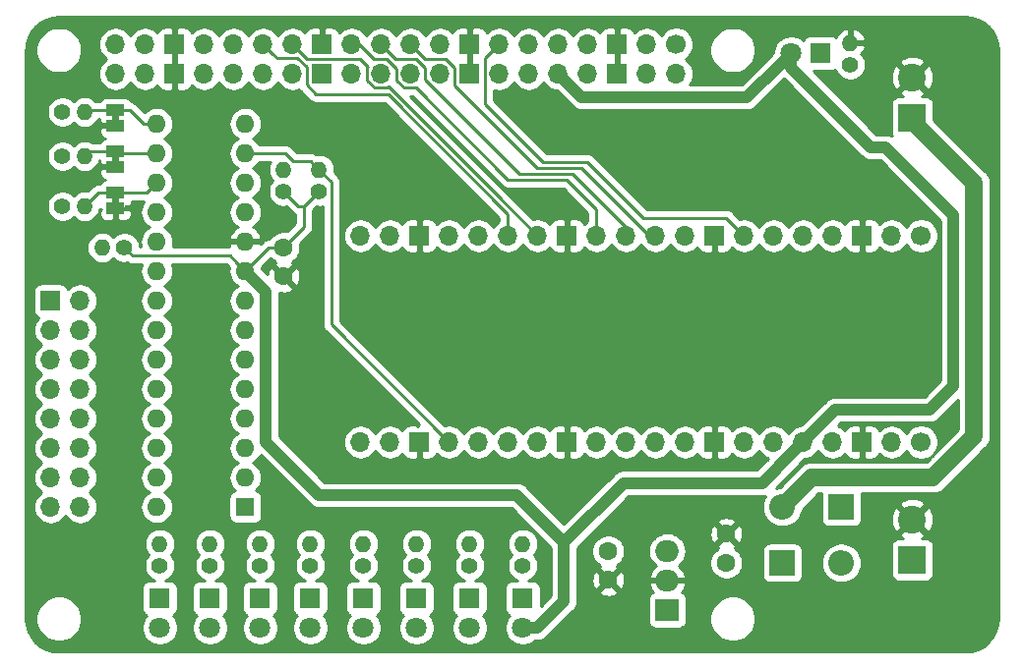
<source format=gbr>
G04 #@! TF.GenerationSoftware,KiCad,Pcbnew,5.1.4+dfsg1-1~bpo10+1*
G04 #@! TF.CreationDate,2021-09-08T12:00:35+01:00*
G04 #@! TF.ProjectId,Project01,50726f6a-6563-4743-9031-2e6b69636164,rev?*
G04 #@! TF.SameCoordinates,Original*
G04 #@! TF.FileFunction,Copper,L2,Bot*
G04 #@! TF.FilePolarity,Positive*
%FSLAX46Y46*%
G04 Gerber Fmt 4.6, Leading zero omitted, Abs format (unit mm)*
G04 Created by KiCad (PCBNEW 5.1.4+dfsg1-1~bpo10+1) date 2021-09-08 12:00:35*
%MOMM*%
%LPD*%
G04 APERTURE LIST*
%ADD10C,0.100000*%
%ADD11O,2.200000X2.200000*%
%ADD12R,2.200000X2.200000*%
%ADD13C,2.400000*%
%ADD14R,2.400000X2.400000*%
%ADD15C,1.600000*%
%ADD16O,1.400000X1.400000*%
%ADD17C,1.400000*%
%ADD18C,1.800000*%
%ADD19R,1.800000X1.800000*%
%ADD20O,2.000000X1.905000*%
%ADD21R,2.000000X1.905000*%
%ADD22R,1.500000X1.000000*%
%ADD23O,1.700000X1.700000*%
%ADD24R,1.700000X1.700000*%
%ADD25C,1.700000*%
%ADD26R,1.600000X1.600000*%
%ADD27O,1.600000X1.600000*%
%ADD28C,0.508000*%
%ADD29C,0.500000*%
%ADD30C,0.250000*%
%ADD31C,1.000000*%
%ADD32C,1.500000*%
%ADD33C,0.254000*%
G04 APERTURE END LIST*
D10*
G36*
X123178000Y-94090000D02*
G01*
X123178000Y-93590000D01*
X122578000Y-93590000D01*
X122578000Y-94090000D01*
X123178000Y-94090000D01*
G37*
G36*
X123178000Y-97646000D02*
G01*
X123178000Y-97146000D01*
X122578000Y-97146000D01*
X122578000Y-97646000D01*
X123178000Y-97646000D01*
G37*
G36*
X123178000Y-101202000D02*
G01*
X123178000Y-100702000D01*
X122578000Y-100702000D01*
X122578000Y-101202000D01*
X123178000Y-101202000D01*
G37*
D11*
X180282000Y-127368000D03*
D12*
X185362000Y-127368000D03*
D11*
X185362000Y-132194000D03*
D12*
X180282000Y-132194000D03*
D13*
X191458000Y-90340000D03*
D14*
X191458000Y-93840000D03*
D15*
X137356000Y-107516000D03*
X137356000Y-105016000D03*
D16*
X186124000Y-87368000D03*
D17*
X186124000Y-89268000D03*
D16*
X121740000Y-105016000D03*
D17*
X123640000Y-105016000D03*
D18*
X181044000Y-88252000D03*
D19*
X183584000Y-88252000D03*
D13*
X191458000Y-128440000D03*
D14*
X191458000Y-131940000D03*
D20*
X170376000Y-131178000D03*
X170376000Y-133718000D03*
D21*
X170376000Y-136258000D03*
D16*
X137356000Y-98290000D03*
D17*
X137356000Y-100190000D03*
D16*
X140404000Y-98290000D03*
D17*
X140404000Y-100190000D03*
D16*
X120206000Y-93332000D03*
D17*
X118306000Y-93332000D03*
D16*
X120206000Y-97142000D03*
D17*
X118306000Y-97142000D03*
D16*
X120206000Y-101460000D03*
D17*
X118306000Y-101460000D03*
D22*
X122878000Y-93190000D03*
X122878000Y-94490000D03*
X122878000Y-96746000D03*
X122878000Y-98046000D03*
X122878000Y-100302000D03*
X122878000Y-101602000D03*
D15*
X165296000Y-133678000D03*
X165296000Y-131178000D03*
X175456000Y-129694000D03*
X175456000Y-132194000D03*
D23*
X143960000Y-121780000D03*
X146500000Y-121780000D03*
D24*
X149040000Y-121780000D03*
D23*
X151580000Y-121780000D03*
X154120000Y-121780000D03*
X156660000Y-121780000D03*
X159200000Y-121780000D03*
D24*
X161740000Y-121780000D03*
D23*
X164280000Y-121780000D03*
X166820000Y-121780000D03*
X169360000Y-121780000D03*
X171900000Y-121780000D03*
D24*
X174440000Y-121780000D03*
D23*
X176980000Y-121780000D03*
X179520000Y-121780000D03*
X182060000Y-121780000D03*
X184600000Y-121780000D03*
D24*
X187140000Y-121780000D03*
D23*
X189680000Y-121780000D03*
D25*
X192220000Y-121780000D03*
D23*
X143960000Y-104000000D03*
X146500000Y-104000000D03*
D24*
X149040000Y-104000000D03*
D23*
X151580000Y-104000000D03*
X154120000Y-104000000D03*
X156660000Y-104000000D03*
X159200000Y-104000000D03*
D24*
X161740000Y-104000000D03*
D23*
X164280000Y-104000000D03*
X166820000Y-104000000D03*
X169360000Y-104000000D03*
X171900000Y-104000000D03*
D24*
X174440000Y-104000000D03*
D23*
X176980000Y-104000000D03*
X179520000Y-104000000D03*
X182060000Y-104000000D03*
X184600000Y-104000000D03*
D24*
X187140000Y-104000000D03*
D23*
X189680000Y-104000000D03*
D25*
X192220000Y-104000000D03*
D16*
X126688000Y-130548000D03*
D17*
X126688000Y-132448000D03*
D16*
X131006000Y-130548000D03*
D17*
X131006000Y-132448000D03*
D16*
X135324000Y-130548000D03*
D17*
X135324000Y-132448000D03*
D16*
X139642000Y-130548000D03*
D17*
X139642000Y-132448000D03*
D16*
X144214000Y-130548000D03*
D17*
X144214000Y-132448000D03*
D16*
X148786000Y-130548000D03*
D17*
X148786000Y-132448000D03*
D16*
X153358000Y-130548000D03*
D17*
X153358000Y-132448000D03*
D16*
X157930000Y-130548000D03*
D17*
X157930000Y-132448000D03*
D18*
X126688000Y-137782000D03*
D19*
X126688000Y-135242000D03*
D18*
X131006000Y-137782000D03*
D19*
X131006000Y-135242000D03*
D18*
X135324000Y-137782000D03*
D19*
X135324000Y-135242000D03*
D18*
X139642000Y-137782000D03*
D19*
X139642000Y-135242000D03*
D18*
X144214000Y-137782000D03*
D19*
X144214000Y-135242000D03*
D18*
X148786000Y-137782000D03*
D19*
X148786000Y-135242000D03*
D18*
X153358000Y-137782000D03*
D19*
X153358000Y-135242000D03*
D18*
X157930000Y-137782000D03*
D19*
X157930000Y-135242000D03*
D23*
X119830000Y-127368000D03*
X117290000Y-127368000D03*
X119830000Y-124828000D03*
X117290000Y-124828000D03*
X119830000Y-122288000D03*
X117290000Y-122288000D03*
X119830000Y-119748000D03*
X117290000Y-119748000D03*
X119830000Y-117208000D03*
X117290000Y-117208000D03*
X119830000Y-114668000D03*
X117290000Y-114668000D03*
X119830000Y-112128000D03*
X117290000Y-112128000D03*
X119830000Y-109588000D03*
D24*
X117290000Y-109588000D03*
D25*
X171138000Y-87490000D03*
D23*
X171138000Y-90030000D03*
X168598000Y-87490000D03*
X168598000Y-90030000D03*
D24*
X166058000Y-87490000D03*
X166058000Y-90030000D03*
D23*
X163518000Y-87490000D03*
X163518000Y-90030000D03*
X160978000Y-87490000D03*
X160978000Y-90030000D03*
X158438000Y-87490000D03*
X158438000Y-90030000D03*
X155898000Y-87490000D03*
X155898000Y-90030000D03*
D24*
X153358000Y-87490000D03*
X153358000Y-90030000D03*
D23*
X150818000Y-87490000D03*
X150818000Y-90030000D03*
X148278000Y-87490000D03*
X148278000Y-90030000D03*
X145738000Y-87490000D03*
X145738000Y-90030000D03*
X143198000Y-87490000D03*
X143198000Y-90030000D03*
D24*
X140658000Y-87490000D03*
X140658000Y-90030000D03*
D23*
X138118000Y-87490000D03*
X138118000Y-90030000D03*
X135578000Y-87490000D03*
X135578000Y-90030000D03*
X133038000Y-87490000D03*
X133038000Y-90030000D03*
X130498000Y-87490000D03*
X130498000Y-90030000D03*
D24*
X127958000Y-87490000D03*
X127958000Y-90030000D03*
D23*
X125418000Y-87490000D03*
X125418000Y-90030000D03*
X122878000Y-87490000D03*
X122878000Y-90030000D03*
D26*
X134054000Y-127368000D03*
D27*
X126434000Y-94348000D03*
X134054000Y-124828000D03*
X126434000Y-96888000D03*
X134054000Y-122288000D03*
X126434000Y-99428000D03*
X134054000Y-119748000D03*
X126434000Y-101968000D03*
X134054000Y-117208000D03*
X126434000Y-104508000D03*
X134054000Y-114668000D03*
X126434000Y-107048000D03*
X134054000Y-112128000D03*
X126434000Y-109588000D03*
X134054000Y-109588000D03*
X126434000Y-112128000D03*
X134054000Y-107048000D03*
X126434000Y-114668000D03*
X134054000Y-104508000D03*
X126434000Y-117208000D03*
X134054000Y-101968000D03*
X126434000Y-119748000D03*
X134054000Y-99428000D03*
X126434000Y-122288000D03*
X134054000Y-96888000D03*
X126434000Y-124828000D03*
X134054000Y-94348000D03*
X126434000Y-127368000D03*
D28*
X197502000Y-123538000D03*
X197502000Y-125824000D03*
X197502000Y-130396000D03*
X197502000Y-134714000D03*
X195470000Y-136238000D03*
X192168000Y-136238000D03*
X188866000Y-136238000D03*
X185564000Y-136238000D03*
X182516000Y-136238000D03*
X171340000Y-109060000D03*
X173880000Y-109060000D03*
X176420000Y-109060000D03*
X178960000Y-109060000D03*
X181500000Y-109060000D03*
X184040000Y-109060000D03*
X186580000Y-109060000D03*
X189120000Y-109060000D03*
X191660000Y-109060000D03*
X175912000Y-114140000D03*
X178960000Y-114140000D03*
X181500000Y-114140000D03*
X184040000Y-114140000D03*
X186580000Y-114140000D03*
X189120000Y-114140000D03*
X191660000Y-114140000D03*
X181500000Y-93820000D03*
X183786000Y-96360000D03*
X186326000Y-98900000D03*
X165498000Y-94328000D03*
X168038000Y-96868000D03*
X171340000Y-100170000D03*
X143400000Y-109060000D03*
X143400000Y-111600000D03*
X143400000Y-116680000D03*
X139590000Y-109060000D03*
X139336000Y-111600000D03*
X138320000Y-116934000D03*
X140860000Y-119474000D03*
X140860000Y-121506000D03*
X138320000Y-119220000D03*
X140860000Y-114140000D03*
X161942000Y-126078000D03*
D29*
X134308000Y-106794000D02*
X134054000Y-107048000D01*
D30*
X136086000Y-105016000D02*
X137356000Y-105016000D01*
X134054000Y-107048000D02*
X136086000Y-105016000D01*
X139134000Y-101460000D02*
X140404000Y-100190000D01*
X137356000Y-105016000D02*
X139134000Y-103238000D01*
X139134000Y-103238000D02*
X139134000Y-101460000D01*
X138626000Y-101460000D02*
X137356000Y-100190000D01*
X139134000Y-101460000D02*
X138626000Y-101460000D01*
D31*
X180144001Y-89151999D02*
X181044000Y-88252000D01*
X177234000Y-92062000D02*
X180144001Y-89151999D01*
X163010000Y-92062000D02*
X177234000Y-92062000D01*
X160978000Y-90030000D02*
X163010000Y-92062000D01*
D30*
X133254001Y-106248001D02*
X134054000Y-107048000D01*
X132721999Y-105715999D02*
X133254001Y-106248001D01*
X124339999Y-105715999D02*
X132721999Y-105715999D01*
X123640000Y-105016000D02*
X124339999Y-105715999D01*
D31*
X161486000Y-130416000D02*
X157422000Y-126352000D01*
X157422000Y-126352000D02*
X140404000Y-126352000D01*
X140404000Y-126352000D02*
X135832000Y-121780000D01*
X135832000Y-108826000D02*
X134054000Y-107048000D01*
X135832000Y-121780000D02*
X135832000Y-108826000D01*
X182060000Y-121780000D02*
X184854000Y-118986000D01*
X184854000Y-118986000D02*
X192982000Y-118986000D01*
X192982000Y-118986000D02*
X195014000Y-116954000D01*
X195014000Y-116954000D02*
X195014000Y-102222000D01*
X195014000Y-102222000D02*
X189172000Y-96380000D01*
X187899208Y-96380000D02*
X181044000Y-89524792D01*
X181044000Y-89524792D02*
X181044000Y-88252000D01*
X189172000Y-96380000D02*
X187899208Y-96380000D01*
X159202792Y-137782000D02*
X157930000Y-137782000D01*
X161486000Y-135498792D02*
X159202792Y-137782000D01*
X161486000Y-130416000D02*
X161486000Y-135498792D01*
X181210001Y-122629999D02*
X182060000Y-121780000D01*
X178524000Y-125316000D02*
X181210001Y-122629999D01*
X166586000Y-125316000D02*
X178524000Y-125316000D01*
X161486000Y-130416000D02*
X166586000Y-125316000D01*
D30*
X156660000Y-102124694D02*
X146343306Y-91808000D01*
X156660000Y-104000000D02*
X156660000Y-102124694D01*
X136427999Y-88339999D02*
X135578000Y-87490000D01*
X136773001Y-88685001D02*
X136427999Y-88339999D01*
X138541603Y-88685001D02*
X136773001Y-88685001D01*
X139313001Y-89456399D02*
X138541603Y-88685001D01*
X139313001Y-91006003D02*
X139313001Y-89456399D01*
X140114998Y-91808000D02*
X139313001Y-91006003D01*
X146343306Y-91808000D02*
X140114998Y-91808000D01*
X146368301Y-91168301D02*
X155659684Y-100459684D01*
X146311601Y-91225001D02*
X146368301Y-91168301D01*
X139388000Y-88760000D02*
X143960000Y-88760000D01*
X138118000Y-87490000D02*
X139388000Y-88760000D01*
X143960000Y-88760000D02*
X144599699Y-89399699D01*
X144599699Y-89399699D02*
X144542999Y-89456399D01*
X144542999Y-89456399D02*
X144542999Y-90603601D01*
X144542999Y-90603601D02*
X145164399Y-91225001D01*
X145164399Y-91225001D02*
X146311601Y-91225001D01*
X155659684Y-100459684D02*
X159200000Y-104000000D01*
X161740000Y-99174000D02*
X164280000Y-101714000D01*
X156660000Y-99174000D02*
X161740000Y-99174000D01*
X148711001Y-91225001D02*
X156660000Y-99174000D01*
X147704399Y-91225001D02*
X148711001Y-91225001D01*
X143198000Y-87490000D02*
X143862694Y-87490000D01*
X143862694Y-87490000D02*
X145132694Y-88760000D01*
X145132694Y-88760000D02*
X146246000Y-88760000D01*
X164280000Y-101714000D02*
X164280000Y-104000000D01*
X147082999Y-89596999D02*
X147082999Y-90603601D01*
X146246000Y-88760000D02*
X147082999Y-89596999D01*
X147082999Y-90603601D02*
X147704399Y-91225001D01*
X166820000Y-103270000D02*
X166820000Y-104000000D01*
X162216000Y-98666000D02*
X166820000Y-103270000D01*
X147008000Y-88760000D02*
X148776602Y-88760000D01*
X145738000Y-87490000D02*
X147008000Y-88760000D01*
X148776602Y-88760000D02*
X149548000Y-89531398D01*
X149548000Y-90538000D02*
X157676000Y-98666000D01*
X149548000Y-89531398D02*
X149548000Y-90538000D01*
X157676000Y-98666000D02*
X162216000Y-98666000D01*
X149548000Y-88760000D02*
X148278000Y-87490000D01*
X169360000Y-104000000D02*
X168820000Y-104000000D01*
X159200000Y-98158000D02*
X152088000Y-91046000D01*
X168820000Y-104000000D02*
X162978000Y-98158000D01*
X162978000Y-98158000D02*
X159200000Y-98158000D01*
X152088000Y-91046000D02*
X152088000Y-89531398D01*
X151316602Y-88760000D02*
X149548000Y-88760000D01*
X152088000Y-89531398D02*
X151316602Y-88760000D01*
X125560000Y-100302000D02*
X126434000Y-99428000D01*
X122878000Y-100302000D02*
X125560000Y-100302000D01*
X121364000Y-100302000D02*
X120206000Y-101460000D01*
X122878000Y-100302000D02*
X121364000Y-100302000D01*
X123020000Y-96888000D02*
X122878000Y-96746000D01*
X126434000Y-96888000D02*
X123020000Y-96888000D01*
X120602000Y-96746000D02*
X120206000Y-97142000D01*
X122878000Y-96746000D02*
X120602000Y-96746000D01*
X123878000Y-93190000D02*
X122878000Y-93190000D01*
X124144630Y-93190000D02*
X123878000Y-93190000D01*
X125302630Y-94348000D02*
X124144630Y-93190000D01*
X126434000Y-94348000D02*
X125302630Y-94348000D01*
X120348000Y-93190000D02*
X120206000Y-93332000D01*
X122878000Y-93190000D02*
X120348000Y-93190000D01*
D32*
X182822000Y-124828000D02*
X180282000Y-127368000D01*
X193236000Y-124828000D02*
X182822000Y-124828000D01*
X196792000Y-99428000D02*
X196792000Y-102150000D01*
X196792000Y-121272000D02*
X196792000Y-121272000D01*
X191458000Y-93840000D02*
X191458000Y-94094000D01*
X191458000Y-94094000D02*
X196792000Y-99428000D01*
X196792000Y-105452000D02*
X196792000Y-109770000D01*
X196792000Y-109770000D02*
X196792000Y-113580000D01*
X196792000Y-113580000D02*
X196792000Y-117390000D01*
X196792000Y-117390000D02*
X196792000Y-121272000D01*
X196792000Y-121272000D02*
X193236000Y-124828000D01*
X196792000Y-102150000D02*
X196792000Y-105452000D01*
D30*
X176130001Y-103150001D02*
X176980000Y-104000000D01*
X154702999Y-88685001D02*
X154702999Y-92644999D01*
X163486000Y-97650000D02*
X168292000Y-102456000D01*
X155898000Y-87490000D02*
X154702999Y-88685001D01*
X154702999Y-92644999D02*
X159708000Y-97650000D01*
X159708000Y-97650000D02*
X163486000Y-97650000D01*
X175436000Y-102456000D02*
X176130001Y-103150001D01*
X168292000Y-102456000D02*
X175436000Y-102456000D01*
X141449001Y-111649001D02*
X151580000Y-121780000D01*
X140404000Y-98290000D02*
X141449001Y-99335001D01*
X141449001Y-99335001D02*
X141449001Y-111649001D01*
X139704001Y-97590001D02*
X140404000Y-98290000D01*
X138202603Y-97590001D02*
X139704001Y-97590001D01*
X134054000Y-96888000D02*
X137500602Y-96888000D01*
X137500602Y-96888000D02*
X138202603Y-97590001D01*
D33*
G36*
X196551010Y-85217192D02*
G01*
X197081036Y-85377216D01*
X197569879Y-85637140D01*
X197998931Y-85987065D01*
X198351844Y-86413664D01*
X198615173Y-86900681D01*
X198778894Y-87429578D01*
X198840001Y-88010970D01*
X198840000Y-136967721D01*
X198782808Y-137551010D01*
X198622783Y-138081036D01*
X198362860Y-138569880D01*
X198012935Y-138998931D01*
X197586335Y-139351845D01*
X197099320Y-139615173D01*
X196570422Y-139778894D01*
X195989040Y-139840000D01*
X118032279Y-139840000D01*
X117448990Y-139782808D01*
X116918964Y-139622783D01*
X116430120Y-139362860D01*
X116001069Y-139012935D01*
X115648155Y-138586335D01*
X115384827Y-138099320D01*
X115221106Y-137570422D01*
X115160000Y-136989040D01*
X115160000Y-136804495D01*
X116015000Y-136804495D01*
X116015000Y-137195505D01*
X116091282Y-137579003D01*
X116240915Y-137940250D01*
X116458149Y-138265364D01*
X116734636Y-138541851D01*
X117059750Y-138759085D01*
X117420997Y-138908718D01*
X117804495Y-138985000D01*
X118195505Y-138985000D01*
X118579003Y-138908718D01*
X118940250Y-138759085D01*
X119265364Y-138541851D01*
X119541851Y-138265364D01*
X119759085Y-137940250D01*
X119908718Y-137579003D01*
X119985000Y-137195505D01*
X119985000Y-136804495D01*
X119908718Y-136420997D01*
X119759085Y-136059750D01*
X119541851Y-135734636D01*
X119265364Y-135458149D01*
X118940250Y-135240915D01*
X118579003Y-135091282D01*
X118195505Y-135015000D01*
X117804495Y-135015000D01*
X117420997Y-135091282D01*
X117059750Y-135240915D01*
X116734636Y-135458149D01*
X116458149Y-135734636D01*
X116240915Y-136059750D01*
X116091282Y-136420997D01*
X116015000Y-136804495D01*
X115160000Y-136804495D01*
X115160000Y-134342000D01*
X125149928Y-134342000D01*
X125149928Y-136142000D01*
X125162188Y-136266482D01*
X125198498Y-136386180D01*
X125257463Y-136496494D01*
X125336815Y-136593185D01*
X125433506Y-136672537D01*
X125543820Y-136731502D01*
X125562127Y-136737056D01*
X125495688Y-136803495D01*
X125327701Y-137054905D01*
X125211989Y-137334257D01*
X125153000Y-137630816D01*
X125153000Y-137933184D01*
X125211989Y-138229743D01*
X125327701Y-138509095D01*
X125495688Y-138760505D01*
X125709495Y-138974312D01*
X125960905Y-139142299D01*
X126240257Y-139258011D01*
X126536816Y-139317000D01*
X126839184Y-139317000D01*
X127135743Y-139258011D01*
X127415095Y-139142299D01*
X127666505Y-138974312D01*
X127880312Y-138760505D01*
X128048299Y-138509095D01*
X128164011Y-138229743D01*
X128223000Y-137933184D01*
X128223000Y-137630816D01*
X128164011Y-137334257D01*
X128048299Y-137054905D01*
X127880312Y-136803495D01*
X127813873Y-136737056D01*
X127832180Y-136731502D01*
X127942494Y-136672537D01*
X128039185Y-136593185D01*
X128118537Y-136496494D01*
X128177502Y-136386180D01*
X128213812Y-136266482D01*
X128226072Y-136142000D01*
X128226072Y-134342000D01*
X129467928Y-134342000D01*
X129467928Y-136142000D01*
X129480188Y-136266482D01*
X129516498Y-136386180D01*
X129575463Y-136496494D01*
X129654815Y-136593185D01*
X129751506Y-136672537D01*
X129861820Y-136731502D01*
X129880127Y-136737056D01*
X129813688Y-136803495D01*
X129645701Y-137054905D01*
X129529989Y-137334257D01*
X129471000Y-137630816D01*
X129471000Y-137933184D01*
X129529989Y-138229743D01*
X129645701Y-138509095D01*
X129813688Y-138760505D01*
X130027495Y-138974312D01*
X130278905Y-139142299D01*
X130558257Y-139258011D01*
X130854816Y-139317000D01*
X131157184Y-139317000D01*
X131453743Y-139258011D01*
X131733095Y-139142299D01*
X131984505Y-138974312D01*
X132198312Y-138760505D01*
X132366299Y-138509095D01*
X132482011Y-138229743D01*
X132541000Y-137933184D01*
X132541000Y-137630816D01*
X132482011Y-137334257D01*
X132366299Y-137054905D01*
X132198312Y-136803495D01*
X132131873Y-136737056D01*
X132150180Y-136731502D01*
X132260494Y-136672537D01*
X132357185Y-136593185D01*
X132436537Y-136496494D01*
X132495502Y-136386180D01*
X132531812Y-136266482D01*
X132544072Y-136142000D01*
X132544072Y-134342000D01*
X133785928Y-134342000D01*
X133785928Y-136142000D01*
X133798188Y-136266482D01*
X133834498Y-136386180D01*
X133893463Y-136496494D01*
X133972815Y-136593185D01*
X134069506Y-136672537D01*
X134179820Y-136731502D01*
X134198127Y-136737056D01*
X134131688Y-136803495D01*
X133963701Y-137054905D01*
X133847989Y-137334257D01*
X133789000Y-137630816D01*
X133789000Y-137933184D01*
X133847989Y-138229743D01*
X133963701Y-138509095D01*
X134131688Y-138760505D01*
X134345495Y-138974312D01*
X134596905Y-139142299D01*
X134876257Y-139258011D01*
X135172816Y-139317000D01*
X135475184Y-139317000D01*
X135771743Y-139258011D01*
X136051095Y-139142299D01*
X136302505Y-138974312D01*
X136516312Y-138760505D01*
X136684299Y-138509095D01*
X136800011Y-138229743D01*
X136859000Y-137933184D01*
X136859000Y-137630816D01*
X136800011Y-137334257D01*
X136684299Y-137054905D01*
X136516312Y-136803495D01*
X136449873Y-136737056D01*
X136468180Y-136731502D01*
X136578494Y-136672537D01*
X136675185Y-136593185D01*
X136754537Y-136496494D01*
X136813502Y-136386180D01*
X136849812Y-136266482D01*
X136862072Y-136142000D01*
X136862072Y-134342000D01*
X138103928Y-134342000D01*
X138103928Y-136142000D01*
X138116188Y-136266482D01*
X138152498Y-136386180D01*
X138211463Y-136496494D01*
X138290815Y-136593185D01*
X138387506Y-136672537D01*
X138497820Y-136731502D01*
X138516127Y-136737056D01*
X138449688Y-136803495D01*
X138281701Y-137054905D01*
X138165989Y-137334257D01*
X138107000Y-137630816D01*
X138107000Y-137933184D01*
X138165989Y-138229743D01*
X138281701Y-138509095D01*
X138449688Y-138760505D01*
X138663495Y-138974312D01*
X138914905Y-139142299D01*
X139194257Y-139258011D01*
X139490816Y-139317000D01*
X139793184Y-139317000D01*
X140089743Y-139258011D01*
X140369095Y-139142299D01*
X140620505Y-138974312D01*
X140834312Y-138760505D01*
X141002299Y-138509095D01*
X141118011Y-138229743D01*
X141177000Y-137933184D01*
X141177000Y-137630816D01*
X141118011Y-137334257D01*
X141002299Y-137054905D01*
X140834312Y-136803495D01*
X140767873Y-136737056D01*
X140786180Y-136731502D01*
X140896494Y-136672537D01*
X140993185Y-136593185D01*
X141072537Y-136496494D01*
X141131502Y-136386180D01*
X141167812Y-136266482D01*
X141180072Y-136142000D01*
X141180072Y-134342000D01*
X142675928Y-134342000D01*
X142675928Y-136142000D01*
X142688188Y-136266482D01*
X142724498Y-136386180D01*
X142783463Y-136496494D01*
X142862815Y-136593185D01*
X142959506Y-136672537D01*
X143069820Y-136731502D01*
X143088127Y-136737056D01*
X143021688Y-136803495D01*
X142853701Y-137054905D01*
X142737989Y-137334257D01*
X142679000Y-137630816D01*
X142679000Y-137933184D01*
X142737989Y-138229743D01*
X142853701Y-138509095D01*
X143021688Y-138760505D01*
X143235495Y-138974312D01*
X143486905Y-139142299D01*
X143766257Y-139258011D01*
X144062816Y-139317000D01*
X144365184Y-139317000D01*
X144661743Y-139258011D01*
X144941095Y-139142299D01*
X145192505Y-138974312D01*
X145406312Y-138760505D01*
X145574299Y-138509095D01*
X145690011Y-138229743D01*
X145749000Y-137933184D01*
X145749000Y-137630816D01*
X145690011Y-137334257D01*
X145574299Y-137054905D01*
X145406312Y-136803495D01*
X145339873Y-136737056D01*
X145358180Y-136731502D01*
X145468494Y-136672537D01*
X145565185Y-136593185D01*
X145644537Y-136496494D01*
X145703502Y-136386180D01*
X145739812Y-136266482D01*
X145752072Y-136142000D01*
X145752072Y-134342000D01*
X147247928Y-134342000D01*
X147247928Y-136142000D01*
X147260188Y-136266482D01*
X147296498Y-136386180D01*
X147355463Y-136496494D01*
X147434815Y-136593185D01*
X147531506Y-136672537D01*
X147641820Y-136731502D01*
X147660127Y-136737056D01*
X147593688Y-136803495D01*
X147425701Y-137054905D01*
X147309989Y-137334257D01*
X147251000Y-137630816D01*
X147251000Y-137933184D01*
X147309989Y-138229743D01*
X147425701Y-138509095D01*
X147593688Y-138760505D01*
X147807495Y-138974312D01*
X148058905Y-139142299D01*
X148338257Y-139258011D01*
X148634816Y-139317000D01*
X148937184Y-139317000D01*
X149233743Y-139258011D01*
X149513095Y-139142299D01*
X149764505Y-138974312D01*
X149978312Y-138760505D01*
X150146299Y-138509095D01*
X150262011Y-138229743D01*
X150321000Y-137933184D01*
X150321000Y-137630816D01*
X150262011Y-137334257D01*
X150146299Y-137054905D01*
X149978312Y-136803495D01*
X149911873Y-136737056D01*
X149930180Y-136731502D01*
X150040494Y-136672537D01*
X150137185Y-136593185D01*
X150216537Y-136496494D01*
X150275502Y-136386180D01*
X150311812Y-136266482D01*
X150324072Y-136142000D01*
X150324072Y-134342000D01*
X151819928Y-134342000D01*
X151819928Y-136142000D01*
X151832188Y-136266482D01*
X151868498Y-136386180D01*
X151927463Y-136496494D01*
X152006815Y-136593185D01*
X152103506Y-136672537D01*
X152213820Y-136731502D01*
X152232127Y-136737056D01*
X152165688Y-136803495D01*
X151997701Y-137054905D01*
X151881989Y-137334257D01*
X151823000Y-137630816D01*
X151823000Y-137933184D01*
X151881989Y-138229743D01*
X151997701Y-138509095D01*
X152165688Y-138760505D01*
X152379495Y-138974312D01*
X152630905Y-139142299D01*
X152910257Y-139258011D01*
X153206816Y-139317000D01*
X153509184Y-139317000D01*
X153805743Y-139258011D01*
X154085095Y-139142299D01*
X154336505Y-138974312D01*
X154550312Y-138760505D01*
X154718299Y-138509095D01*
X154834011Y-138229743D01*
X154893000Y-137933184D01*
X154893000Y-137630816D01*
X154834011Y-137334257D01*
X154718299Y-137054905D01*
X154550312Y-136803495D01*
X154483873Y-136737056D01*
X154502180Y-136731502D01*
X154612494Y-136672537D01*
X154709185Y-136593185D01*
X154788537Y-136496494D01*
X154847502Y-136386180D01*
X154883812Y-136266482D01*
X154896072Y-136142000D01*
X154896072Y-134342000D01*
X154883812Y-134217518D01*
X154847502Y-134097820D01*
X154788537Y-133987506D01*
X154709185Y-133890815D01*
X154612494Y-133811463D01*
X154502180Y-133752498D01*
X154382482Y-133716188D01*
X154258000Y-133703928D01*
X153814443Y-133703928D01*
X153990359Y-133631061D01*
X154209013Y-133484962D01*
X154394962Y-133299013D01*
X154541061Y-133080359D01*
X154641696Y-132837405D01*
X154693000Y-132579486D01*
X154693000Y-132316514D01*
X154641696Y-132058595D01*
X154541061Y-131815641D01*
X154394962Y-131596987D01*
X154299950Y-131501975D01*
X154306555Y-131496555D01*
X154473382Y-131293275D01*
X154597347Y-131061354D01*
X154673683Y-130809706D01*
X154699459Y-130548000D01*
X154673683Y-130286294D01*
X154597347Y-130034646D01*
X154473382Y-129802725D01*
X154306555Y-129599445D01*
X154103275Y-129432618D01*
X153871354Y-129308653D01*
X153619706Y-129232317D01*
X153423579Y-129213000D01*
X153292421Y-129213000D01*
X153096294Y-129232317D01*
X152844646Y-129308653D01*
X152612725Y-129432618D01*
X152409445Y-129599445D01*
X152242618Y-129802725D01*
X152118653Y-130034646D01*
X152042317Y-130286294D01*
X152016541Y-130548000D01*
X152042317Y-130809706D01*
X152118653Y-131061354D01*
X152242618Y-131293275D01*
X152409445Y-131496555D01*
X152416050Y-131501975D01*
X152321038Y-131596987D01*
X152174939Y-131815641D01*
X152074304Y-132058595D01*
X152023000Y-132316514D01*
X152023000Y-132579486D01*
X152074304Y-132837405D01*
X152174939Y-133080359D01*
X152321038Y-133299013D01*
X152506987Y-133484962D01*
X152725641Y-133631061D01*
X152901557Y-133703928D01*
X152458000Y-133703928D01*
X152333518Y-133716188D01*
X152213820Y-133752498D01*
X152103506Y-133811463D01*
X152006815Y-133890815D01*
X151927463Y-133987506D01*
X151868498Y-134097820D01*
X151832188Y-134217518D01*
X151819928Y-134342000D01*
X150324072Y-134342000D01*
X150311812Y-134217518D01*
X150275502Y-134097820D01*
X150216537Y-133987506D01*
X150137185Y-133890815D01*
X150040494Y-133811463D01*
X149930180Y-133752498D01*
X149810482Y-133716188D01*
X149686000Y-133703928D01*
X149242443Y-133703928D01*
X149418359Y-133631061D01*
X149637013Y-133484962D01*
X149822962Y-133299013D01*
X149969061Y-133080359D01*
X150069696Y-132837405D01*
X150121000Y-132579486D01*
X150121000Y-132316514D01*
X150069696Y-132058595D01*
X149969061Y-131815641D01*
X149822962Y-131596987D01*
X149727950Y-131501975D01*
X149734555Y-131496555D01*
X149901382Y-131293275D01*
X150025347Y-131061354D01*
X150101683Y-130809706D01*
X150127459Y-130548000D01*
X150101683Y-130286294D01*
X150025347Y-130034646D01*
X149901382Y-129802725D01*
X149734555Y-129599445D01*
X149531275Y-129432618D01*
X149299354Y-129308653D01*
X149047706Y-129232317D01*
X148851579Y-129213000D01*
X148720421Y-129213000D01*
X148524294Y-129232317D01*
X148272646Y-129308653D01*
X148040725Y-129432618D01*
X147837445Y-129599445D01*
X147670618Y-129802725D01*
X147546653Y-130034646D01*
X147470317Y-130286294D01*
X147444541Y-130548000D01*
X147470317Y-130809706D01*
X147546653Y-131061354D01*
X147670618Y-131293275D01*
X147837445Y-131496555D01*
X147844050Y-131501975D01*
X147749038Y-131596987D01*
X147602939Y-131815641D01*
X147502304Y-132058595D01*
X147451000Y-132316514D01*
X147451000Y-132579486D01*
X147502304Y-132837405D01*
X147602939Y-133080359D01*
X147749038Y-133299013D01*
X147934987Y-133484962D01*
X148153641Y-133631061D01*
X148329557Y-133703928D01*
X147886000Y-133703928D01*
X147761518Y-133716188D01*
X147641820Y-133752498D01*
X147531506Y-133811463D01*
X147434815Y-133890815D01*
X147355463Y-133987506D01*
X147296498Y-134097820D01*
X147260188Y-134217518D01*
X147247928Y-134342000D01*
X145752072Y-134342000D01*
X145739812Y-134217518D01*
X145703502Y-134097820D01*
X145644537Y-133987506D01*
X145565185Y-133890815D01*
X145468494Y-133811463D01*
X145358180Y-133752498D01*
X145238482Y-133716188D01*
X145114000Y-133703928D01*
X144670443Y-133703928D01*
X144846359Y-133631061D01*
X145065013Y-133484962D01*
X145250962Y-133299013D01*
X145397061Y-133080359D01*
X145497696Y-132837405D01*
X145549000Y-132579486D01*
X145549000Y-132316514D01*
X145497696Y-132058595D01*
X145397061Y-131815641D01*
X145250962Y-131596987D01*
X145155950Y-131501975D01*
X145162555Y-131496555D01*
X145329382Y-131293275D01*
X145453347Y-131061354D01*
X145529683Y-130809706D01*
X145555459Y-130548000D01*
X145529683Y-130286294D01*
X145453347Y-130034646D01*
X145329382Y-129802725D01*
X145162555Y-129599445D01*
X144959275Y-129432618D01*
X144727354Y-129308653D01*
X144475706Y-129232317D01*
X144279579Y-129213000D01*
X144148421Y-129213000D01*
X143952294Y-129232317D01*
X143700646Y-129308653D01*
X143468725Y-129432618D01*
X143265445Y-129599445D01*
X143098618Y-129802725D01*
X142974653Y-130034646D01*
X142898317Y-130286294D01*
X142872541Y-130548000D01*
X142898317Y-130809706D01*
X142974653Y-131061354D01*
X143098618Y-131293275D01*
X143265445Y-131496555D01*
X143272050Y-131501975D01*
X143177038Y-131596987D01*
X143030939Y-131815641D01*
X142930304Y-132058595D01*
X142879000Y-132316514D01*
X142879000Y-132579486D01*
X142930304Y-132837405D01*
X143030939Y-133080359D01*
X143177038Y-133299013D01*
X143362987Y-133484962D01*
X143581641Y-133631061D01*
X143757557Y-133703928D01*
X143314000Y-133703928D01*
X143189518Y-133716188D01*
X143069820Y-133752498D01*
X142959506Y-133811463D01*
X142862815Y-133890815D01*
X142783463Y-133987506D01*
X142724498Y-134097820D01*
X142688188Y-134217518D01*
X142675928Y-134342000D01*
X141180072Y-134342000D01*
X141167812Y-134217518D01*
X141131502Y-134097820D01*
X141072537Y-133987506D01*
X140993185Y-133890815D01*
X140896494Y-133811463D01*
X140786180Y-133752498D01*
X140666482Y-133716188D01*
X140542000Y-133703928D01*
X140098443Y-133703928D01*
X140274359Y-133631061D01*
X140493013Y-133484962D01*
X140678962Y-133299013D01*
X140825061Y-133080359D01*
X140925696Y-132837405D01*
X140977000Y-132579486D01*
X140977000Y-132316514D01*
X140925696Y-132058595D01*
X140825061Y-131815641D01*
X140678962Y-131596987D01*
X140583950Y-131501975D01*
X140590555Y-131496555D01*
X140757382Y-131293275D01*
X140881347Y-131061354D01*
X140957683Y-130809706D01*
X140983459Y-130548000D01*
X140957683Y-130286294D01*
X140881347Y-130034646D01*
X140757382Y-129802725D01*
X140590555Y-129599445D01*
X140387275Y-129432618D01*
X140155354Y-129308653D01*
X139903706Y-129232317D01*
X139707579Y-129213000D01*
X139576421Y-129213000D01*
X139380294Y-129232317D01*
X139128646Y-129308653D01*
X138896725Y-129432618D01*
X138693445Y-129599445D01*
X138526618Y-129802725D01*
X138402653Y-130034646D01*
X138326317Y-130286294D01*
X138300541Y-130548000D01*
X138326317Y-130809706D01*
X138402653Y-131061354D01*
X138526618Y-131293275D01*
X138693445Y-131496555D01*
X138700050Y-131501975D01*
X138605038Y-131596987D01*
X138458939Y-131815641D01*
X138358304Y-132058595D01*
X138307000Y-132316514D01*
X138307000Y-132579486D01*
X138358304Y-132837405D01*
X138458939Y-133080359D01*
X138605038Y-133299013D01*
X138790987Y-133484962D01*
X139009641Y-133631061D01*
X139185557Y-133703928D01*
X138742000Y-133703928D01*
X138617518Y-133716188D01*
X138497820Y-133752498D01*
X138387506Y-133811463D01*
X138290815Y-133890815D01*
X138211463Y-133987506D01*
X138152498Y-134097820D01*
X138116188Y-134217518D01*
X138103928Y-134342000D01*
X136862072Y-134342000D01*
X136849812Y-134217518D01*
X136813502Y-134097820D01*
X136754537Y-133987506D01*
X136675185Y-133890815D01*
X136578494Y-133811463D01*
X136468180Y-133752498D01*
X136348482Y-133716188D01*
X136224000Y-133703928D01*
X135780443Y-133703928D01*
X135956359Y-133631061D01*
X136175013Y-133484962D01*
X136360962Y-133299013D01*
X136507061Y-133080359D01*
X136607696Y-132837405D01*
X136659000Y-132579486D01*
X136659000Y-132316514D01*
X136607696Y-132058595D01*
X136507061Y-131815641D01*
X136360962Y-131596987D01*
X136265950Y-131501975D01*
X136272555Y-131496555D01*
X136439382Y-131293275D01*
X136563347Y-131061354D01*
X136639683Y-130809706D01*
X136665459Y-130548000D01*
X136639683Y-130286294D01*
X136563347Y-130034646D01*
X136439382Y-129802725D01*
X136272555Y-129599445D01*
X136069275Y-129432618D01*
X135837354Y-129308653D01*
X135585706Y-129232317D01*
X135389579Y-129213000D01*
X135258421Y-129213000D01*
X135062294Y-129232317D01*
X134810646Y-129308653D01*
X134578725Y-129432618D01*
X134375445Y-129599445D01*
X134208618Y-129802725D01*
X134084653Y-130034646D01*
X134008317Y-130286294D01*
X133982541Y-130548000D01*
X134008317Y-130809706D01*
X134084653Y-131061354D01*
X134208618Y-131293275D01*
X134375445Y-131496555D01*
X134382050Y-131501975D01*
X134287038Y-131596987D01*
X134140939Y-131815641D01*
X134040304Y-132058595D01*
X133989000Y-132316514D01*
X133989000Y-132579486D01*
X134040304Y-132837405D01*
X134140939Y-133080359D01*
X134287038Y-133299013D01*
X134472987Y-133484962D01*
X134691641Y-133631061D01*
X134867557Y-133703928D01*
X134424000Y-133703928D01*
X134299518Y-133716188D01*
X134179820Y-133752498D01*
X134069506Y-133811463D01*
X133972815Y-133890815D01*
X133893463Y-133987506D01*
X133834498Y-134097820D01*
X133798188Y-134217518D01*
X133785928Y-134342000D01*
X132544072Y-134342000D01*
X132531812Y-134217518D01*
X132495502Y-134097820D01*
X132436537Y-133987506D01*
X132357185Y-133890815D01*
X132260494Y-133811463D01*
X132150180Y-133752498D01*
X132030482Y-133716188D01*
X131906000Y-133703928D01*
X131462443Y-133703928D01*
X131638359Y-133631061D01*
X131857013Y-133484962D01*
X132042962Y-133299013D01*
X132189061Y-133080359D01*
X132289696Y-132837405D01*
X132341000Y-132579486D01*
X132341000Y-132316514D01*
X132289696Y-132058595D01*
X132189061Y-131815641D01*
X132042962Y-131596987D01*
X131947950Y-131501975D01*
X131954555Y-131496555D01*
X132121382Y-131293275D01*
X132245347Y-131061354D01*
X132321683Y-130809706D01*
X132347459Y-130548000D01*
X132321683Y-130286294D01*
X132245347Y-130034646D01*
X132121382Y-129802725D01*
X131954555Y-129599445D01*
X131751275Y-129432618D01*
X131519354Y-129308653D01*
X131267706Y-129232317D01*
X131071579Y-129213000D01*
X130940421Y-129213000D01*
X130744294Y-129232317D01*
X130492646Y-129308653D01*
X130260725Y-129432618D01*
X130057445Y-129599445D01*
X129890618Y-129802725D01*
X129766653Y-130034646D01*
X129690317Y-130286294D01*
X129664541Y-130548000D01*
X129690317Y-130809706D01*
X129766653Y-131061354D01*
X129890618Y-131293275D01*
X130057445Y-131496555D01*
X130064050Y-131501975D01*
X129969038Y-131596987D01*
X129822939Y-131815641D01*
X129722304Y-132058595D01*
X129671000Y-132316514D01*
X129671000Y-132579486D01*
X129722304Y-132837405D01*
X129822939Y-133080359D01*
X129969038Y-133299013D01*
X130154987Y-133484962D01*
X130373641Y-133631061D01*
X130549557Y-133703928D01*
X130106000Y-133703928D01*
X129981518Y-133716188D01*
X129861820Y-133752498D01*
X129751506Y-133811463D01*
X129654815Y-133890815D01*
X129575463Y-133987506D01*
X129516498Y-134097820D01*
X129480188Y-134217518D01*
X129467928Y-134342000D01*
X128226072Y-134342000D01*
X128213812Y-134217518D01*
X128177502Y-134097820D01*
X128118537Y-133987506D01*
X128039185Y-133890815D01*
X127942494Y-133811463D01*
X127832180Y-133752498D01*
X127712482Y-133716188D01*
X127588000Y-133703928D01*
X127144443Y-133703928D01*
X127320359Y-133631061D01*
X127539013Y-133484962D01*
X127724962Y-133299013D01*
X127871061Y-133080359D01*
X127971696Y-132837405D01*
X128023000Y-132579486D01*
X128023000Y-132316514D01*
X127971696Y-132058595D01*
X127871061Y-131815641D01*
X127724962Y-131596987D01*
X127629950Y-131501975D01*
X127636555Y-131496555D01*
X127803382Y-131293275D01*
X127927347Y-131061354D01*
X128003683Y-130809706D01*
X128029459Y-130548000D01*
X128003683Y-130286294D01*
X127927347Y-130034646D01*
X127803382Y-129802725D01*
X127636555Y-129599445D01*
X127433275Y-129432618D01*
X127201354Y-129308653D01*
X126949706Y-129232317D01*
X126753579Y-129213000D01*
X126622421Y-129213000D01*
X126426294Y-129232317D01*
X126174646Y-129308653D01*
X125942725Y-129432618D01*
X125739445Y-129599445D01*
X125572618Y-129802725D01*
X125448653Y-130034646D01*
X125372317Y-130286294D01*
X125346541Y-130548000D01*
X125372317Y-130809706D01*
X125448653Y-131061354D01*
X125572618Y-131293275D01*
X125739445Y-131496555D01*
X125746050Y-131501975D01*
X125651038Y-131596987D01*
X125504939Y-131815641D01*
X125404304Y-132058595D01*
X125353000Y-132316514D01*
X125353000Y-132579486D01*
X125404304Y-132837405D01*
X125504939Y-133080359D01*
X125651038Y-133299013D01*
X125836987Y-133484962D01*
X126055641Y-133631061D01*
X126231557Y-133703928D01*
X125788000Y-133703928D01*
X125663518Y-133716188D01*
X125543820Y-133752498D01*
X125433506Y-133811463D01*
X125336815Y-133890815D01*
X125257463Y-133987506D01*
X125198498Y-134097820D01*
X125162188Y-134217518D01*
X125149928Y-134342000D01*
X115160000Y-134342000D01*
X115160000Y-112128000D01*
X115797815Y-112128000D01*
X115826487Y-112419111D01*
X115911401Y-112699034D01*
X116049294Y-112957014D01*
X116234866Y-113183134D01*
X116460986Y-113368706D01*
X116515791Y-113398000D01*
X116460986Y-113427294D01*
X116234866Y-113612866D01*
X116049294Y-113838986D01*
X115911401Y-114096966D01*
X115826487Y-114376889D01*
X115797815Y-114668000D01*
X115826487Y-114959111D01*
X115911401Y-115239034D01*
X116049294Y-115497014D01*
X116234866Y-115723134D01*
X116460986Y-115908706D01*
X116515791Y-115938000D01*
X116460986Y-115967294D01*
X116234866Y-116152866D01*
X116049294Y-116378986D01*
X115911401Y-116636966D01*
X115826487Y-116916889D01*
X115797815Y-117208000D01*
X115826487Y-117499111D01*
X115911401Y-117779034D01*
X116049294Y-118037014D01*
X116234866Y-118263134D01*
X116460986Y-118448706D01*
X116515791Y-118478000D01*
X116460986Y-118507294D01*
X116234866Y-118692866D01*
X116049294Y-118918986D01*
X115911401Y-119176966D01*
X115826487Y-119456889D01*
X115797815Y-119748000D01*
X115826487Y-120039111D01*
X115911401Y-120319034D01*
X116049294Y-120577014D01*
X116234866Y-120803134D01*
X116460986Y-120988706D01*
X116515791Y-121018000D01*
X116460986Y-121047294D01*
X116234866Y-121232866D01*
X116049294Y-121458986D01*
X115911401Y-121716966D01*
X115826487Y-121996889D01*
X115797815Y-122288000D01*
X115826487Y-122579111D01*
X115911401Y-122859034D01*
X116049294Y-123117014D01*
X116234866Y-123343134D01*
X116460986Y-123528706D01*
X116515791Y-123558000D01*
X116460986Y-123587294D01*
X116234866Y-123772866D01*
X116049294Y-123998986D01*
X115911401Y-124256966D01*
X115826487Y-124536889D01*
X115797815Y-124828000D01*
X115826487Y-125119111D01*
X115911401Y-125399034D01*
X116049294Y-125657014D01*
X116234866Y-125883134D01*
X116460986Y-126068706D01*
X116515791Y-126098000D01*
X116460986Y-126127294D01*
X116234866Y-126312866D01*
X116049294Y-126538986D01*
X115911401Y-126796966D01*
X115826487Y-127076889D01*
X115797815Y-127368000D01*
X115826487Y-127659111D01*
X115911401Y-127939034D01*
X116049294Y-128197014D01*
X116234866Y-128423134D01*
X116460986Y-128608706D01*
X116718966Y-128746599D01*
X116998889Y-128831513D01*
X117217050Y-128853000D01*
X117362950Y-128853000D01*
X117581111Y-128831513D01*
X117861034Y-128746599D01*
X118119014Y-128608706D01*
X118345134Y-128423134D01*
X118530706Y-128197014D01*
X118560000Y-128142209D01*
X118589294Y-128197014D01*
X118774866Y-128423134D01*
X119000986Y-128608706D01*
X119258966Y-128746599D01*
X119538889Y-128831513D01*
X119757050Y-128853000D01*
X119902950Y-128853000D01*
X120121111Y-128831513D01*
X120401034Y-128746599D01*
X120659014Y-128608706D01*
X120885134Y-128423134D01*
X121070706Y-128197014D01*
X121208599Y-127939034D01*
X121293513Y-127659111D01*
X121322185Y-127368000D01*
X121293513Y-127076889D01*
X121208599Y-126796966D01*
X121070706Y-126538986D01*
X120885134Y-126312866D01*
X120659014Y-126127294D01*
X120604209Y-126098000D01*
X120659014Y-126068706D01*
X120885134Y-125883134D01*
X121070706Y-125657014D01*
X121208599Y-125399034D01*
X121293513Y-125119111D01*
X121322185Y-124828000D01*
X121293513Y-124536889D01*
X121208599Y-124256966D01*
X121070706Y-123998986D01*
X120885134Y-123772866D01*
X120659014Y-123587294D01*
X120604209Y-123558000D01*
X120659014Y-123528706D01*
X120885134Y-123343134D01*
X121070706Y-123117014D01*
X121208599Y-122859034D01*
X121293513Y-122579111D01*
X121322185Y-122288000D01*
X121293513Y-121996889D01*
X121208599Y-121716966D01*
X121070706Y-121458986D01*
X120885134Y-121232866D01*
X120659014Y-121047294D01*
X120604209Y-121018000D01*
X120659014Y-120988706D01*
X120885134Y-120803134D01*
X121070706Y-120577014D01*
X121208599Y-120319034D01*
X121293513Y-120039111D01*
X121322185Y-119748000D01*
X121293513Y-119456889D01*
X121208599Y-119176966D01*
X121070706Y-118918986D01*
X120885134Y-118692866D01*
X120659014Y-118507294D01*
X120604209Y-118478000D01*
X120659014Y-118448706D01*
X120885134Y-118263134D01*
X121070706Y-118037014D01*
X121208599Y-117779034D01*
X121293513Y-117499111D01*
X121322185Y-117208000D01*
X121293513Y-116916889D01*
X121208599Y-116636966D01*
X121070706Y-116378986D01*
X120885134Y-116152866D01*
X120659014Y-115967294D01*
X120604209Y-115938000D01*
X120659014Y-115908706D01*
X120885134Y-115723134D01*
X121070706Y-115497014D01*
X121208599Y-115239034D01*
X121293513Y-114959111D01*
X121322185Y-114668000D01*
X121293513Y-114376889D01*
X121208599Y-114096966D01*
X121070706Y-113838986D01*
X120885134Y-113612866D01*
X120659014Y-113427294D01*
X120604209Y-113398000D01*
X120659014Y-113368706D01*
X120885134Y-113183134D01*
X121070706Y-112957014D01*
X121208599Y-112699034D01*
X121293513Y-112419111D01*
X121322185Y-112128000D01*
X121293513Y-111836889D01*
X121208599Y-111556966D01*
X121070706Y-111298986D01*
X120885134Y-111072866D01*
X120659014Y-110887294D01*
X120604209Y-110858000D01*
X120659014Y-110828706D01*
X120885134Y-110643134D01*
X121070706Y-110417014D01*
X121208599Y-110159034D01*
X121293513Y-109879111D01*
X121322185Y-109588000D01*
X121293513Y-109296889D01*
X121208599Y-109016966D01*
X121070706Y-108758986D01*
X120885134Y-108532866D01*
X120659014Y-108347294D01*
X120401034Y-108209401D01*
X120121111Y-108124487D01*
X119902950Y-108103000D01*
X119757050Y-108103000D01*
X119538889Y-108124487D01*
X119258966Y-108209401D01*
X119000986Y-108347294D01*
X118774866Y-108532866D01*
X118750393Y-108562687D01*
X118729502Y-108493820D01*
X118670537Y-108383506D01*
X118591185Y-108286815D01*
X118494494Y-108207463D01*
X118384180Y-108148498D01*
X118264482Y-108112188D01*
X118140000Y-108099928D01*
X116440000Y-108099928D01*
X116315518Y-108112188D01*
X116195820Y-108148498D01*
X116085506Y-108207463D01*
X115988815Y-108286815D01*
X115909463Y-108383506D01*
X115850498Y-108493820D01*
X115814188Y-108613518D01*
X115801928Y-108738000D01*
X115801928Y-110438000D01*
X115814188Y-110562482D01*
X115850498Y-110682180D01*
X115909463Y-110792494D01*
X115988815Y-110889185D01*
X116085506Y-110968537D01*
X116195820Y-111027502D01*
X116264687Y-111048393D01*
X116234866Y-111072866D01*
X116049294Y-111298986D01*
X115911401Y-111556966D01*
X115826487Y-111836889D01*
X115797815Y-112128000D01*
X115160000Y-112128000D01*
X115160000Y-93200514D01*
X116971000Y-93200514D01*
X116971000Y-93463486D01*
X117022304Y-93721405D01*
X117122939Y-93964359D01*
X117269038Y-94183013D01*
X117454987Y-94368962D01*
X117673641Y-94515061D01*
X117916595Y-94615696D01*
X118174514Y-94667000D01*
X118437486Y-94667000D01*
X118695405Y-94615696D01*
X118938359Y-94515061D01*
X119157013Y-94368962D01*
X119252025Y-94273950D01*
X119257445Y-94280555D01*
X119460725Y-94447382D01*
X119692646Y-94571347D01*
X119944294Y-94647683D01*
X120140421Y-94667000D01*
X120271579Y-94667000D01*
X120467706Y-94647683D01*
X120719354Y-94571347D01*
X120951275Y-94447382D01*
X121154555Y-94280555D01*
X121321382Y-94077275D01*
X121389412Y-93950000D01*
X121493868Y-93950000D01*
X121489928Y-93990000D01*
X121493000Y-94204250D01*
X121651750Y-94363000D01*
X122007407Y-94363000D01*
X122018988Y-94384781D01*
X122046655Y-94437703D01*
X122048049Y-94439437D01*
X122049095Y-94441404D01*
X122086883Y-94487737D01*
X122124310Y-94534286D01*
X122126015Y-94535717D01*
X122127423Y-94537443D01*
X122173473Y-94575539D01*
X122219246Y-94613947D01*
X122221198Y-94615020D01*
X122222913Y-94616439D01*
X122223951Y-94617000D01*
X121651750Y-94617000D01*
X121493000Y-94775750D01*
X121489928Y-94990000D01*
X121502188Y-95114482D01*
X121538498Y-95234180D01*
X121597463Y-95344494D01*
X121676815Y-95441185D01*
X121773506Y-95520537D01*
X121883820Y-95579502D01*
X122003518Y-95615812D01*
X122025734Y-95618000D01*
X122003518Y-95620188D01*
X121883820Y-95656498D01*
X121773506Y-95715463D01*
X121676815Y-95794815D01*
X121597463Y-95891506D01*
X121546954Y-95986000D01*
X120875284Y-95986000D01*
X120719354Y-95902653D01*
X120467706Y-95826317D01*
X120271579Y-95807000D01*
X120140421Y-95807000D01*
X119944294Y-95826317D01*
X119692646Y-95902653D01*
X119460725Y-96026618D01*
X119257445Y-96193445D01*
X119252025Y-96200050D01*
X119157013Y-96105038D01*
X118938359Y-95958939D01*
X118695405Y-95858304D01*
X118437486Y-95807000D01*
X118174514Y-95807000D01*
X117916595Y-95858304D01*
X117673641Y-95958939D01*
X117454987Y-96105038D01*
X117269038Y-96290987D01*
X117122939Y-96509641D01*
X117022304Y-96752595D01*
X116971000Y-97010514D01*
X116971000Y-97273486D01*
X117022304Y-97531405D01*
X117122939Y-97774359D01*
X117269038Y-97993013D01*
X117454987Y-98178962D01*
X117673641Y-98325061D01*
X117916595Y-98425696D01*
X118174514Y-98477000D01*
X118437486Y-98477000D01*
X118695405Y-98425696D01*
X118938359Y-98325061D01*
X119157013Y-98178962D01*
X119252025Y-98083950D01*
X119257445Y-98090555D01*
X119460725Y-98257382D01*
X119692646Y-98381347D01*
X119944294Y-98457683D01*
X120140421Y-98477000D01*
X120271579Y-98477000D01*
X120467706Y-98457683D01*
X120719354Y-98381347D01*
X120951275Y-98257382D01*
X121154555Y-98090555D01*
X121321382Y-97887275D01*
X121445347Y-97655354D01*
X121490653Y-97506000D01*
X121493868Y-97506000D01*
X121489928Y-97546000D01*
X121493000Y-97760250D01*
X121651750Y-97919000D01*
X122007407Y-97919000D01*
X122018988Y-97940781D01*
X122046655Y-97993703D01*
X122048049Y-97995437D01*
X122049095Y-97997404D01*
X122086883Y-98043737D01*
X122124310Y-98090286D01*
X122126015Y-98091717D01*
X122127423Y-98093443D01*
X122173473Y-98131539D01*
X122219246Y-98169947D01*
X122221198Y-98171020D01*
X122222913Y-98172439D01*
X122223951Y-98173000D01*
X121651750Y-98173000D01*
X121493000Y-98331750D01*
X121489928Y-98546000D01*
X121502188Y-98670482D01*
X121538498Y-98790180D01*
X121597463Y-98900494D01*
X121676815Y-98997185D01*
X121773506Y-99076537D01*
X121883820Y-99135502D01*
X122003518Y-99171812D01*
X122025734Y-99174000D01*
X122003518Y-99176188D01*
X121883820Y-99212498D01*
X121773506Y-99271463D01*
X121676815Y-99350815D01*
X121597463Y-99447506D01*
X121546954Y-99542000D01*
X121401322Y-99542000D01*
X121363999Y-99538324D01*
X121326676Y-99542000D01*
X121326667Y-99542000D01*
X121215014Y-99552997D01*
X121071753Y-99596454D01*
X120939724Y-99667026D01*
X120823999Y-99761999D01*
X120800201Y-99790997D01*
X120448749Y-100142450D01*
X120271579Y-100125000D01*
X120140421Y-100125000D01*
X119944294Y-100144317D01*
X119692646Y-100220653D01*
X119460725Y-100344618D01*
X119257445Y-100511445D01*
X119252025Y-100518050D01*
X119157013Y-100423038D01*
X118938359Y-100276939D01*
X118695405Y-100176304D01*
X118437486Y-100125000D01*
X118174514Y-100125000D01*
X117916595Y-100176304D01*
X117673641Y-100276939D01*
X117454987Y-100423038D01*
X117269038Y-100608987D01*
X117122939Y-100827641D01*
X117022304Y-101070595D01*
X116971000Y-101328514D01*
X116971000Y-101591486D01*
X117022304Y-101849405D01*
X117122939Y-102092359D01*
X117269038Y-102311013D01*
X117454987Y-102496962D01*
X117673641Y-102643061D01*
X117916595Y-102743696D01*
X118174514Y-102795000D01*
X118437486Y-102795000D01*
X118695405Y-102743696D01*
X118938359Y-102643061D01*
X119157013Y-102496962D01*
X119252025Y-102401950D01*
X119257445Y-102408555D01*
X119460725Y-102575382D01*
X119692646Y-102699347D01*
X119944294Y-102775683D01*
X120140421Y-102795000D01*
X120271579Y-102795000D01*
X120467706Y-102775683D01*
X120719354Y-102699347D01*
X120951275Y-102575382D01*
X121154555Y-102408555D01*
X121321382Y-102205275D01*
X121445347Y-101973354D01*
X121519470Y-101729002D01*
X121651748Y-101729002D01*
X121493000Y-101887750D01*
X121489928Y-102102000D01*
X121502188Y-102226482D01*
X121538498Y-102346180D01*
X121597463Y-102456494D01*
X121676815Y-102553185D01*
X121773506Y-102632537D01*
X121883820Y-102691502D01*
X122003518Y-102727812D01*
X122128000Y-102740072D01*
X122592250Y-102737000D01*
X122751000Y-102578250D01*
X122751000Y-101837000D01*
X123005000Y-101837000D01*
X123005000Y-102578250D01*
X123163750Y-102737000D01*
X123628000Y-102740072D01*
X123752482Y-102727812D01*
X123872180Y-102691502D01*
X123982494Y-102632537D01*
X124079185Y-102553185D01*
X124158537Y-102456494D01*
X124217502Y-102346180D01*
X124253812Y-102226482D01*
X124266072Y-102102000D01*
X124263000Y-101887750D01*
X124104250Y-101729000D01*
X123531740Y-101729000D01*
X123575737Y-101693117D01*
X123622286Y-101655690D01*
X123623717Y-101653985D01*
X123625443Y-101652577D01*
X123663539Y-101606527D01*
X123701947Y-101560754D01*
X123703020Y-101558802D01*
X123704439Y-101557087D01*
X123732851Y-101504539D01*
X123749091Y-101475000D01*
X124104250Y-101475000D01*
X124263000Y-101316250D01*
X124266072Y-101102000D01*
X124262132Y-101062000D01*
X125321156Y-101062000D01*
X125235068Y-101166899D01*
X125101818Y-101416192D01*
X125019764Y-101686691D01*
X124992057Y-101968000D01*
X125019764Y-102249309D01*
X125101818Y-102519808D01*
X125235068Y-102769101D01*
X125414392Y-102987608D01*
X125632899Y-103166932D01*
X125765858Y-103238000D01*
X125632899Y-103309068D01*
X125414392Y-103488392D01*
X125235068Y-103706899D01*
X125101818Y-103956192D01*
X125019764Y-104226691D01*
X124992057Y-104508000D01*
X125019764Y-104789309D01*
X125070328Y-104955999D01*
X124975000Y-104955999D01*
X124975000Y-104884514D01*
X124923696Y-104626595D01*
X124823061Y-104383641D01*
X124676962Y-104164987D01*
X124491013Y-103979038D01*
X124272359Y-103832939D01*
X124029405Y-103732304D01*
X123771486Y-103681000D01*
X123508514Y-103681000D01*
X123250595Y-103732304D01*
X123007641Y-103832939D01*
X122788987Y-103979038D01*
X122693975Y-104074050D01*
X122688555Y-104067445D01*
X122485275Y-103900618D01*
X122253354Y-103776653D01*
X122001706Y-103700317D01*
X121805579Y-103681000D01*
X121674421Y-103681000D01*
X121478294Y-103700317D01*
X121226646Y-103776653D01*
X120994725Y-103900618D01*
X120791445Y-104067445D01*
X120624618Y-104270725D01*
X120500653Y-104502646D01*
X120424317Y-104754294D01*
X120398541Y-105016000D01*
X120424317Y-105277706D01*
X120500653Y-105529354D01*
X120624618Y-105761275D01*
X120791445Y-105964555D01*
X120994725Y-106131382D01*
X121226646Y-106255347D01*
X121478294Y-106331683D01*
X121674421Y-106351000D01*
X121805579Y-106351000D01*
X122001706Y-106331683D01*
X122253354Y-106255347D01*
X122485275Y-106131382D01*
X122688555Y-105964555D01*
X122693975Y-105957950D01*
X122788987Y-106052962D01*
X123007641Y-106199061D01*
X123250595Y-106299696D01*
X123508514Y-106351000D01*
X123771486Y-106351000D01*
X123887609Y-106327901D01*
X123915722Y-106350973D01*
X123999686Y-106395853D01*
X124047752Y-106421545D01*
X124191013Y-106465002D01*
X124302666Y-106475999D01*
X124302675Y-106475999D01*
X124339998Y-106479675D01*
X124377321Y-106475999D01*
X125112611Y-106475999D01*
X125101818Y-106496192D01*
X125019764Y-106766691D01*
X124992057Y-107048000D01*
X125019764Y-107329309D01*
X125101818Y-107599808D01*
X125235068Y-107849101D01*
X125414392Y-108067608D01*
X125632899Y-108246932D01*
X125765858Y-108318000D01*
X125632899Y-108389068D01*
X125414392Y-108568392D01*
X125235068Y-108786899D01*
X125101818Y-109036192D01*
X125019764Y-109306691D01*
X124992057Y-109588000D01*
X125019764Y-109869309D01*
X125101818Y-110139808D01*
X125235068Y-110389101D01*
X125414392Y-110607608D01*
X125632899Y-110786932D01*
X125765858Y-110858000D01*
X125632899Y-110929068D01*
X125414392Y-111108392D01*
X125235068Y-111326899D01*
X125101818Y-111576192D01*
X125019764Y-111846691D01*
X124992057Y-112128000D01*
X125019764Y-112409309D01*
X125101818Y-112679808D01*
X125235068Y-112929101D01*
X125414392Y-113147608D01*
X125632899Y-113326932D01*
X125765858Y-113398000D01*
X125632899Y-113469068D01*
X125414392Y-113648392D01*
X125235068Y-113866899D01*
X125101818Y-114116192D01*
X125019764Y-114386691D01*
X124992057Y-114668000D01*
X125019764Y-114949309D01*
X125101818Y-115219808D01*
X125235068Y-115469101D01*
X125414392Y-115687608D01*
X125632899Y-115866932D01*
X125765858Y-115938000D01*
X125632899Y-116009068D01*
X125414392Y-116188392D01*
X125235068Y-116406899D01*
X125101818Y-116656192D01*
X125019764Y-116926691D01*
X124992057Y-117208000D01*
X125019764Y-117489309D01*
X125101818Y-117759808D01*
X125235068Y-118009101D01*
X125414392Y-118227608D01*
X125632899Y-118406932D01*
X125765858Y-118478000D01*
X125632899Y-118549068D01*
X125414392Y-118728392D01*
X125235068Y-118946899D01*
X125101818Y-119196192D01*
X125019764Y-119466691D01*
X124992057Y-119748000D01*
X125019764Y-120029309D01*
X125101818Y-120299808D01*
X125235068Y-120549101D01*
X125414392Y-120767608D01*
X125632899Y-120946932D01*
X125765858Y-121018000D01*
X125632899Y-121089068D01*
X125414392Y-121268392D01*
X125235068Y-121486899D01*
X125101818Y-121736192D01*
X125019764Y-122006691D01*
X124992057Y-122288000D01*
X125019764Y-122569309D01*
X125101818Y-122839808D01*
X125235068Y-123089101D01*
X125414392Y-123307608D01*
X125632899Y-123486932D01*
X125765858Y-123558000D01*
X125632899Y-123629068D01*
X125414392Y-123808392D01*
X125235068Y-124026899D01*
X125101818Y-124276192D01*
X125019764Y-124546691D01*
X124992057Y-124828000D01*
X125019764Y-125109309D01*
X125101818Y-125379808D01*
X125235068Y-125629101D01*
X125414392Y-125847608D01*
X125632899Y-126026932D01*
X125765858Y-126098000D01*
X125632899Y-126169068D01*
X125414392Y-126348392D01*
X125235068Y-126566899D01*
X125101818Y-126816192D01*
X125019764Y-127086691D01*
X124992057Y-127368000D01*
X125019764Y-127649309D01*
X125101818Y-127919808D01*
X125235068Y-128169101D01*
X125414392Y-128387608D01*
X125632899Y-128566932D01*
X125882192Y-128700182D01*
X126152691Y-128782236D01*
X126363508Y-128803000D01*
X126504492Y-128803000D01*
X126715309Y-128782236D01*
X126985808Y-128700182D01*
X127235101Y-128566932D01*
X127453608Y-128387608D01*
X127632932Y-128169101D01*
X127766182Y-127919808D01*
X127848236Y-127649309D01*
X127875943Y-127368000D01*
X127848236Y-127086691D01*
X127766182Y-126816192D01*
X127632932Y-126566899D01*
X127453608Y-126348392D01*
X127235101Y-126169068D01*
X127102142Y-126098000D01*
X127235101Y-126026932D01*
X127453608Y-125847608D01*
X127632932Y-125629101D01*
X127766182Y-125379808D01*
X127848236Y-125109309D01*
X127875943Y-124828000D01*
X127848236Y-124546691D01*
X127766182Y-124276192D01*
X127632932Y-124026899D01*
X127453608Y-123808392D01*
X127235101Y-123629068D01*
X127102142Y-123558000D01*
X127235101Y-123486932D01*
X127453608Y-123307608D01*
X127632932Y-123089101D01*
X127766182Y-122839808D01*
X127848236Y-122569309D01*
X127875943Y-122288000D01*
X127848236Y-122006691D01*
X127766182Y-121736192D01*
X127632932Y-121486899D01*
X127453608Y-121268392D01*
X127235101Y-121089068D01*
X127102142Y-121018000D01*
X127235101Y-120946932D01*
X127453608Y-120767608D01*
X127632932Y-120549101D01*
X127766182Y-120299808D01*
X127848236Y-120029309D01*
X127875943Y-119748000D01*
X127848236Y-119466691D01*
X127766182Y-119196192D01*
X127632932Y-118946899D01*
X127453608Y-118728392D01*
X127235101Y-118549068D01*
X127102142Y-118478000D01*
X127235101Y-118406932D01*
X127453608Y-118227608D01*
X127632932Y-118009101D01*
X127766182Y-117759808D01*
X127848236Y-117489309D01*
X127875943Y-117208000D01*
X127848236Y-116926691D01*
X127766182Y-116656192D01*
X127632932Y-116406899D01*
X127453608Y-116188392D01*
X127235101Y-116009068D01*
X127102142Y-115938000D01*
X127235101Y-115866932D01*
X127453608Y-115687608D01*
X127632932Y-115469101D01*
X127766182Y-115219808D01*
X127848236Y-114949309D01*
X127875943Y-114668000D01*
X127848236Y-114386691D01*
X127766182Y-114116192D01*
X127632932Y-113866899D01*
X127453608Y-113648392D01*
X127235101Y-113469068D01*
X127102142Y-113398000D01*
X127235101Y-113326932D01*
X127453608Y-113147608D01*
X127632932Y-112929101D01*
X127766182Y-112679808D01*
X127848236Y-112409309D01*
X127875943Y-112128000D01*
X127848236Y-111846691D01*
X127766182Y-111576192D01*
X127632932Y-111326899D01*
X127453608Y-111108392D01*
X127235101Y-110929068D01*
X127102142Y-110858000D01*
X127235101Y-110786932D01*
X127453608Y-110607608D01*
X127632932Y-110389101D01*
X127766182Y-110139808D01*
X127848236Y-109869309D01*
X127875943Y-109588000D01*
X127848236Y-109306691D01*
X127766182Y-109036192D01*
X127632932Y-108786899D01*
X127453608Y-108568392D01*
X127235101Y-108389068D01*
X127102142Y-108318000D01*
X127235101Y-108246932D01*
X127453608Y-108067608D01*
X127632932Y-107849101D01*
X127766182Y-107599808D01*
X127848236Y-107329309D01*
X127875943Y-107048000D01*
X127848236Y-106766691D01*
X127766182Y-106496192D01*
X127755389Y-106475999D01*
X132407197Y-106475999D01*
X132653292Y-106722095D01*
X132639764Y-106766691D01*
X132612057Y-107048000D01*
X132639764Y-107329309D01*
X132721818Y-107599808D01*
X132855068Y-107849101D01*
X133034392Y-108067608D01*
X133252899Y-108246932D01*
X133385858Y-108318000D01*
X133252899Y-108389068D01*
X133034392Y-108568392D01*
X132855068Y-108786899D01*
X132721818Y-109036192D01*
X132639764Y-109306691D01*
X132612057Y-109588000D01*
X132639764Y-109869309D01*
X132721818Y-110139808D01*
X132855068Y-110389101D01*
X133034392Y-110607608D01*
X133252899Y-110786932D01*
X133385858Y-110858000D01*
X133252899Y-110929068D01*
X133034392Y-111108392D01*
X132855068Y-111326899D01*
X132721818Y-111576192D01*
X132639764Y-111846691D01*
X132612057Y-112128000D01*
X132639764Y-112409309D01*
X132721818Y-112679808D01*
X132855068Y-112929101D01*
X133034392Y-113147608D01*
X133252899Y-113326932D01*
X133385858Y-113398000D01*
X133252899Y-113469068D01*
X133034392Y-113648392D01*
X132855068Y-113866899D01*
X132721818Y-114116192D01*
X132639764Y-114386691D01*
X132612057Y-114668000D01*
X132639764Y-114949309D01*
X132721818Y-115219808D01*
X132855068Y-115469101D01*
X133034392Y-115687608D01*
X133252899Y-115866932D01*
X133385858Y-115938000D01*
X133252899Y-116009068D01*
X133034392Y-116188392D01*
X132855068Y-116406899D01*
X132721818Y-116656192D01*
X132639764Y-116926691D01*
X132612057Y-117208000D01*
X132639764Y-117489309D01*
X132721818Y-117759808D01*
X132855068Y-118009101D01*
X133034392Y-118227608D01*
X133252899Y-118406932D01*
X133385858Y-118478000D01*
X133252899Y-118549068D01*
X133034392Y-118728392D01*
X132855068Y-118946899D01*
X132721818Y-119196192D01*
X132639764Y-119466691D01*
X132612057Y-119748000D01*
X132639764Y-120029309D01*
X132721818Y-120299808D01*
X132855068Y-120549101D01*
X133034392Y-120767608D01*
X133252899Y-120946932D01*
X133385858Y-121018000D01*
X133252899Y-121089068D01*
X133034392Y-121268392D01*
X132855068Y-121486899D01*
X132721818Y-121736192D01*
X132639764Y-122006691D01*
X132612057Y-122288000D01*
X132639764Y-122569309D01*
X132721818Y-122839808D01*
X132855068Y-123089101D01*
X133034392Y-123307608D01*
X133252899Y-123486932D01*
X133385858Y-123558000D01*
X133252899Y-123629068D01*
X133034392Y-123808392D01*
X132855068Y-124026899D01*
X132721818Y-124276192D01*
X132639764Y-124546691D01*
X132612057Y-124828000D01*
X132639764Y-125109309D01*
X132721818Y-125379808D01*
X132855068Y-125629101D01*
X133034392Y-125847608D01*
X133147482Y-125940419D01*
X133129518Y-125942188D01*
X133009820Y-125978498D01*
X132899506Y-126037463D01*
X132802815Y-126116815D01*
X132723463Y-126213506D01*
X132664498Y-126323820D01*
X132628188Y-126443518D01*
X132615928Y-126568000D01*
X132615928Y-128168000D01*
X132628188Y-128292482D01*
X132664498Y-128412180D01*
X132723463Y-128522494D01*
X132802815Y-128619185D01*
X132899506Y-128698537D01*
X133009820Y-128757502D01*
X133129518Y-128793812D01*
X133254000Y-128806072D01*
X134854000Y-128806072D01*
X134978482Y-128793812D01*
X135098180Y-128757502D01*
X135208494Y-128698537D01*
X135305185Y-128619185D01*
X135384537Y-128522494D01*
X135443502Y-128412180D01*
X135479812Y-128292482D01*
X135492072Y-128168000D01*
X135492072Y-126568000D01*
X135479812Y-126443518D01*
X135443502Y-126323820D01*
X135384537Y-126213506D01*
X135305185Y-126116815D01*
X135208494Y-126037463D01*
X135098180Y-125978498D01*
X134978482Y-125942188D01*
X134960518Y-125940419D01*
X135073608Y-125847608D01*
X135252932Y-125629101D01*
X135386182Y-125379808D01*
X135468236Y-125109309D01*
X135495943Y-124828000D01*
X135468236Y-124546691D01*
X135386182Y-124276192D01*
X135252932Y-124026899D01*
X135073608Y-123808392D01*
X134855101Y-123629068D01*
X134722142Y-123558000D01*
X134855101Y-123486932D01*
X135073608Y-123307608D01*
X135252932Y-123089101D01*
X135351522Y-122904653D01*
X139562009Y-127115141D01*
X139597551Y-127158449D01*
X139770377Y-127300284D01*
X139967553Y-127405676D01*
X140181501Y-127470577D01*
X140348248Y-127487000D01*
X140348257Y-127487000D01*
X140403999Y-127492490D01*
X140459741Y-127487000D01*
X156951869Y-127487000D01*
X160351000Y-130886132D01*
X160351001Y-135028658D01*
X159468072Y-135911588D01*
X159468072Y-134342000D01*
X159455812Y-134217518D01*
X159419502Y-134097820D01*
X159360537Y-133987506D01*
X159281185Y-133890815D01*
X159184494Y-133811463D01*
X159074180Y-133752498D01*
X158954482Y-133716188D01*
X158830000Y-133703928D01*
X158386443Y-133703928D01*
X158562359Y-133631061D01*
X158781013Y-133484962D01*
X158966962Y-133299013D01*
X159113061Y-133080359D01*
X159213696Y-132837405D01*
X159265000Y-132579486D01*
X159265000Y-132316514D01*
X159213696Y-132058595D01*
X159113061Y-131815641D01*
X158966962Y-131596987D01*
X158871950Y-131501975D01*
X158878555Y-131496555D01*
X159045382Y-131293275D01*
X159169347Y-131061354D01*
X159245683Y-130809706D01*
X159271459Y-130548000D01*
X159245683Y-130286294D01*
X159169347Y-130034646D01*
X159045382Y-129802725D01*
X158878555Y-129599445D01*
X158675275Y-129432618D01*
X158443354Y-129308653D01*
X158191706Y-129232317D01*
X157995579Y-129213000D01*
X157864421Y-129213000D01*
X157668294Y-129232317D01*
X157416646Y-129308653D01*
X157184725Y-129432618D01*
X156981445Y-129599445D01*
X156814618Y-129802725D01*
X156690653Y-130034646D01*
X156614317Y-130286294D01*
X156588541Y-130548000D01*
X156614317Y-130809706D01*
X156690653Y-131061354D01*
X156814618Y-131293275D01*
X156981445Y-131496555D01*
X156988050Y-131501975D01*
X156893038Y-131596987D01*
X156746939Y-131815641D01*
X156646304Y-132058595D01*
X156595000Y-132316514D01*
X156595000Y-132579486D01*
X156646304Y-132837405D01*
X156746939Y-133080359D01*
X156893038Y-133299013D01*
X157078987Y-133484962D01*
X157297641Y-133631061D01*
X157473557Y-133703928D01*
X157030000Y-133703928D01*
X156905518Y-133716188D01*
X156785820Y-133752498D01*
X156675506Y-133811463D01*
X156578815Y-133890815D01*
X156499463Y-133987506D01*
X156440498Y-134097820D01*
X156404188Y-134217518D01*
X156391928Y-134342000D01*
X156391928Y-136142000D01*
X156404188Y-136266482D01*
X156440498Y-136386180D01*
X156499463Y-136496494D01*
X156578815Y-136593185D01*
X156675506Y-136672537D01*
X156785820Y-136731502D01*
X156804127Y-136737056D01*
X156737688Y-136803495D01*
X156569701Y-137054905D01*
X156453989Y-137334257D01*
X156395000Y-137630816D01*
X156395000Y-137933184D01*
X156453989Y-138229743D01*
X156569701Y-138509095D01*
X156737688Y-138760505D01*
X156951495Y-138974312D01*
X157202905Y-139142299D01*
X157482257Y-139258011D01*
X157778816Y-139317000D01*
X158081184Y-139317000D01*
X158377743Y-139258011D01*
X158657095Y-139142299D01*
X158908505Y-138974312D01*
X158965817Y-138917000D01*
X159147041Y-138917000D01*
X159202792Y-138922491D01*
X159258543Y-138917000D01*
X159258544Y-138917000D01*
X159425291Y-138900577D01*
X159639239Y-138835676D01*
X159836415Y-138730284D01*
X160009241Y-138588449D01*
X160044788Y-138545136D01*
X162249146Y-136340779D01*
X162292449Y-136305241D01*
X162340247Y-136247000D01*
X162434284Y-136132415D01*
X162539676Y-135935239D01*
X162604577Y-135721291D01*
X162626491Y-135498792D01*
X162621000Y-135443040D01*
X162621000Y-135305500D01*
X168737928Y-135305500D01*
X168737928Y-137210500D01*
X168750188Y-137334982D01*
X168786498Y-137454680D01*
X168845463Y-137564994D01*
X168924815Y-137661685D01*
X169021506Y-137741037D01*
X169131820Y-137800002D01*
X169251518Y-137836312D01*
X169376000Y-137848572D01*
X171376000Y-137848572D01*
X171500482Y-137836312D01*
X171620180Y-137800002D01*
X171730494Y-137741037D01*
X171827185Y-137661685D01*
X171906537Y-137564994D01*
X171965502Y-137454680D01*
X172001812Y-137334982D01*
X172014072Y-137210500D01*
X172014072Y-136804495D01*
X174015000Y-136804495D01*
X174015000Y-137195505D01*
X174091282Y-137579003D01*
X174240915Y-137940250D01*
X174458149Y-138265364D01*
X174734636Y-138541851D01*
X175059750Y-138759085D01*
X175420997Y-138908718D01*
X175804495Y-138985000D01*
X176195505Y-138985000D01*
X176579003Y-138908718D01*
X176940250Y-138759085D01*
X177265364Y-138541851D01*
X177541851Y-138265364D01*
X177759085Y-137940250D01*
X177908718Y-137579003D01*
X177985000Y-137195505D01*
X177985000Y-136804495D01*
X177908718Y-136420997D01*
X177759085Y-136059750D01*
X177541851Y-135734636D01*
X177265364Y-135458149D01*
X176940250Y-135240915D01*
X176579003Y-135091282D01*
X176195505Y-135015000D01*
X175804495Y-135015000D01*
X175420997Y-135091282D01*
X175059750Y-135240915D01*
X174734636Y-135458149D01*
X174458149Y-135734636D01*
X174240915Y-136059750D01*
X174091282Y-136420997D01*
X174015000Y-136804495D01*
X172014072Y-136804495D01*
X172014072Y-135305500D01*
X172001812Y-135181018D01*
X171965502Y-135061320D01*
X171906537Y-134951006D01*
X171827185Y-134854315D01*
X171730494Y-134774963D01*
X171638781Y-134725941D01*
X171751969Y-134584923D01*
X171895571Y-134309094D01*
X171966563Y-134090980D01*
X171846594Y-133845000D01*
X170503000Y-133845000D01*
X170503000Y-133865000D01*
X170249000Y-133865000D01*
X170249000Y-133845000D01*
X168905406Y-133845000D01*
X168785437Y-134090980D01*
X168856429Y-134309094D01*
X169000031Y-134584923D01*
X169113219Y-134725941D01*
X169021506Y-134774963D01*
X168924815Y-134854315D01*
X168845463Y-134951006D01*
X168786498Y-135061320D01*
X168750188Y-135181018D01*
X168737928Y-135305500D01*
X162621000Y-135305500D01*
X162621000Y-134670702D01*
X164482903Y-134670702D01*
X164554486Y-134914671D01*
X164809996Y-135035571D01*
X165084184Y-135104300D01*
X165366512Y-135118217D01*
X165646130Y-135076787D01*
X165912292Y-134981603D01*
X166037514Y-134914671D01*
X166109097Y-134670702D01*
X165296000Y-133857605D01*
X164482903Y-134670702D01*
X162621000Y-134670702D01*
X162621000Y-133748512D01*
X163855783Y-133748512D01*
X163897213Y-134028130D01*
X163992397Y-134294292D01*
X164059329Y-134419514D01*
X164303298Y-134491097D01*
X165116395Y-133678000D01*
X165475605Y-133678000D01*
X166288702Y-134491097D01*
X166532671Y-134419514D01*
X166653571Y-134164004D01*
X166722300Y-133889816D01*
X166736217Y-133607488D01*
X166694787Y-133327870D01*
X166599603Y-133061708D01*
X166532671Y-132936486D01*
X166288702Y-132864903D01*
X165475605Y-133678000D01*
X165116395Y-133678000D01*
X164303298Y-132864903D01*
X164059329Y-132936486D01*
X163938429Y-133191996D01*
X163869700Y-133466184D01*
X163855783Y-133748512D01*
X162621000Y-133748512D01*
X162621000Y-131036665D01*
X163861000Y-131036665D01*
X163861000Y-131319335D01*
X163916147Y-131596574D01*
X164024320Y-131857727D01*
X164181363Y-132092759D01*
X164381241Y-132292637D01*
X164581869Y-132426692D01*
X164554486Y-132441329D01*
X164482903Y-132685298D01*
X165296000Y-133498395D01*
X166109097Y-132685298D01*
X166037514Y-132441329D01*
X166008659Y-132427676D01*
X166210759Y-132292637D01*
X166410637Y-132092759D01*
X166567680Y-131857727D01*
X166675853Y-131596574D01*
X166731000Y-131319335D01*
X166731000Y-131178000D01*
X168733319Y-131178000D01*
X168763970Y-131489204D01*
X168854745Y-131788449D01*
X169002155Y-132064235D01*
X169200537Y-132305963D01*
X169379899Y-132453163D01*
X169194685Y-132608563D01*
X169000031Y-132851077D01*
X168856429Y-133126906D01*
X168785437Y-133345020D01*
X168905406Y-133591000D01*
X170249000Y-133591000D01*
X170249000Y-133571000D01*
X170503000Y-133571000D01*
X170503000Y-133591000D01*
X171846594Y-133591000D01*
X171966563Y-133345020D01*
X171895571Y-133126906D01*
X171751969Y-132851077D01*
X171557315Y-132608563D01*
X171372101Y-132453163D01*
X171551463Y-132305963D01*
X171749845Y-132064235D01*
X171756029Y-132052665D01*
X174021000Y-132052665D01*
X174021000Y-132335335D01*
X174076147Y-132612574D01*
X174184320Y-132873727D01*
X174341363Y-133108759D01*
X174541241Y-133308637D01*
X174776273Y-133465680D01*
X175037426Y-133573853D01*
X175314665Y-133629000D01*
X175597335Y-133629000D01*
X175874574Y-133573853D01*
X176135727Y-133465680D01*
X176370759Y-133308637D01*
X176570637Y-133108759D01*
X176727680Y-132873727D01*
X176835853Y-132612574D01*
X176891000Y-132335335D01*
X176891000Y-132052665D01*
X176835853Y-131775426D01*
X176727680Y-131514273D01*
X176570637Y-131279241D01*
X176385396Y-131094000D01*
X178543928Y-131094000D01*
X178543928Y-133294000D01*
X178556188Y-133418482D01*
X178592498Y-133538180D01*
X178651463Y-133648494D01*
X178730815Y-133745185D01*
X178827506Y-133824537D01*
X178937820Y-133883502D01*
X179057518Y-133919812D01*
X179182000Y-133932072D01*
X181382000Y-133932072D01*
X181506482Y-133919812D01*
X181626180Y-133883502D01*
X181736494Y-133824537D01*
X181833185Y-133745185D01*
X181912537Y-133648494D01*
X181971502Y-133538180D01*
X182007812Y-133418482D01*
X182020072Y-133294000D01*
X182020072Y-132194000D01*
X183618606Y-132194000D01*
X183652105Y-132534119D01*
X183751314Y-132861168D01*
X183912421Y-133162578D01*
X184129234Y-133426766D01*
X184393422Y-133643579D01*
X184694832Y-133804686D01*
X185021881Y-133903895D01*
X185276775Y-133929000D01*
X185447225Y-133929000D01*
X185702119Y-133903895D01*
X186029168Y-133804686D01*
X186330578Y-133643579D01*
X186594766Y-133426766D01*
X186811579Y-133162578D01*
X186972686Y-132861168D01*
X187071895Y-132534119D01*
X187105394Y-132194000D01*
X187071895Y-131853881D01*
X186972686Y-131526832D01*
X186811579Y-131225422D01*
X186594766Y-130961234D01*
X186330578Y-130744421D01*
X186322307Y-130740000D01*
X189619928Y-130740000D01*
X189619928Y-133140000D01*
X189632188Y-133264482D01*
X189668498Y-133384180D01*
X189727463Y-133494494D01*
X189806815Y-133591185D01*
X189903506Y-133670537D01*
X190013820Y-133729502D01*
X190133518Y-133765812D01*
X190258000Y-133778072D01*
X192658000Y-133778072D01*
X192782482Y-133765812D01*
X192902180Y-133729502D01*
X193012494Y-133670537D01*
X193109185Y-133591185D01*
X193188537Y-133494494D01*
X193247502Y-133384180D01*
X193283812Y-133264482D01*
X193296072Y-133140000D01*
X193296072Y-130740000D01*
X193283812Y-130615518D01*
X193247502Y-130495820D01*
X193188537Y-130385506D01*
X193109185Y-130288815D01*
X193012494Y-130209463D01*
X192902180Y-130150498D01*
X192782482Y-130114188D01*
X192658000Y-130101928D01*
X192251097Y-130101928D01*
X192436486Y-130002836D01*
X192556374Y-129717980D01*
X191458000Y-128619605D01*
X190359626Y-129717980D01*
X190479514Y-130002836D01*
X190678912Y-130101928D01*
X190258000Y-130101928D01*
X190133518Y-130114188D01*
X190013820Y-130150498D01*
X189903506Y-130209463D01*
X189806815Y-130288815D01*
X189727463Y-130385506D01*
X189668498Y-130495820D01*
X189632188Y-130615518D01*
X189619928Y-130740000D01*
X186322307Y-130740000D01*
X186029168Y-130583314D01*
X185702119Y-130484105D01*
X185447225Y-130459000D01*
X185276775Y-130459000D01*
X185021881Y-130484105D01*
X184694832Y-130583314D01*
X184393422Y-130744421D01*
X184129234Y-130961234D01*
X183912421Y-131225422D01*
X183751314Y-131526832D01*
X183652105Y-131853881D01*
X183618606Y-132194000D01*
X182020072Y-132194000D01*
X182020072Y-131094000D01*
X182007812Y-130969518D01*
X181971502Y-130849820D01*
X181912537Y-130739506D01*
X181833185Y-130642815D01*
X181736494Y-130563463D01*
X181626180Y-130504498D01*
X181506482Y-130468188D01*
X181382000Y-130455928D01*
X179182000Y-130455928D01*
X179057518Y-130468188D01*
X178937820Y-130504498D01*
X178827506Y-130563463D01*
X178730815Y-130642815D01*
X178651463Y-130739506D01*
X178592498Y-130849820D01*
X178556188Y-130969518D01*
X178543928Y-131094000D01*
X176385396Y-131094000D01*
X176370759Y-131079363D01*
X176170131Y-130945308D01*
X176197514Y-130930671D01*
X176269097Y-130686702D01*
X175456000Y-129873605D01*
X174642903Y-130686702D01*
X174714486Y-130930671D01*
X174743341Y-130944324D01*
X174541241Y-131079363D01*
X174341363Y-131279241D01*
X174184320Y-131514273D01*
X174076147Y-131775426D01*
X174021000Y-132052665D01*
X171756029Y-132052665D01*
X171897255Y-131788449D01*
X171988030Y-131489204D01*
X172018681Y-131178000D01*
X171988030Y-130866796D01*
X171897255Y-130567551D01*
X171749845Y-130291765D01*
X171551463Y-130050037D01*
X171309735Y-129851655D01*
X171146702Y-129764512D01*
X174015783Y-129764512D01*
X174057213Y-130044130D01*
X174152397Y-130310292D01*
X174219329Y-130435514D01*
X174463298Y-130507097D01*
X175276395Y-129694000D01*
X175635605Y-129694000D01*
X176448702Y-130507097D01*
X176692671Y-130435514D01*
X176813571Y-130180004D01*
X176882300Y-129905816D01*
X176896217Y-129623488D01*
X176854787Y-129343870D01*
X176759603Y-129077708D01*
X176692671Y-128952486D01*
X176448702Y-128880903D01*
X175635605Y-129694000D01*
X175276395Y-129694000D01*
X174463298Y-128880903D01*
X174219329Y-128952486D01*
X174098429Y-129207996D01*
X174029700Y-129482184D01*
X174015783Y-129764512D01*
X171146702Y-129764512D01*
X171033949Y-129704245D01*
X170734704Y-129613470D01*
X170501486Y-129590500D01*
X170250514Y-129590500D01*
X170017296Y-129613470D01*
X169718051Y-129704245D01*
X169442265Y-129851655D01*
X169200537Y-130050037D01*
X169002155Y-130291765D01*
X168854745Y-130567551D01*
X168763970Y-130866796D01*
X168733319Y-131178000D01*
X166731000Y-131178000D01*
X166731000Y-131036665D01*
X166675853Y-130759426D01*
X166567680Y-130498273D01*
X166410637Y-130263241D01*
X166210759Y-130063363D01*
X165975727Y-129906320D01*
X165714574Y-129798147D01*
X165437335Y-129743000D01*
X165154665Y-129743000D01*
X164877426Y-129798147D01*
X164616273Y-129906320D01*
X164381241Y-130063363D01*
X164181363Y-130263241D01*
X164024320Y-130498273D01*
X163916147Y-130759426D01*
X163861000Y-131036665D01*
X162621000Y-131036665D01*
X162621000Y-130886131D01*
X164805833Y-128701298D01*
X174642903Y-128701298D01*
X175456000Y-129514395D01*
X176269097Y-128701298D01*
X176197514Y-128457329D01*
X175942004Y-128336429D01*
X175667816Y-128267700D01*
X175385488Y-128253783D01*
X175105870Y-128295213D01*
X174839708Y-128390397D01*
X174714486Y-128457329D01*
X174642903Y-128701298D01*
X164805833Y-128701298D01*
X167056132Y-126451000D01*
X178468249Y-126451000D01*
X178524000Y-126456491D01*
X178579751Y-126451000D01*
X178579752Y-126451000D01*
X178746499Y-126434577D01*
X178826622Y-126410272D01*
X178671314Y-126700832D01*
X178572105Y-127027881D01*
X178538606Y-127368000D01*
X178572105Y-127708119D01*
X178671314Y-128035168D01*
X178832421Y-128336578D01*
X179049234Y-128600766D01*
X179313422Y-128817579D01*
X179614832Y-128978686D01*
X179941881Y-129077895D01*
X180196775Y-129103000D01*
X180367225Y-129103000D01*
X180622119Y-129077895D01*
X180949168Y-128978686D01*
X181250578Y-128817579D01*
X181514766Y-128600766D01*
X181731579Y-128336578D01*
X181892686Y-128035168D01*
X181991895Y-127708119D01*
X182001873Y-127606812D01*
X183395685Y-126213000D01*
X183629345Y-126213000D01*
X183623928Y-126268000D01*
X183623928Y-128468000D01*
X183636188Y-128592482D01*
X183672498Y-128712180D01*
X183731463Y-128822494D01*
X183810815Y-128919185D01*
X183907506Y-128998537D01*
X184017820Y-129057502D01*
X184137518Y-129093812D01*
X184262000Y-129106072D01*
X186462000Y-129106072D01*
X186586482Y-129093812D01*
X186706180Y-129057502D01*
X186816494Y-128998537D01*
X186913185Y-128919185D01*
X186992537Y-128822494D01*
X187051502Y-128712180D01*
X187087812Y-128592482D01*
X187097443Y-128494684D01*
X189614933Y-128494684D01*
X189661015Y-128853198D01*
X189776154Y-129195833D01*
X189895164Y-129418486D01*
X190180020Y-129538374D01*
X191278395Y-128440000D01*
X191637605Y-128440000D01*
X192735980Y-129538374D01*
X193020836Y-129418486D01*
X193181699Y-129094790D01*
X193276322Y-128745931D01*
X193301067Y-128385316D01*
X193254985Y-128026802D01*
X193139846Y-127684167D01*
X193020836Y-127461514D01*
X192735980Y-127341626D01*
X191637605Y-128440000D01*
X191278395Y-128440000D01*
X190180020Y-127341626D01*
X189895164Y-127461514D01*
X189734301Y-127785210D01*
X189639678Y-128134069D01*
X189614933Y-128494684D01*
X187097443Y-128494684D01*
X187100072Y-128468000D01*
X187100072Y-127162020D01*
X190359626Y-127162020D01*
X191458000Y-128260395D01*
X192556374Y-127162020D01*
X192436486Y-126877164D01*
X192112790Y-126716301D01*
X191763931Y-126621678D01*
X191403316Y-126596933D01*
X191044802Y-126643015D01*
X190702167Y-126758154D01*
X190479514Y-126877164D01*
X190359626Y-127162020D01*
X187100072Y-127162020D01*
X187100072Y-126268000D01*
X187094655Y-126213000D01*
X193167971Y-126213000D01*
X193236000Y-126219700D01*
X193304029Y-126213000D01*
X193304037Y-126213000D01*
X193507507Y-126192960D01*
X193768581Y-126113764D01*
X194009188Y-125985157D01*
X194220081Y-125812081D01*
X194263454Y-125759231D01*
X197723236Y-122299450D01*
X197776081Y-122256081D01*
X197949157Y-122045188D01*
X198077764Y-121804581D01*
X198156960Y-121543507D01*
X198177000Y-121340037D01*
X198183701Y-121272000D01*
X198177000Y-121203963D01*
X198177000Y-99496026D01*
X198183700Y-99427999D01*
X198177000Y-99359972D01*
X198177000Y-99359963D01*
X198156960Y-99156493D01*
X198077764Y-98895419D01*
X197949157Y-98654812D01*
X197926249Y-98626899D01*
X197819452Y-98496766D01*
X197819445Y-98496759D01*
X197776080Y-98443919D01*
X197723241Y-98400555D01*
X193296072Y-93973387D01*
X193296072Y-92640000D01*
X193283812Y-92515518D01*
X193247502Y-92395820D01*
X193188537Y-92285506D01*
X193109185Y-92188815D01*
X193012494Y-92109463D01*
X192902180Y-92050498D01*
X192782482Y-92014188D01*
X192658000Y-92001928D01*
X192251097Y-92001928D01*
X192436486Y-91902836D01*
X192556374Y-91617980D01*
X191458000Y-90519605D01*
X190359626Y-91617980D01*
X190479514Y-91902836D01*
X190678912Y-92001928D01*
X190258000Y-92001928D01*
X190133518Y-92014188D01*
X190013820Y-92050498D01*
X189903506Y-92109463D01*
X189806815Y-92188815D01*
X189727463Y-92285506D01*
X189668498Y-92395820D01*
X189632188Y-92515518D01*
X189619928Y-92640000D01*
X189619928Y-95040000D01*
X189632188Y-95164482D01*
X189668498Y-95284180D01*
X189724054Y-95388117D01*
X189608447Y-95326324D01*
X189394499Y-95261423D01*
X189227752Y-95245000D01*
X189227751Y-95245000D01*
X189172000Y-95239509D01*
X189116249Y-95245000D01*
X188369340Y-95245000D01*
X182914411Y-89790072D01*
X184484000Y-89790072D01*
X184608482Y-89777812D01*
X184728180Y-89741502D01*
X184838494Y-89682537D01*
X184847614Y-89675053D01*
X184940939Y-89900359D01*
X185087038Y-90119013D01*
X185272987Y-90304962D01*
X185491641Y-90451061D01*
X185734595Y-90551696D01*
X185992514Y-90603000D01*
X186255486Y-90603000D01*
X186513405Y-90551696D01*
X186756359Y-90451061D01*
X186840733Y-90394684D01*
X189614933Y-90394684D01*
X189661015Y-90753198D01*
X189776154Y-91095833D01*
X189895164Y-91318486D01*
X190180020Y-91438374D01*
X191278395Y-90340000D01*
X191637605Y-90340000D01*
X192735980Y-91438374D01*
X193020836Y-91318486D01*
X193181699Y-90994790D01*
X193276322Y-90645931D01*
X193301067Y-90285316D01*
X193254985Y-89926802D01*
X193139846Y-89584167D01*
X193020836Y-89361514D01*
X192735980Y-89241626D01*
X191637605Y-90340000D01*
X191278395Y-90340000D01*
X190180020Y-89241626D01*
X189895164Y-89361514D01*
X189734301Y-89685210D01*
X189639678Y-90034069D01*
X189614933Y-90394684D01*
X186840733Y-90394684D01*
X186975013Y-90304962D01*
X187160962Y-90119013D01*
X187307061Y-89900359D01*
X187407696Y-89657405D01*
X187459000Y-89399486D01*
X187459000Y-89136514D01*
X187444183Y-89062020D01*
X190359626Y-89062020D01*
X191458000Y-90160395D01*
X192556374Y-89062020D01*
X192436486Y-88777164D01*
X192112790Y-88616301D01*
X191763931Y-88521678D01*
X191403316Y-88496933D01*
X191044802Y-88543015D01*
X190702167Y-88658154D01*
X190479514Y-88777164D01*
X190359626Y-89062020D01*
X187444183Y-89062020D01*
X187407696Y-88878595D01*
X187307061Y-88635641D01*
X187160962Y-88416987D01*
X187058522Y-88314547D01*
X187190759Y-88170660D01*
X187326853Y-87947123D01*
X187416722Y-87701330D01*
X187294201Y-87495000D01*
X186251000Y-87495000D01*
X186251000Y-87515000D01*
X185997000Y-87515000D01*
X185997000Y-87495000D01*
X185977000Y-87495000D01*
X185977000Y-87241000D01*
X185997000Y-87241000D01*
X185997000Y-86198626D01*
X186251000Y-86198626D01*
X186251000Y-87241000D01*
X187294201Y-87241000D01*
X187416722Y-87034670D01*
X187326853Y-86788877D01*
X187190759Y-86565340D01*
X187013670Y-86372649D01*
X186802392Y-86218208D01*
X186565044Y-86107953D01*
X186457329Y-86075284D01*
X186251000Y-86198626D01*
X185997000Y-86198626D01*
X185790671Y-86075284D01*
X185682956Y-86107953D01*
X185445608Y-86218208D01*
X185234330Y-86372649D01*
X185057241Y-86565340D01*
X184921147Y-86788877D01*
X184892906Y-86866117D01*
X184838494Y-86821463D01*
X184728180Y-86762498D01*
X184608482Y-86726188D01*
X184484000Y-86713928D01*
X182684000Y-86713928D01*
X182559518Y-86726188D01*
X182439820Y-86762498D01*
X182329506Y-86821463D01*
X182232815Y-86900815D01*
X182153463Y-86997506D01*
X182094498Y-87107820D01*
X182088944Y-87126127D01*
X182022505Y-87059688D01*
X181771095Y-86891701D01*
X181491743Y-86775989D01*
X181195184Y-86717000D01*
X180892816Y-86717000D01*
X180596257Y-86775989D01*
X180316905Y-86891701D01*
X180065495Y-87059688D01*
X179851688Y-87273495D01*
X179683701Y-87524905D01*
X179567989Y-87804257D01*
X179509000Y-88100816D01*
X179509000Y-88181869D01*
X179380862Y-88310007D01*
X179380857Y-88310011D01*
X176763869Y-90927000D01*
X172322911Y-90927000D01*
X172378706Y-90859014D01*
X172516599Y-90601034D01*
X172601513Y-90321111D01*
X172630185Y-90030000D01*
X172601513Y-89738889D01*
X172516599Y-89458966D01*
X172378706Y-89200986D01*
X172193134Y-88974866D01*
X171967014Y-88789294D01*
X171911115Y-88759415D01*
X172084632Y-88643475D01*
X172291475Y-88436632D01*
X172453990Y-88193411D01*
X172565932Y-87923158D01*
X172589535Y-87804495D01*
X174015000Y-87804495D01*
X174015000Y-88195505D01*
X174091282Y-88579003D01*
X174240915Y-88940250D01*
X174458149Y-89265364D01*
X174734636Y-89541851D01*
X175059750Y-89759085D01*
X175420997Y-89908718D01*
X175804495Y-89985000D01*
X176195505Y-89985000D01*
X176579003Y-89908718D01*
X176940250Y-89759085D01*
X177265364Y-89541851D01*
X177541851Y-89265364D01*
X177759085Y-88940250D01*
X177908718Y-88579003D01*
X177985000Y-88195505D01*
X177985000Y-87804495D01*
X177908718Y-87420997D01*
X177759085Y-87059750D01*
X177541851Y-86734636D01*
X177265364Y-86458149D01*
X176940250Y-86240915D01*
X176579003Y-86091282D01*
X176195505Y-86015000D01*
X175804495Y-86015000D01*
X175420997Y-86091282D01*
X175059750Y-86240915D01*
X174734636Y-86458149D01*
X174458149Y-86734636D01*
X174240915Y-87059750D01*
X174091282Y-87420997D01*
X174015000Y-87804495D01*
X172589535Y-87804495D01*
X172623000Y-87636260D01*
X172623000Y-87343740D01*
X172565932Y-87056842D01*
X172453990Y-86786589D01*
X172291475Y-86543368D01*
X172084632Y-86336525D01*
X171841411Y-86174010D01*
X171571158Y-86062068D01*
X171284260Y-86005000D01*
X170991740Y-86005000D01*
X170704842Y-86062068D01*
X170434589Y-86174010D01*
X170191368Y-86336525D01*
X169984525Y-86543368D01*
X169868585Y-86716885D01*
X169838706Y-86660986D01*
X169653134Y-86434866D01*
X169427014Y-86249294D01*
X169169034Y-86111401D01*
X168889111Y-86026487D01*
X168670950Y-86005000D01*
X168525050Y-86005000D01*
X168306889Y-86026487D01*
X168026966Y-86111401D01*
X167768986Y-86249294D01*
X167542866Y-86434866D01*
X167518393Y-86464687D01*
X167497502Y-86395820D01*
X167438537Y-86285506D01*
X167359185Y-86188815D01*
X167262494Y-86109463D01*
X167152180Y-86050498D01*
X167032482Y-86014188D01*
X166908000Y-86001928D01*
X166343750Y-86005000D01*
X166185000Y-86163750D01*
X166185000Y-87363000D01*
X166205000Y-87363000D01*
X166205000Y-87617000D01*
X166185000Y-87617000D01*
X166185000Y-89903000D01*
X166205000Y-89903000D01*
X166205000Y-90157000D01*
X166185000Y-90157000D01*
X166185000Y-90177000D01*
X165931000Y-90177000D01*
X165931000Y-90157000D01*
X165911000Y-90157000D01*
X165911000Y-89903000D01*
X165931000Y-89903000D01*
X165931000Y-87617000D01*
X165911000Y-87617000D01*
X165911000Y-87363000D01*
X165931000Y-87363000D01*
X165931000Y-86163750D01*
X165772250Y-86005000D01*
X165208000Y-86001928D01*
X165083518Y-86014188D01*
X164963820Y-86050498D01*
X164853506Y-86109463D01*
X164756815Y-86188815D01*
X164677463Y-86285506D01*
X164618498Y-86395820D01*
X164597607Y-86464687D01*
X164573134Y-86434866D01*
X164347014Y-86249294D01*
X164089034Y-86111401D01*
X163809111Y-86026487D01*
X163590950Y-86005000D01*
X163445050Y-86005000D01*
X163226889Y-86026487D01*
X162946966Y-86111401D01*
X162688986Y-86249294D01*
X162462866Y-86434866D01*
X162277294Y-86660986D01*
X162248000Y-86715791D01*
X162218706Y-86660986D01*
X162033134Y-86434866D01*
X161807014Y-86249294D01*
X161549034Y-86111401D01*
X161269111Y-86026487D01*
X161050950Y-86005000D01*
X160905050Y-86005000D01*
X160686889Y-86026487D01*
X160406966Y-86111401D01*
X160148986Y-86249294D01*
X159922866Y-86434866D01*
X159737294Y-86660986D01*
X159708000Y-86715791D01*
X159678706Y-86660986D01*
X159493134Y-86434866D01*
X159267014Y-86249294D01*
X159009034Y-86111401D01*
X158729111Y-86026487D01*
X158510950Y-86005000D01*
X158365050Y-86005000D01*
X158146889Y-86026487D01*
X157866966Y-86111401D01*
X157608986Y-86249294D01*
X157382866Y-86434866D01*
X157197294Y-86660986D01*
X157168000Y-86715791D01*
X157138706Y-86660986D01*
X156953134Y-86434866D01*
X156727014Y-86249294D01*
X156469034Y-86111401D01*
X156189111Y-86026487D01*
X155970950Y-86005000D01*
X155825050Y-86005000D01*
X155606889Y-86026487D01*
X155326966Y-86111401D01*
X155068986Y-86249294D01*
X154842866Y-86434866D01*
X154818393Y-86464687D01*
X154797502Y-86395820D01*
X154738537Y-86285506D01*
X154659185Y-86188815D01*
X154562494Y-86109463D01*
X154452180Y-86050498D01*
X154332482Y-86014188D01*
X154208000Y-86001928D01*
X153643750Y-86005000D01*
X153485000Y-86163750D01*
X153485000Y-87363000D01*
X153505000Y-87363000D01*
X153505000Y-87617000D01*
X153485000Y-87617000D01*
X153485000Y-89903000D01*
X153505000Y-89903000D01*
X153505000Y-90157000D01*
X153485000Y-90157000D01*
X153485000Y-90177000D01*
X153231000Y-90177000D01*
X153231000Y-90157000D01*
X153211000Y-90157000D01*
X153211000Y-89903000D01*
X153231000Y-89903000D01*
X153231000Y-87617000D01*
X153211000Y-87617000D01*
X153211000Y-87363000D01*
X153231000Y-87363000D01*
X153231000Y-86163750D01*
X153072250Y-86005000D01*
X152508000Y-86001928D01*
X152383518Y-86014188D01*
X152263820Y-86050498D01*
X152153506Y-86109463D01*
X152056815Y-86188815D01*
X151977463Y-86285506D01*
X151918498Y-86395820D01*
X151897607Y-86464687D01*
X151873134Y-86434866D01*
X151647014Y-86249294D01*
X151389034Y-86111401D01*
X151109111Y-86026487D01*
X150890950Y-86005000D01*
X150745050Y-86005000D01*
X150526889Y-86026487D01*
X150246966Y-86111401D01*
X149988986Y-86249294D01*
X149762866Y-86434866D01*
X149577294Y-86660986D01*
X149548000Y-86715791D01*
X149518706Y-86660986D01*
X149333134Y-86434866D01*
X149107014Y-86249294D01*
X148849034Y-86111401D01*
X148569111Y-86026487D01*
X148350950Y-86005000D01*
X148205050Y-86005000D01*
X147986889Y-86026487D01*
X147706966Y-86111401D01*
X147448986Y-86249294D01*
X147222866Y-86434866D01*
X147037294Y-86660986D01*
X147008000Y-86715791D01*
X146978706Y-86660986D01*
X146793134Y-86434866D01*
X146567014Y-86249294D01*
X146309034Y-86111401D01*
X146029111Y-86026487D01*
X145810950Y-86005000D01*
X145665050Y-86005000D01*
X145446889Y-86026487D01*
X145166966Y-86111401D01*
X144908986Y-86249294D01*
X144682866Y-86434866D01*
X144497294Y-86660986D01*
X144468000Y-86715791D01*
X144438706Y-86660986D01*
X144253134Y-86434866D01*
X144027014Y-86249294D01*
X143769034Y-86111401D01*
X143489111Y-86026487D01*
X143270950Y-86005000D01*
X143125050Y-86005000D01*
X142906889Y-86026487D01*
X142626966Y-86111401D01*
X142368986Y-86249294D01*
X142142866Y-86434866D01*
X142118393Y-86464687D01*
X142097502Y-86395820D01*
X142038537Y-86285506D01*
X141959185Y-86188815D01*
X141862494Y-86109463D01*
X141752180Y-86050498D01*
X141632482Y-86014188D01*
X141508000Y-86001928D01*
X140943750Y-86005000D01*
X140785000Y-86163750D01*
X140785000Y-87363000D01*
X140805000Y-87363000D01*
X140805000Y-87617000D01*
X140785000Y-87617000D01*
X140785000Y-87637000D01*
X140531000Y-87637000D01*
X140531000Y-87617000D01*
X140511000Y-87617000D01*
X140511000Y-87363000D01*
X140531000Y-87363000D01*
X140531000Y-86163750D01*
X140372250Y-86005000D01*
X139808000Y-86001928D01*
X139683518Y-86014188D01*
X139563820Y-86050498D01*
X139453506Y-86109463D01*
X139356815Y-86188815D01*
X139277463Y-86285506D01*
X139218498Y-86395820D01*
X139197607Y-86464687D01*
X139173134Y-86434866D01*
X138947014Y-86249294D01*
X138689034Y-86111401D01*
X138409111Y-86026487D01*
X138190950Y-86005000D01*
X138045050Y-86005000D01*
X137826889Y-86026487D01*
X137546966Y-86111401D01*
X137288986Y-86249294D01*
X137062866Y-86434866D01*
X136877294Y-86660986D01*
X136848000Y-86715791D01*
X136818706Y-86660986D01*
X136633134Y-86434866D01*
X136407014Y-86249294D01*
X136149034Y-86111401D01*
X135869111Y-86026487D01*
X135650950Y-86005000D01*
X135505050Y-86005000D01*
X135286889Y-86026487D01*
X135006966Y-86111401D01*
X134748986Y-86249294D01*
X134522866Y-86434866D01*
X134337294Y-86660986D01*
X134308000Y-86715791D01*
X134278706Y-86660986D01*
X134093134Y-86434866D01*
X133867014Y-86249294D01*
X133609034Y-86111401D01*
X133329111Y-86026487D01*
X133110950Y-86005000D01*
X132965050Y-86005000D01*
X132746889Y-86026487D01*
X132466966Y-86111401D01*
X132208986Y-86249294D01*
X131982866Y-86434866D01*
X131797294Y-86660986D01*
X131768000Y-86715791D01*
X131738706Y-86660986D01*
X131553134Y-86434866D01*
X131327014Y-86249294D01*
X131069034Y-86111401D01*
X130789111Y-86026487D01*
X130570950Y-86005000D01*
X130425050Y-86005000D01*
X130206889Y-86026487D01*
X129926966Y-86111401D01*
X129668986Y-86249294D01*
X129442866Y-86434866D01*
X129418393Y-86464687D01*
X129397502Y-86395820D01*
X129338537Y-86285506D01*
X129259185Y-86188815D01*
X129162494Y-86109463D01*
X129052180Y-86050498D01*
X128932482Y-86014188D01*
X128808000Y-86001928D01*
X128243750Y-86005000D01*
X128085000Y-86163750D01*
X128085000Y-87363000D01*
X128105000Y-87363000D01*
X128105000Y-87617000D01*
X128085000Y-87617000D01*
X128085000Y-89903000D01*
X128105000Y-89903000D01*
X128105000Y-90157000D01*
X128085000Y-90157000D01*
X128085000Y-91356250D01*
X128243750Y-91515000D01*
X128808000Y-91518072D01*
X128932482Y-91505812D01*
X129052180Y-91469502D01*
X129162494Y-91410537D01*
X129259185Y-91331185D01*
X129338537Y-91234494D01*
X129397502Y-91124180D01*
X129418393Y-91055313D01*
X129442866Y-91085134D01*
X129668986Y-91270706D01*
X129926966Y-91408599D01*
X130206889Y-91493513D01*
X130425050Y-91515000D01*
X130570950Y-91515000D01*
X130789111Y-91493513D01*
X131069034Y-91408599D01*
X131327014Y-91270706D01*
X131553134Y-91085134D01*
X131738706Y-90859014D01*
X131768000Y-90804209D01*
X131797294Y-90859014D01*
X131982866Y-91085134D01*
X132208986Y-91270706D01*
X132466966Y-91408599D01*
X132746889Y-91493513D01*
X132965050Y-91515000D01*
X133110950Y-91515000D01*
X133329111Y-91493513D01*
X133609034Y-91408599D01*
X133867014Y-91270706D01*
X134093134Y-91085134D01*
X134278706Y-90859014D01*
X134308000Y-90804209D01*
X134337294Y-90859014D01*
X134522866Y-91085134D01*
X134748986Y-91270706D01*
X135006966Y-91408599D01*
X135286889Y-91493513D01*
X135505050Y-91515000D01*
X135650950Y-91515000D01*
X135869111Y-91493513D01*
X136149034Y-91408599D01*
X136407014Y-91270706D01*
X136633134Y-91085134D01*
X136818706Y-90859014D01*
X136848000Y-90804209D01*
X136877294Y-90859014D01*
X137062866Y-91085134D01*
X137288986Y-91270706D01*
X137546966Y-91408599D01*
X137826889Y-91493513D01*
X138045050Y-91515000D01*
X138190950Y-91515000D01*
X138409111Y-91493513D01*
X138669591Y-91414497D01*
X138678027Y-91430279D01*
X138702868Y-91460547D01*
X138773000Y-91546004D01*
X138802003Y-91569806D01*
X139551199Y-92319002D01*
X139574997Y-92348001D01*
X139603995Y-92371799D01*
X139690721Y-92442974D01*
X139750712Y-92475040D01*
X139822751Y-92513546D01*
X139966012Y-92557003D01*
X140077665Y-92568000D01*
X140077674Y-92568000D01*
X140114997Y-92571676D01*
X140152320Y-92568000D01*
X146028505Y-92568000D01*
X155900001Y-102439497D01*
X155900001Y-102722405D01*
X155830986Y-102759294D01*
X155604866Y-102944866D01*
X155419294Y-103170986D01*
X155390000Y-103225791D01*
X155360706Y-103170986D01*
X155175134Y-102944866D01*
X154949014Y-102759294D01*
X154691034Y-102621401D01*
X154411111Y-102536487D01*
X154192950Y-102515000D01*
X154047050Y-102515000D01*
X153828889Y-102536487D01*
X153548966Y-102621401D01*
X153290986Y-102759294D01*
X153064866Y-102944866D01*
X152879294Y-103170986D01*
X152850000Y-103225791D01*
X152820706Y-103170986D01*
X152635134Y-102944866D01*
X152409014Y-102759294D01*
X152151034Y-102621401D01*
X151871111Y-102536487D01*
X151652950Y-102515000D01*
X151507050Y-102515000D01*
X151288889Y-102536487D01*
X151008966Y-102621401D01*
X150750986Y-102759294D01*
X150524866Y-102944866D01*
X150500393Y-102974687D01*
X150479502Y-102905820D01*
X150420537Y-102795506D01*
X150341185Y-102698815D01*
X150244494Y-102619463D01*
X150134180Y-102560498D01*
X150014482Y-102524188D01*
X149890000Y-102511928D01*
X149325750Y-102515000D01*
X149167000Y-102673750D01*
X149167000Y-103873000D01*
X149187000Y-103873000D01*
X149187000Y-104127000D01*
X149167000Y-104127000D01*
X149167000Y-105326250D01*
X149325750Y-105485000D01*
X149890000Y-105488072D01*
X150014482Y-105475812D01*
X150134180Y-105439502D01*
X150244494Y-105380537D01*
X150341185Y-105301185D01*
X150420537Y-105204494D01*
X150479502Y-105094180D01*
X150500393Y-105025313D01*
X150524866Y-105055134D01*
X150750986Y-105240706D01*
X151008966Y-105378599D01*
X151288889Y-105463513D01*
X151507050Y-105485000D01*
X151652950Y-105485000D01*
X151871111Y-105463513D01*
X152151034Y-105378599D01*
X152409014Y-105240706D01*
X152635134Y-105055134D01*
X152820706Y-104829014D01*
X152850000Y-104774209D01*
X152879294Y-104829014D01*
X153064866Y-105055134D01*
X153290986Y-105240706D01*
X153548966Y-105378599D01*
X153828889Y-105463513D01*
X154047050Y-105485000D01*
X154192950Y-105485000D01*
X154411111Y-105463513D01*
X154691034Y-105378599D01*
X154949014Y-105240706D01*
X155175134Y-105055134D01*
X155360706Y-104829014D01*
X155390000Y-104774209D01*
X155419294Y-104829014D01*
X155604866Y-105055134D01*
X155830986Y-105240706D01*
X156088966Y-105378599D01*
X156368889Y-105463513D01*
X156587050Y-105485000D01*
X156732950Y-105485000D01*
X156951111Y-105463513D01*
X157231034Y-105378599D01*
X157489014Y-105240706D01*
X157715134Y-105055134D01*
X157900706Y-104829014D01*
X157930000Y-104774209D01*
X157959294Y-104829014D01*
X158144866Y-105055134D01*
X158370986Y-105240706D01*
X158628966Y-105378599D01*
X158908889Y-105463513D01*
X159127050Y-105485000D01*
X159272950Y-105485000D01*
X159491111Y-105463513D01*
X159771034Y-105378599D01*
X160029014Y-105240706D01*
X160255134Y-105055134D01*
X160279607Y-105025313D01*
X160300498Y-105094180D01*
X160359463Y-105204494D01*
X160438815Y-105301185D01*
X160535506Y-105380537D01*
X160645820Y-105439502D01*
X160765518Y-105475812D01*
X160890000Y-105488072D01*
X161454250Y-105485000D01*
X161613000Y-105326250D01*
X161613000Y-104127000D01*
X161593000Y-104127000D01*
X161593000Y-103873000D01*
X161613000Y-103873000D01*
X161613000Y-102673750D01*
X161454250Y-102515000D01*
X160890000Y-102511928D01*
X160765518Y-102524188D01*
X160645820Y-102560498D01*
X160535506Y-102619463D01*
X160438815Y-102698815D01*
X160359463Y-102795506D01*
X160300498Y-102905820D01*
X160279607Y-102974687D01*
X160255134Y-102944866D01*
X160029014Y-102759294D01*
X159771034Y-102621401D01*
X159491111Y-102536487D01*
X159272950Y-102515000D01*
X159127050Y-102515000D01*
X158908889Y-102536487D01*
X158834005Y-102559203D01*
X156223483Y-99948681D01*
X148259802Y-91985001D01*
X148396200Y-91985001D01*
X156096200Y-99685002D01*
X156119999Y-99714001D01*
X156235724Y-99808974D01*
X156367753Y-99879546D01*
X156511014Y-99923003D01*
X156622667Y-99934000D01*
X156622676Y-99934000D01*
X156659999Y-99937676D01*
X156697322Y-99934000D01*
X161425199Y-99934000D01*
X163520000Y-102028803D01*
X163520000Y-102722405D01*
X163450986Y-102759294D01*
X163224866Y-102944866D01*
X163200393Y-102974687D01*
X163179502Y-102905820D01*
X163120537Y-102795506D01*
X163041185Y-102698815D01*
X162944494Y-102619463D01*
X162834180Y-102560498D01*
X162714482Y-102524188D01*
X162590000Y-102511928D01*
X162025750Y-102515000D01*
X161867000Y-102673750D01*
X161867000Y-103873000D01*
X161887000Y-103873000D01*
X161887000Y-104127000D01*
X161867000Y-104127000D01*
X161867000Y-105326250D01*
X162025750Y-105485000D01*
X162590000Y-105488072D01*
X162714482Y-105475812D01*
X162834180Y-105439502D01*
X162944494Y-105380537D01*
X163041185Y-105301185D01*
X163120537Y-105204494D01*
X163179502Y-105094180D01*
X163200393Y-105025313D01*
X163224866Y-105055134D01*
X163450986Y-105240706D01*
X163708966Y-105378599D01*
X163988889Y-105463513D01*
X164207050Y-105485000D01*
X164352950Y-105485000D01*
X164571111Y-105463513D01*
X164851034Y-105378599D01*
X165109014Y-105240706D01*
X165335134Y-105055134D01*
X165520706Y-104829014D01*
X165550000Y-104774209D01*
X165579294Y-104829014D01*
X165764866Y-105055134D01*
X165990986Y-105240706D01*
X166248966Y-105378599D01*
X166528889Y-105463513D01*
X166747050Y-105485000D01*
X166892950Y-105485000D01*
X167111111Y-105463513D01*
X167391034Y-105378599D01*
X167649014Y-105240706D01*
X167875134Y-105055134D01*
X168060706Y-104829014D01*
X168090000Y-104774209D01*
X168119294Y-104829014D01*
X168304866Y-105055134D01*
X168530986Y-105240706D01*
X168788966Y-105378599D01*
X169068889Y-105463513D01*
X169287050Y-105485000D01*
X169432950Y-105485000D01*
X169651111Y-105463513D01*
X169931034Y-105378599D01*
X170189014Y-105240706D01*
X170415134Y-105055134D01*
X170600706Y-104829014D01*
X170630000Y-104774209D01*
X170659294Y-104829014D01*
X170844866Y-105055134D01*
X171070986Y-105240706D01*
X171328966Y-105378599D01*
X171608889Y-105463513D01*
X171827050Y-105485000D01*
X171972950Y-105485000D01*
X172191111Y-105463513D01*
X172471034Y-105378599D01*
X172729014Y-105240706D01*
X172955134Y-105055134D01*
X172979607Y-105025313D01*
X173000498Y-105094180D01*
X173059463Y-105204494D01*
X173138815Y-105301185D01*
X173235506Y-105380537D01*
X173345820Y-105439502D01*
X173465518Y-105475812D01*
X173590000Y-105488072D01*
X174154250Y-105485000D01*
X174313000Y-105326250D01*
X174313000Y-104127000D01*
X174293000Y-104127000D01*
X174293000Y-103873000D01*
X174313000Y-103873000D01*
X174313000Y-103853000D01*
X174567000Y-103853000D01*
X174567000Y-103873000D01*
X174587000Y-103873000D01*
X174587000Y-104127000D01*
X174567000Y-104127000D01*
X174567000Y-105326250D01*
X174725750Y-105485000D01*
X175290000Y-105488072D01*
X175414482Y-105475812D01*
X175534180Y-105439502D01*
X175644494Y-105380537D01*
X175741185Y-105301185D01*
X175820537Y-105204494D01*
X175879502Y-105094180D01*
X175900393Y-105025313D01*
X175924866Y-105055134D01*
X176150986Y-105240706D01*
X176408966Y-105378599D01*
X176688889Y-105463513D01*
X176907050Y-105485000D01*
X177052950Y-105485000D01*
X177271111Y-105463513D01*
X177551034Y-105378599D01*
X177809014Y-105240706D01*
X178035134Y-105055134D01*
X178220706Y-104829014D01*
X178250000Y-104774209D01*
X178279294Y-104829014D01*
X178464866Y-105055134D01*
X178690986Y-105240706D01*
X178948966Y-105378599D01*
X179228889Y-105463513D01*
X179447050Y-105485000D01*
X179592950Y-105485000D01*
X179811111Y-105463513D01*
X180091034Y-105378599D01*
X180349014Y-105240706D01*
X180575134Y-105055134D01*
X180760706Y-104829014D01*
X180790000Y-104774209D01*
X180819294Y-104829014D01*
X181004866Y-105055134D01*
X181230986Y-105240706D01*
X181488966Y-105378599D01*
X181768889Y-105463513D01*
X181987050Y-105485000D01*
X182132950Y-105485000D01*
X182351111Y-105463513D01*
X182631034Y-105378599D01*
X182889014Y-105240706D01*
X183115134Y-105055134D01*
X183300706Y-104829014D01*
X183330000Y-104774209D01*
X183359294Y-104829014D01*
X183544866Y-105055134D01*
X183770986Y-105240706D01*
X184028966Y-105378599D01*
X184308889Y-105463513D01*
X184527050Y-105485000D01*
X184672950Y-105485000D01*
X184891111Y-105463513D01*
X185171034Y-105378599D01*
X185429014Y-105240706D01*
X185655134Y-105055134D01*
X185679607Y-105025313D01*
X185700498Y-105094180D01*
X185759463Y-105204494D01*
X185838815Y-105301185D01*
X185935506Y-105380537D01*
X186045820Y-105439502D01*
X186165518Y-105475812D01*
X186290000Y-105488072D01*
X186854250Y-105485000D01*
X187013000Y-105326250D01*
X187013000Y-104127000D01*
X186993000Y-104127000D01*
X186993000Y-103873000D01*
X187013000Y-103873000D01*
X187013000Y-102673750D01*
X187267000Y-102673750D01*
X187267000Y-103873000D01*
X187287000Y-103873000D01*
X187287000Y-104127000D01*
X187267000Y-104127000D01*
X187267000Y-105326250D01*
X187425750Y-105485000D01*
X187990000Y-105488072D01*
X188114482Y-105475812D01*
X188234180Y-105439502D01*
X188344494Y-105380537D01*
X188441185Y-105301185D01*
X188520537Y-105204494D01*
X188579502Y-105094180D01*
X188600393Y-105025313D01*
X188624866Y-105055134D01*
X188850986Y-105240706D01*
X189108966Y-105378599D01*
X189388889Y-105463513D01*
X189607050Y-105485000D01*
X189752950Y-105485000D01*
X189971111Y-105463513D01*
X190251034Y-105378599D01*
X190509014Y-105240706D01*
X190735134Y-105055134D01*
X190920706Y-104829014D01*
X190950585Y-104773115D01*
X191066525Y-104946632D01*
X191273368Y-105153475D01*
X191516589Y-105315990D01*
X191786842Y-105427932D01*
X192073740Y-105485000D01*
X192366260Y-105485000D01*
X192653158Y-105427932D01*
X192923411Y-105315990D01*
X193166632Y-105153475D01*
X193373475Y-104946632D01*
X193535990Y-104703411D01*
X193647932Y-104433158D01*
X193705000Y-104146260D01*
X193705000Y-103853740D01*
X193647932Y-103566842D01*
X193535990Y-103296589D01*
X193373475Y-103053368D01*
X193166632Y-102846525D01*
X192923411Y-102684010D01*
X192653158Y-102572068D01*
X192366260Y-102515000D01*
X192073740Y-102515000D01*
X191786842Y-102572068D01*
X191516589Y-102684010D01*
X191273368Y-102846525D01*
X191066525Y-103053368D01*
X190950585Y-103226885D01*
X190920706Y-103170986D01*
X190735134Y-102944866D01*
X190509014Y-102759294D01*
X190251034Y-102621401D01*
X189971111Y-102536487D01*
X189752950Y-102515000D01*
X189607050Y-102515000D01*
X189388889Y-102536487D01*
X189108966Y-102621401D01*
X188850986Y-102759294D01*
X188624866Y-102944866D01*
X188600393Y-102974687D01*
X188579502Y-102905820D01*
X188520537Y-102795506D01*
X188441185Y-102698815D01*
X188344494Y-102619463D01*
X188234180Y-102560498D01*
X188114482Y-102524188D01*
X187990000Y-102511928D01*
X187425750Y-102515000D01*
X187267000Y-102673750D01*
X187013000Y-102673750D01*
X186854250Y-102515000D01*
X186290000Y-102511928D01*
X186165518Y-102524188D01*
X186045820Y-102560498D01*
X185935506Y-102619463D01*
X185838815Y-102698815D01*
X185759463Y-102795506D01*
X185700498Y-102905820D01*
X185679607Y-102974687D01*
X185655134Y-102944866D01*
X185429014Y-102759294D01*
X185171034Y-102621401D01*
X184891111Y-102536487D01*
X184672950Y-102515000D01*
X184527050Y-102515000D01*
X184308889Y-102536487D01*
X184028966Y-102621401D01*
X183770986Y-102759294D01*
X183544866Y-102944866D01*
X183359294Y-103170986D01*
X183330000Y-103225791D01*
X183300706Y-103170986D01*
X183115134Y-102944866D01*
X182889014Y-102759294D01*
X182631034Y-102621401D01*
X182351111Y-102536487D01*
X182132950Y-102515000D01*
X181987050Y-102515000D01*
X181768889Y-102536487D01*
X181488966Y-102621401D01*
X181230986Y-102759294D01*
X181004866Y-102944866D01*
X180819294Y-103170986D01*
X180790000Y-103225791D01*
X180760706Y-103170986D01*
X180575134Y-102944866D01*
X180349014Y-102759294D01*
X180091034Y-102621401D01*
X179811111Y-102536487D01*
X179592950Y-102515000D01*
X179447050Y-102515000D01*
X179228889Y-102536487D01*
X178948966Y-102621401D01*
X178690986Y-102759294D01*
X178464866Y-102944866D01*
X178279294Y-103170986D01*
X178250000Y-103225791D01*
X178220706Y-103170986D01*
X178035134Y-102944866D01*
X177809014Y-102759294D01*
X177551034Y-102621401D01*
X177271111Y-102536487D01*
X177052950Y-102515000D01*
X176907050Y-102515000D01*
X176688889Y-102536487D01*
X176614005Y-102559203D01*
X175999803Y-101945002D01*
X175976001Y-101915999D01*
X175860276Y-101821026D01*
X175728247Y-101750454D01*
X175584986Y-101706997D01*
X175473333Y-101696000D01*
X175473322Y-101696000D01*
X175436000Y-101692324D01*
X175398678Y-101696000D01*
X168606803Y-101696000D01*
X164049804Y-97139003D01*
X164026001Y-97109999D01*
X163910276Y-97015026D01*
X163778247Y-96944454D01*
X163634986Y-96900997D01*
X163523333Y-96890000D01*
X163523322Y-96890000D01*
X163486000Y-96886324D01*
X163448678Y-96890000D01*
X160022802Y-96890000D01*
X155462999Y-92330198D01*
X155462999Y-91449864D01*
X155606889Y-91493513D01*
X155825050Y-91515000D01*
X155970950Y-91515000D01*
X156189111Y-91493513D01*
X156469034Y-91408599D01*
X156727014Y-91270706D01*
X156953134Y-91085134D01*
X157138706Y-90859014D01*
X157168000Y-90804209D01*
X157197294Y-90859014D01*
X157382866Y-91085134D01*
X157608986Y-91270706D01*
X157866966Y-91408599D01*
X158146889Y-91493513D01*
X158365050Y-91515000D01*
X158510950Y-91515000D01*
X158729111Y-91493513D01*
X159009034Y-91408599D01*
X159267014Y-91270706D01*
X159493134Y-91085134D01*
X159678706Y-90859014D01*
X159708000Y-90804209D01*
X159737294Y-90859014D01*
X159922866Y-91085134D01*
X160148986Y-91270706D01*
X160406966Y-91408599D01*
X160686889Y-91493513D01*
X160852714Y-91509845D01*
X162168009Y-92825141D01*
X162203551Y-92868449D01*
X162376377Y-93010284D01*
X162573553Y-93115676D01*
X162787501Y-93180577D01*
X162883186Y-93190001D01*
X163010000Y-93202491D01*
X163065751Y-93197000D01*
X177178249Y-93197000D01*
X177234000Y-93202491D01*
X177289751Y-93197000D01*
X177289752Y-93197000D01*
X177456499Y-93180577D01*
X177670447Y-93115676D01*
X177867623Y-93010284D01*
X178040449Y-92868449D01*
X178075996Y-92825135D01*
X180407604Y-90493527D01*
X187057217Y-97143141D01*
X187092759Y-97186449D01*
X187265585Y-97328284D01*
X187462761Y-97433676D01*
X187626913Y-97483471D01*
X187676708Y-97498577D01*
X187899207Y-97520491D01*
X187954959Y-97515000D01*
X188701869Y-97515000D01*
X193879001Y-102692134D01*
X193879000Y-116483868D01*
X192511869Y-117851000D01*
X184909752Y-117851000D01*
X184854000Y-117845509D01*
X184631501Y-117867423D01*
X184417553Y-117932324D01*
X184220377Y-118037716D01*
X184090856Y-118144011D01*
X184090854Y-118144013D01*
X184047551Y-118179551D01*
X184012013Y-118222854D01*
X181934714Y-120300155D01*
X181768889Y-120316487D01*
X181488966Y-120401401D01*
X181230986Y-120539294D01*
X181004866Y-120724866D01*
X180819294Y-120950986D01*
X180790000Y-121005791D01*
X180760706Y-120950986D01*
X180575134Y-120724866D01*
X180349014Y-120539294D01*
X180091034Y-120401401D01*
X179811111Y-120316487D01*
X179592950Y-120295000D01*
X179447050Y-120295000D01*
X179228889Y-120316487D01*
X178948966Y-120401401D01*
X178690986Y-120539294D01*
X178464866Y-120724866D01*
X178279294Y-120950986D01*
X178250000Y-121005791D01*
X178220706Y-120950986D01*
X178035134Y-120724866D01*
X177809014Y-120539294D01*
X177551034Y-120401401D01*
X177271111Y-120316487D01*
X177052950Y-120295000D01*
X176907050Y-120295000D01*
X176688889Y-120316487D01*
X176408966Y-120401401D01*
X176150986Y-120539294D01*
X175924866Y-120724866D01*
X175900393Y-120754687D01*
X175879502Y-120685820D01*
X175820537Y-120575506D01*
X175741185Y-120478815D01*
X175644494Y-120399463D01*
X175534180Y-120340498D01*
X175414482Y-120304188D01*
X175290000Y-120291928D01*
X174725750Y-120295000D01*
X174567000Y-120453750D01*
X174567000Y-121653000D01*
X174587000Y-121653000D01*
X174587000Y-121907000D01*
X174567000Y-121907000D01*
X174567000Y-123106250D01*
X174725750Y-123265000D01*
X175290000Y-123268072D01*
X175414482Y-123255812D01*
X175534180Y-123219502D01*
X175644494Y-123160537D01*
X175741185Y-123081185D01*
X175820537Y-122984494D01*
X175879502Y-122874180D01*
X175900393Y-122805313D01*
X175924866Y-122835134D01*
X176150986Y-123020706D01*
X176408966Y-123158599D01*
X176688889Y-123243513D01*
X176907050Y-123265000D01*
X177052950Y-123265000D01*
X177271111Y-123243513D01*
X177551034Y-123158599D01*
X177809014Y-123020706D01*
X178035134Y-122835134D01*
X178220706Y-122609014D01*
X178250000Y-122554209D01*
X178279294Y-122609014D01*
X178464866Y-122835134D01*
X178690986Y-123020706D01*
X178948966Y-123158599D01*
X179046640Y-123188228D01*
X178053869Y-124181000D01*
X166641743Y-124181000D01*
X166585999Y-124175510D01*
X166530255Y-124181000D01*
X166530248Y-124181000D01*
X166384493Y-124195356D01*
X166363500Y-124197423D01*
X166313705Y-124212529D01*
X166149553Y-124262324D01*
X165952377Y-124367716D01*
X165779551Y-124509551D01*
X165744011Y-124552857D01*
X161486000Y-128810869D01*
X158263996Y-125588865D01*
X158228449Y-125545551D01*
X158055623Y-125403716D01*
X157858447Y-125298324D01*
X157644499Y-125233423D01*
X157477752Y-125217000D01*
X157477751Y-125217000D01*
X157422000Y-125211509D01*
X157366249Y-125217000D01*
X140874132Y-125217000D01*
X136967000Y-121309869D01*
X136967000Y-108897886D01*
X137144184Y-108942300D01*
X137426512Y-108956217D01*
X137706130Y-108914787D01*
X137972292Y-108819603D01*
X138097514Y-108752671D01*
X138169097Y-108508702D01*
X137356000Y-107695605D01*
X137341858Y-107709748D01*
X137162253Y-107530143D01*
X137176395Y-107516000D01*
X137535605Y-107516000D01*
X138348702Y-108329097D01*
X138592671Y-108257514D01*
X138713571Y-108002004D01*
X138782300Y-107727816D01*
X138796217Y-107445488D01*
X138754787Y-107165870D01*
X138659603Y-106899708D01*
X138592671Y-106774486D01*
X138348702Y-106702903D01*
X137535605Y-107516000D01*
X137176395Y-107516000D01*
X136363298Y-106702903D01*
X136119329Y-106774486D01*
X135998429Y-107029996D01*
X135929700Y-107304184D01*
X135929024Y-107317892D01*
X135478114Y-106866982D01*
X135468236Y-106766691D01*
X135454708Y-106722094D01*
X136243703Y-105933099D01*
X136441241Y-106130637D01*
X136641869Y-106264692D01*
X136614486Y-106279329D01*
X136542903Y-106523298D01*
X137356000Y-107336395D01*
X138169097Y-106523298D01*
X138097514Y-106279329D01*
X138068659Y-106265676D01*
X138270759Y-106130637D01*
X138470637Y-105930759D01*
X138627680Y-105695727D01*
X138735853Y-105434574D01*
X138791000Y-105157335D01*
X138791000Y-104874665D01*
X138754688Y-104692114D01*
X139645004Y-103801798D01*
X139674001Y-103778001D01*
X139768974Y-103662276D01*
X139839546Y-103530247D01*
X139883003Y-103386986D01*
X139894000Y-103275333D01*
X139894000Y-103275325D01*
X139897676Y-103238000D01*
X139894000Y-103200675D01*
X139894000Y-101774801D01*
X140165156Y-101503645D01*
X140272514Y-101525000D01*
X140535486Y-101525000D01*
X140689001Y-101494464D01*
X140689002Y-111611669D01*
X140685325Y-111649001D01*
X140699999Y-111797986D01*
X140743455Y-111941247D01*
X140814027Y-112073277D01*
X140858938Y-112128000D01*
X140909001Y-112189002D01*
X140937999Y-112212800D01*
X149020198Y-120295000D01*
X148912998Y-120295000D01*
X148912998Y-120453748D01*
X148754250Y-120295000D01*
X148190000Y-120291928D01*
X148065518Y-120304188D01*
X147945820Y-120340498D01*
X147835506Y-120399463D01*
X147738815Y-120478815D01*
X147659463Y-120575506D01*
X147600498Y-120685820D01*
X147579607Y-120754687D01*
X147555134Y-120724866D01*
X147329014Y-120539294D01*
X147071034Y-120401401D01*
X146791111Y-120316487D01*
X146572950Y-120295000D01*
X146427050Y-120295000D01*
X146208889Y-120316487D01*
X145928966Y-120401401D01*
X145670986Y-120539294D01*
X145444866Y-120724866D01*
X145259294Y-120950986D01*
X145230000Y-121005791D01*
X145200706Y-120950986D01*
X145015134Y-120724866D01*
X144789014Y-120539294D01*
X144531034Y-120401401D01*
X144251111Y-120316487D01*
X144032950Y-120295000D01*
X143887050Y-120295000D01*
X143668889Y-120316487D01*
X143388966Y-120401401D01*
X143130986Y-120539294D01*
X142904866Y-120724866D01*
X142719294Y-120950986D01*
X142581401Y-121208966D01*
X142496487Y-121488889D01*
X142467815Y-121780000D01*
X142496487Y-122071111D01*
X142581401Y-122351034D01*
X142719294Y-122609014D01*
X142904866Y-122835134D01*
X143130986Y-123020706D01*
X143388966Y-123158599D01*
X143668889Y-123243513D01*
X143887050Y-123265000D01*
X144032950Y-123265000D01*
X144251111Y-123243513D01*
X144531034Y-123158599D01*
X144789014Y-123020706D01*
X145015134Y-122835134D01*
X145200706Y-122609014D01*
X145230000Y-122554209D01*
X145259294Y-122609014D01*
X145444866Y-122835134D01*
X145670986Y-123020706D01*
X145928966Y-123158599D01*
X146208889Y-123243513D01*
X146427050Y-123265000D01*
X146572950Y-123265000D01*
X146791111Y-123243513D01*
X147071034Y-123158599D01*
X147329014Y-123020706D01*
X147555134Y-122835134D01*
X147579607Y-122805313D01*
X147600498Y-122874180D01*
X147659463Y-122984494D01*
X147738815Y-123081185D01*
X147835506Y-123160537D01*
X147945820Y-123219502D01*
X148065518Y-123255812D01*
X148190000Y-123268072D01*
X148754250Y-123265000D01*
X148913000Y-123106250D01*
X148913000Y-121907000D01*
X148893000Y-121907000D01*
X148893000Y-121653000D01*
X148913000Y-121653000D01*
X148913000Y-121633000D01*
X149167000Y-121633000D01*
X149167000Y-121653000D01*
X149187000Y-121653000D01*
X149187000Y-121907000D01*
X149167000Y-121907000D01*
X149167000Y-123106250D01*
X149325750Y-123265000D01*
X149890000Y-123268072D01*
X150014482Y-123255812D01*
X150134180Y-123219502D01*
X150244494Y-123160537D01*
X150341185Y-123081185D01*
X150420537Y-122984494D01*
X150479502Y-122874180D01*
X150500393Y-122805313D01*
X150524866Y-122835134D01*
X150750986Y-123020706D01*
X151008966Y-123158599D01*
X151288889Y-123243513D01*
X151507050Y-123265000D01*
X151652950Y-123265000D01*
X151871111Y-123243513D01*
X152151034Y-123158599D01*
X152409014Y-123020706D01*
X152635134Y-122835134D01*
X152820706Y-122609014D01*
X152850000Y-122554209D01*
X152879294Y-122609014D01*
X153064866Y-122835134D01*
X153290986Y-123020706D01*
X153548966Y-123158599D01*
X153828889Y-123243513D01*
X154047050Y-123265000D01*
X154192950Y-123265000D01*
X154411111Y-123243513D01*
X154691034Y-123158599D01*
X154949014Y-123020706D01*
X155175134Y-122835134D01*
X155360706Y-122609014D01*
X155390000Y-122554209D01*
X155419294Y-122609014D01*
X155604866Y-122835134D01*
X155830986Y-123020706D01*
X156088966Y-123158599D01*
X156368889Y-123243513D01*
X156587050Y-123265000D01*
X156732950Y-123265000D01*
X156951111Y-123243513D01*
X157231034Y-123158599D01*
X157489014Y-123020706D01*
X157715134Y-122835134D01*
X157900706Y-122609014D01*
X157930000Y-122554209D01*
X157959294Y-122609014D01*
X158144866Y-122835134D01*
X158370986Y-123020706D01*
X158628966Y-123158599D01*
X158908889Y-123243513D01*
X159127050Y-123265000D01*
X159272950Y-123265000D01*
X159491111Y-123243513D01*
X159771034Y-123158599D01*
X160029014Y-123020706D01*
X160255134Y-122835134D01*
X160279607Y-122805313D01*
X160300498Y-122874180D01*
X160359463Y-122984494D01*
X160438815Y-123081185D01*
X160535506Y-123160537D01*
X160645820Y-123219502D01*
X160765518Y-123255812D01*
X160890000Y-123268072D01*
X161454250Y-123265000D01*
X161613000Y-123106250D01*
X161613000Y-121907000D01*
X161593000Y-121907000D01*
X161593000Y-121653000D01*
X161613000Y-121653000D01*
X161613000Y-120453750D01*
X161867000Y-120453750D01*
X161867000Y-121653000D01*
X161887000Y-121653000D01*
X161887000Y-121907000D01*
X161867000Y-121907000D01*
X161867000Y-123106250D01*
X162025750Y-123265000D01*
X162590000Y-123268072D01*
X162714482Y-123255812D01*
X162834180Y-123219502D01*
X162944494Y-123160537D01*
X163041185Y-123081185D01*
X163120537Y-122984494D01*
X163179502Y-122874180D01*
X163200393Y-122805313D01*
X163224866Y-122835134D01*
X163450986Y-123020706D01*
X163708966Y-123158599D01*
X163988889Y-123243513D01*
X164207050Y-123265000D01*
X164352950Y-123265000D01*
X164571111Y-123243513D01*
X164851034Y-123158599D01*
X165109014Y-123020706D01*
X165335134Y-122835134D01*
X165520706Y-122609014D01*
X165550000Y-122554209D01*
X165579294Y-122609014D01*
X165764866Y-122835134D01*
X165990986Y-123020706D01*
X166248966Y-123158599D01*
X166528889Y-123243513D01*
X166747050Y-123265000D01*
X166892950Y-123265000D01*
X167111111Y-123243513D01*
X167391034Y-123158599D01*
X167649014Y-123020706D01*
X167875134Y-122835134D01*
X168060706Y-122609014D01*
X168090000Y-122554209D01*
X168119294Y-122609014D01*
X168304866Y-122835134D01*
X168530986Y-123020706D01*
X168788966Y-123158599D01*
X169068889Y-123243513D01*
X169287050Y-123265000D01*
X169432950Y-123265000D01*
X169651111Y-123243513D01*
X169931034Y-123158599D01*
X170189014Y-123020706D01*
X170415134Y-122835134D01*
X170600706Y-122609014D01*
X170630000Y-122554209D01*
X170659294Y-122609014D01*
X170844866Y-122835134D01*
X171070986Y-123020706D01*
X171328966Y-123158599D01*
X171608889Y-123243513D01*
X171827050Y-123265000D01*
X171972950Y-123265000D01*
X172191111Y-123243513D01*
X172471034Y-123158599D01*
X172729014Y-123020706D01*
X172955134Y-122835134D01*
X172979607Y-122805313D01*
X173000498Y-122874180D01*
X173059463Y-122984494D01*
X173138815Y-123081185D01*
X173235506Y-123160537D01*
X173345820Y-123219502D01*
X173465518Y-123255812D01*
X173590000Y-123268072D01*
X174154250Y-123265000D01*
X174313000Y-123106250D01*
X174313000Y-121907000D01*
X174293000Y-121907000D01*
X174293000Y-121653000D01*
X174313000Y-121653000D01*
X174313000Y-120453750D01*
X174154250Y-120295000D01*
X173590000Y-120291928D01*
X173465518Y-120304188D01*
X173345820Y-120340498D01*
X173235506Y-120399463D01*
X173138815Y-120478815D01*
X173059463Y-120575506D01*
X173000498Y-120685820D01*
X172979607Y-120754687D01*
X172955134Y-120724866D01*
X172729014Y-120539294D01*
X172471034Y-120401401D01*
X172191111Y-120316487D01*
X171972950Y-120295000D01*
X171827050Y-120295000D01*
X171608889Y-120316487D01*
X171328966Y-120401401D01*
X171070986Y-120539294D01*
X170844866Y-120724866D01*
X170659294Y-120950986D01*
X170630000Y-121005791D01*
X170600706Y-120950986D01*
X170415134Y-120724866D01*
X170189014Y-120539294D01*
X169931034Y-120401401D01*
X169651111Y-120316487D01*
X169432950Y-120295000D01*
X169287050Y-120295000D01*
X169068889Y-120316487D01*
X168788966Y-120401401D01*
X168530986Y-120539294D01*
X168304866Y-120724866D01*
X168119294Y-120950986D01*
X168090000Y-121005791D01*
X168060706Y-120950986D01*
X167875134Y-120724866D01*
X167649014Y-120539294D01*
X167391034Y-120401401D01*
X167111111Y-120316487D01*
X166892950Y-120295000D01*
X166747050Y-120295000D01*
X166528889Y-120316487D01*
X166248966Y-120401401D01*
X165990986Y-120539294D01*
X165764866Y-120724866D01*
X165579294Y-120950986D01*
X165550000Y-121005791D01*
X165520706Y-120950986D01*
X165335134Y-120724866D01*
X165109014Y-120539294D01*
X164851034Y-120401401D01*
X164571111Y-120316487D01*
X164352950Y-120295000D01*
X164207050Y-120295000D01*
X163988889Y-120316487D01*
X163708966Y-120401401D01*
X163450986Y-120539294D01*
X163224866Y-120724866D01*
X163200393Y-120754687D01*
X163179502Y-120685820D01*
X163120537Y-120575506D01*
X163041185Y-120478815D01*
X162944494Y-120399463D01*
X162834180Y-120340498D01*
X162714482Y-120304188D01*
X162590000Y-120291928D01*
X162025750Y-120295000D01*
X161867000Y-120453750D01*
X161613000Y-120453750D01*
X161454250Y-120295000D01*
X160890000Y-120291928D01*
X160765518Y-120304188D01*
X160645820Y-120340498D01*
X160535506Y-120399463D01*
X160438815Y-120478815D01*
X160359463Y-120575506D01*
X160300498Y-120685820D01*
X160279607Y-120754687D01*
X160255134Y-120724866D01*
X160029014Y-120539294D01*
X159771034Y-120401401D01*
X159491111Y-120316487D01*
X159272950Y-120295000D01*
X159127050Y-120295000D01*
X158908889Y-120316487D01*
X158628966Y-120401401D01*
X158370986Y-120539294D01*
X158144866Y-120724866D01*
X157959294Y-120950986D01*
X157930000Y-121005791D01*
X157900706Y-120950986D01*
X157715134Y-120724866D01*
X157489014Y-120539294D01*
X157231034Y-120401401D01*
X156951111Y-120316487D01*
X156732950Y-120295000D01*
X156587050Y-120295000D01*
X156368889Y-120316487D01*
X156088966Y-120401401D01*
X155830986Y-120539294D01*
X155604866Y-120724866D01*
X155419294Y-120950986D01*
X155390000Y-121005791D01*
X155360706Y-120950986D01*
X155175134Y-120724866D01*
X154949014Y-120539294D01*
X154691034Y-120401401D01*
X154411111Y-120316487D01*
X154192950Y-120295000D01*
X154047050Y-120295000D01*
X153828889Y-120316487D01*
X153548966Y-120401401D01*
X153290986Y-120539294D01*
X153064866Y-120724866D01*
X152879294Y-120950986D01*
X152850000Y-121005791D01*
X152820706Y-120950986D01*
X152635134Y-120724866D01*
X152409014Y-120539294D01*
X152151034Y-120401401D01*
X151871111Y-120316487D01*
X151652950Y-120295000D01*
X151507050Y-120295000D01*
X151288889Y-120316487D01*
X151214005Y-120339203D01*
X142209001Y-111334200D01*
X142209001Y-104000000D01*
X142467815Y-104000000D01*
X142496487Y-104291111D01*
X142581401Y-104571034D01*
X142719294Y-104829014D01*
X142904866Y-105055134D01*
X143130986Y-105240706D01*
X143388966Y-105378599D01*
X143668889Y-105463513D01*
X143887050Y-105485000D01*
X144032950Y-105485000D01*
X144251111Y-105463513D01*
X144531034Y-105378599D01*
X144789014Y-105240706D01*
X145015134Y-105055134D01*
X145200706Y-104829014D01*
X145230000Y-104774209D01*
X145259294Y-104829014D01*
X145444866Y-105055134D01*
X145670986Y-105240706D01*
X145928966Y-105378599D01*
X146208889Y-105463513D01*
X146427050Y-105485000D01*
X146572950Y-105485000D01*
X146791111Y-105463513D01*
X147071034Y-105378599D01*
X147329014Y-105240706D01*
X147555134Y-105055134D01*
X147579607Y-105025313D01*
X147600498Y-105094180D01*
X147659463Y-105204494D01*
X147738815Y-105301185D01*
X147835506Y-105380537D01*
X147945820Y-105439502D01*
X148065518Y-105475812D01*
X148190000Y-105488072D01*
X148754250Y-105485000D01*
X148913000Y-105326250D01*
X148913000Y-104127000D01*
X148893000Y-104127000D01*
X148893000Y-103873000D01*
X148913000Y-103873000D01*
X148913000Y-102673750D01*
X148754250Y-102515000D01*
X148190000Y-102511928D01*
X148065518Y-102524188D01*
X147945820Y-102560498D01*
X147835506Y-102619463D01*
X147738815Y-102698815D01*
X147659463Y-102795506D01*
X147600498Y-102905820D01*
X147579607Y-102974687D01*
X147555134Y-102944866D01*
X147329014Y-102759294D01*
X147071034Y-102621401D01*
X146791111Y-102536487D01*
X146572950Y-102515000D01*
X146427050Y-102515000D01*
X146208889Y-102536487D01*
X145928966Y-102621401D01*
X145670986Y-102759294D01*
X145444866Y-102944866D01*
X145259294Y-103170986D01*
X145230000Y-103225791D01*
X145200706Y-103170986D01*
X145015134Y-102944866D01*
X144789014Y-102759294D01*
X144531034Y-102621401D01*
X144251111Y-102536487D01*
X144032950Y-102515000D01*
X143887050Y-102515000D01*
X143668889Y-102536487D01*
X143388966Y-102621401D01*
X143130986Y-102759294D01*
X142904866Y-102944866D01*
X142719294Y-103170986D01*
X142581401Y-103428966D01*
X142496487Y-103708889D01*
X142467815Y-104000000D01*
X142209001Y-104000000D01*
X142209001Y-99372334D01*
X142212678Y-99335001D01*
X142198004Y-99186015D01*
X142154547Y-99042754D01*
X142083975Y-98910725D01*
X142012800Y-98823998D01*
X141989002Y-98795000D01*
X141960005Y-98771203D01*
X141721550Y-98532748D01*
X141745459Y-98290000D01*
X141719683Y-98028294D01*
X141643347Y-97776646D01*
X141519382Y-97544725D01*
X141352555Y-97341445D01*
X141149275Y-97174618D01*
X140917354Y-97050653D01*
X140665706Y-96974317D01*
X140469579Y-96955000D01*
X140338421Y-96955000D01*
X140150765Y-96973483D01*
X140128277Y-96955027D01*
X139996248Y-96884455D01*
X139852987Y-96840998D01*
X139741334Y-96830001D01*
X139741323Y-96830001D01*
X139704001Y-96826325D01*
X139666679Y-96830001D01*
X138517405Y-96830001D01*
X138064405Y-96377002D01*
X138040603Y-96347999D01*
X137924878Y-96253026D01*
X137792849Y-96182454D01*
X137649588Y-96138997D01*
X137537935Y-96128000D01*
X137537924Y-96128000D01*
X137500602Y-96124324D01*
X137463280Y-96128000D01*
X135274901Y-96128000D01*
X135252932Y-96086899D01*
X135073608Y-95868392D01*
X134855101Y-95689068D01*
X134722142Y-95618000D01*
X134855101Y-95546932D01*
X135073608Y-95367608D01*
X135252932Y-95149101D01*
X135386182Y-94899808D01*
X135468236Y-94629309D01*
X135495943Y-94348000D01*
X135468236Y-94066691D01*
X135386182Y-93796192D01*
X135252932Y-93546899D01*
X135073608Y-93328392D01*
X134855101Y-93149068D01*
X134605808Y-93015818D01*
X134335309Y-92933764D01*
X134124492Y-92913000D01*
X133983508Y-92913000D01*
X133772691Y-92933764D01*
X133502192Y-93015818D01*
X133252899Y-93149068D01*
X133034392Y-93328392D01*
X132855068Y-93546899D01*
X132721818Y-93796192D01*
X132639764Y-94066691D01*
X132612057Y-94348000D01*
X132639764Y-94629309D01*
X132721818Y-94899808D01*
X132855068Y-95149101D01*
X133034392Y-95367608D01*
X133252899Y-95546932D01*
X133385858Y-95618000D01*
X133252899Y-95689068D01*
X133034392Y-95868392D01*
X132855068Y-96086899D01*
X132721818Y-96336192D01*
X132639764Y-96606691D01*
X132612057Y-96888000D01*
X132639764Y-97169309D01*
X132721818Y-97439808D01*
X132855068Y-97689101D01*
X133034392Y-97907608D01*
X133252899Y-98086932D01*
X133385858Y-98158000D01*
X133252899Y-98229068D01*
X133034392Y-98408392D01*
X132855068Y-98626899D01*
X132721818Y-98876192D01*
X132639764Y-99146691D01*
X132612057Y-99428000D01*
X132639764Y-99709309D01*
X132721818Y-99979808D01*
X132855068Y-100229101D01*
X133034392Y-100447608D01*
X133252899Y-100626932D01*
X133385858Y-100698000D01*
X133252899Y-100769068D01*
X133034392Y-100948392D01*
X132855068Y-101166899D01*
X132721818Y-101416192D01*
X132639764Y-101686691D01*
X132612057Y-101968000D01*
X132639764Y-102249309D01*
X132721818Y-102519808D01*
X132855068Y-102769101D01*
X133034392Y-102987608D01*
X133252899Y-103166932D01*
X133390682Y-103240579D01*
X133198869Y-103355615D01*
X132990481Y-103544586D01*
X132822963Y-103770580D01*
X132702754Y-104024913D01*
X132662096Y-104158961D01*
X132784085Y-104381000D01*
X133927000Y-104381000D01*
X133927000Y-104361000D01*
X134181000Y-104361000D01*
X134181000Y-104381000D01*
X135323915Y-104381000D01*
X135445904Y-104158961D01*
X135405246Y-104024913D01*
X135285037Y-103770580D01*
X135117519Y-103544586D01*
X134909131Y-103355615D01*
X134717318Y-103240579D01*
X134855101Y-103166932D01*
X135073608Y-102987608D01*
X135252932Y-102769101D01*
X135386182Y-102519808D01*
X135468236Y-102249309D01*
X135495943Y-101968000D01*
X135468236Y-101686691D01*
X135386182Y-101416192D01*
X135252932Y-101166899D01*
X135073608Y-100948392D01*
X134855101Y-100769068D01*
X134722142Y-100698000D01*
X134855101Y-100626932D01*
X135073608Y-100447608D01*
X135252932Y-100229101D01*
X135386182Y-99979808D01*
X135468236Y-99709309D01*
X135495943Y-99428000D01*
X135468236Y-99146691D01*
X135386182Y-98876192D01*
X135252932Y-98626899D01*
X135073608Y-98408392D01*
X134855101Y-98229068D01*
X134722142Y-98158000D01*
X134855101Y-98086932D01*
X135073608Y-97907608D01*
X135252932Y-97689101D01*
X135274901Y-97648000D01*
X136185416Y-97648000D01*
X136116653Y-97776646D01*
X136040317Y-98028294D01*
X136014541Y-98290000D01*
X136040317Y-98551706D01*
X136116653Y-98803354D01*
X136240618Y-99035275D01*
X136407445Y-99238555D01*
X136414050Y-99243975D01*
X136319038Y-99338987D01*
X136172939Y-99557641D01*
X136072304Y-99800595D01*
X136021000Y-100058514D01*
X136021000Y-100321486D01*
X136072304Y-100579405D01*
X136172939Y-100822359D01*
X136319038Y-101041013D01*
X136504987Y-101226962D01*
X136723641Y-101373061D01*
X136966595Y-101473696D01*
X137224514Y-101525000D01*
X137487486Y-101525000D01*
X137594843Y-101503645D01*
X138062201Y-101971003D01*
X138085999Y-102000001D01*
X138201724Y-102094974D01*
X138333753Y-102165546D01*
X138374001Y-102177755D01*
X138374000Y-102923198D01*
X137679886Y-103617312D01*
X137497335Y-103581000D01*
X137214665Y-103581000D01*
X136937426Y-103636147D01*
X136676273Y-103744320D01*
X136441241Y-103901363D01*
X136241363Y-104101241D01*
X136137957Y-104256000D01*
X136123323Y-104256000D01*
X136086000Y-104252324D01*
X136048677Y-104256000D01*
X136048667Y-104256000D01*
X135937014Y-104266997D01*
X135793753Y-104310454D01*
X135661723Y-104381026D01*
X135598201Y-104433158D01*
X135545999Y-104475999D01*
X135522201Y-104504997D01*
X135348128Y-104679071D01*
X135323915Y-104635000D01*
X134181000Y-104635000D01*
X134181000Y-104655000D01*
X133927000Y-104655000D01*
X133927000Y-104635000D01*
X132784085Y-104635000D01*
X132662096Y-104857039D01*
X132691896Y-104955288D01*
X132684677Y-104955999D01*
X127797672Y-104955999D01*
X127848236Y-104789309D01*
X127875943Y-104508000D01*
X127848236Y-104226691D01*
X127766182Y-103956192D01*
X127632932Y-103706899D01*
X127453608Y-103488392D01*
X127235101Y-103309068D01*
X127102142Y-103238000D01*
X127235101Y-103166932D01*
X127453608Y-102987608D01*
X127632932Y-102769101D01*
X127766182Y-102519808D01*
X127848236Y-102249309D01*
X127875943Y-101968000D01*
X127848236Y-101686691D01*
X127766182Y-101416192D01*
X127632932Y-101166899D01*
X127453608Y-100948392D01*
X127235101Y-100769068D01*
X127102142Y-100698000D01*
X127235101Y-100626932D01*
X127453608Y-100447608D01*
X127632932Y-100229101D01*
X127766182Y-99979808D01*
X127848236Y-99709309D01*
X127875943Y-99428000D01*
X127848236Y-99146691D01*
X127766182Y-98876192D01*
X127632932Y-98626899D01*
X127453608Y-98408392D01*
X127235101Y-98229068D01*
X127102142Y-98158000D01*
X127235101Y-98086932D01*
X127453608Y-97907608D01*
X127632932Y-97689101D01*
X127766182Y-97439808D01*
X127848236Y-97169309D01*
X127875943Y-96888000D01*
X127848236Y-96606691D01*
X127766182Y-96336192D01*
X127632932Y-96086899D01*
X127453608Y-95868392D01*
X127235101Y-95689068D01*
X127102142Y-95618000D01*
X127235101Y-95546932D01*
X127453608Y-95367608D01*
X127632932Y-95149101D01*
X127766182Y-94899808D01*
X127848236Y-94629309D01*
X127875943Y-94348000D01*
X127848236Y-94066691D01*
X127766182Y-93796192D01*
X127632932Y-93546899D01*
X127453608Y-93328392D01*
X127235101Y-93149068D01*
X126985808Y-93015818D01*
X126715309Y-92933764D01*
X126504492Y-92913000D01*
X126363508Y-92913000D01*
X126152691Y-92933764D01*
X125882192Y-93015818D01*
X125632899Y-93149068D01*
X125414392Y-93328392D01*
X125388894Y-93359462D01*
X124708434Y-92679003D01*
X124684631Y-92649999D01*
X124568906Y-92555026D01*
X124436877Y-92484454D01*
X124293616Y-92440997D01*
X124210551Y-92432816D01*
X124158537Y-92335506D01*
X124079185Y-92238815D01*
X123982494Y-92159463D01*
X123872180Y-92100498D01*
X123752482Y-92064188D01*
X123628000Y-92051928D01*
X122128000Y-92051928D01*
X122003518Y-92064188D01*
X121883820Y-92100498D01*
X121773506Y-92159463D01*
X121676815Y-92238815D01*
X121597463Y-92335506D01*
X121546954Y-92430000D01*
X121192762Y-92430000D01*
X121154555Y-92383445D01*
X120951275Y-92216618D01*
X120719354Y-92092653D01*
X120467706Y-92016317D01*
X120271579Y-91997000D01*
X120140421Y-91997000D01*
X119944294Y-92016317D01*
X119692646Y-92092653D01*
X119460725Y-92216618D01*
X119257445Y-92383445D01*
X119252025Y-92390050D01*
X119157013Y-92295038D01*
X118938359Y-92148939D01*
X118695405Y-92048304D01*
X118437486Y-91997000D01*
X118174514Y-91997000D01*
X117916595Y-92048304D01*
X117673641Y-92148939D01*
X117454987Y-92295038D01*
X117269038Y-92480987D01*
X117122939Y-92699641D01*
X117022304Y-92942595D01*
X116971000Y-93200514D01*
X115160000Y-93200514D01*
X115160000Y-88032279D01*
X115182334Y-87804495D01*
X116015000Y-87804495D01*
X116015000Y-88195505D01*
X116091282Y-88579003D01*
X116240915Y-88940250D01*
X116458149Y-89265364D01*
X116734636Y-89541851D01*
X117059750Y-89759085D01*
X117420997Y-89908718D01*
X117804495Y-89985000D01*
X118195505Y-89985000D01*
X118579003Y-89908718D01*
X118940250Y-89759085D01*
X119265364Y-89541851D01*
X119541851Y-89265364D01*
X119759085Y-88940250D01*
X119908718Y-88579003D01*
X119985000Y-88195505D01*
X119985000Y-87804495D01*
X119922444Y-87490000D01*
X121385815Y-87490000D01*
X121414487Y-87781111D01*
X121499401Y-88061034D01*
X121637294Y-88319014D01*
X121822866Y-88545134D01*
X122048986Y-88730706D01*
X122103791Y-88760000D01*
X122048986Y-88789294D01*
X121822866Y-88974866D01*
X121637294Y-89200986D01*
X121499401Y-89458966D01*
X121414487Y-89738889D01*
X121385815Y-90030000D01*
X121414487Y-90321111D01*
X121499401Y-90601034D01*
X121637294Y-90859014D01*
X121822866Y-91085134D01*
X122048986Y-91270706D01*
X122306966Y-91408599D01*
X122586889Y-91493513D01*
X122805050Y-91515000D01*
X122950950Y-91515000D01*
X123169111Y-91493513D01*
X123449034Y-91408599D01*
X123707014Y-91270706D01*
X123933134Y-91085134D01*
X124118706Y-90859014D01*
X124148000Y-90804209D01*
X124177294Y-90859014D01*
X124362866Y-91085134D01*
X124588986Y-91270706D01*
X124846966Y-91408599D01*
X125126889Y-91493513D01*
X125345050Y-91515000D01*
X125490950Y-91515000D01*
X125709111Y-91493513D01*
X125989034Y-91408599D01*
X126247014Y-91270706D01*
X126473134Y-91085134D01*
X126497607Y-91055313D01*
X126518498Y-91124180D01*
X126577463Y-91234494D01*
X126656815Y-91331185D01*
X126753506Y-91410537D01*
X126863820Y-91469502D01*
X126983518Y-91505812D01*
X127108000Y-91518072D01*
X127672250Y-91515000D01*
X127831000Y-91356250D01*
X127831000Y-90157000D01*
X127811000Y-90157000D01*
X127811000Y-89903000D01*
X127831000Y-89903000D01*
X127831000Y-87617000D01*
X127811000Y-87617000D01*
X127811000Y-87363000D01*
X127831000Y-87363000D01*
X127831000Y-86163750D01*
X127672250Y-86005000D01*
X127108000Y-86001928D01*
X126983518Y-86014188D01*
X126863820Y-86050498D01*
X126753506Y-86109463D01*
X126656815Y-86188815D01*
X126577463Y-86285506D01*
X126518498Y-86395820D01*
X126497607Y-86464687D01*
X126473134Y-86434866D01*
X126247014Y-86249294D01*
X125989034Y-86111401D01*
X125709111Y-86026487D01*
X125490950Y-86005000D01*
X125345050Y-86005000D01*
X125126889Y-86026487D01*
X124846966Y-86111401D01*
X124588986Y-86249294D01*
X124362866Y-86434866D01*
X124177294Y-86660986D01*
X124148000Y-86715791D01*
X124118706Y-86660986D01*
X123933134Y-86434866D01*
X123707014Y-86249294D01*
X123449034Y-86111401D01*
X123169111Y-86026487D01*
X122950950Y-86005000D01*
X122805050Y-86005000D01*
X122586889Y-86026487D01*
X122306966Y-86111401D01*
X122048986Y-86249294D01*
X121822866Y-86434866D01*
X121637294Y-86660986D01*
X121499401Y-86918966D01*
X121414487Y-87198889D01*
X121385815Y-87490000D01*
X119922444Y-87490000D01*
X119908718Y-87420997D01*
X119759085Y-87059750D01*
X119541851Y-86734636D01*
X119265364Y-86458149D01*
X118940250Y-86240915D01*
X118579003Y-86091282D01*
X118195505Y-86015000D01*
X117804495Y-86015000D01*
X117420997Y-86091282D01*
X117059750Y-86240915D01*
X116734636Y-86458149D01*
X116458149Y-86734636D01*
X116240915Y-87059750D01*
X116091282Y-87420997D01*
X116015000Y-87804495D01*
X115182334Y-87804495D01*
X115217192Y-87448990D01*
X115377216Y-86918964D01*
X115637140Y-86430121D01*
X115987065Y-86001069D01*
X116413664Y-85648156D01*
X116900681Y-85384827D01*
X117429578Y-85221106D01*
X118010960Y-85160000D01*
X195967721Y-85160000D01*
X196551010Y-85217192D01*
X196551010Y-85217192D01*
G37*
X196551010Y-85217192D02*
X197081036Y-85377216D01*
X197569879Y-85637140D01*
X197998931Y-85987065D01*
X198351844Y-86413664D01*
X198615173Y-86900681D01*
X198778894Y-87429578D01*
X198840001Y-88010970D01*
X198840000Y-136967721D01*
X198782808Y-137551010D01*
X198622783Y-138081036D01*
X198362860Y-138569880D01*
X198012935Y-138998931D01*
X197586335Y-139351845D01*
X197099320Y-139615173D01*
X196570422Y-139778894D01*
X195989040Y-139840000D01*
X118032279Y-139840000D01*
X117448990Y-139782808D01*
X116918964Y-139622783D01*
X116430120Y-139362860D01*
X116001069Y-139012935D01*
X115648155Y-138586335D01*
X115384827Y-138099320D01*
X115221106Y-137570422D01*
X115160000Y-136989040D01*
X115160000Y-136804495D01*
X116015000Y-136804495D01*
X116015000Y-137195505D01*
X116091282Y-137579003D01*
X116240915Y-137940250D01*
X116458149Y-138265364D01*
X116734636Y-138541851D01*
X117059750Y-138759085D01*
X117420997Y-138908718D01*
X117804495Y-138985000D01*
X118195505Y-138985000D01*
X118579003Y-138908718D01*
X118940250Y-138759085D01*
X119265364Y-138541851D01*
X119541851Y-138265364D01*
X119759085Y-137940250D01*
X119908718Y-137579003D01*
X119985000Y-137195505D01*
X119985000Y-136804495D01*
X119908718Y-136420997D01*
X119759085Y-136059750D01*
X119541851Y-135734636D01*
X119265364Y-135458149D01*
X118940250Y-135240915D01*
X118579003Y-135091282D01*
X118195505Y-135015000D01*
X117804495Y-135015000D01*
X117420997Y-135091282D01*
X117059750Y-135240915D01*
X116734636Y-135458149D01*
X116458149Y-135734636D01*
X116240915Y-136059750D01*
X116091282Y-136420997D01*
X116015000Y-136804495D01*
X115160000Y-136804495D01*
X115160000Y-134342000D01*
X125149928Y-134342000D01*
X125149928Y-136142000D01*
X125162188Y-136266482D01*
X125198498Y-136386180D01*
X125257463Y-136496494D01*
X125336815Y-136593185D01*
X125433506Y-136672537D01*
X125543820Y-136731502D01*
X125562127Y-136737056D01*
X125495688Y-136803495D01*
X125327701Y-137054905D01*
X125211989Y-137334257D01*
X125153000Y-137630816D01*
X125153000Y-137933184D01*
X125211989Y-138229743D01*
X125327701Y-138509095D01*
X125495688Y-138760505D01*
X125709495Y-138974312D01*
X125960905Y-139142299D01*
X126240257Y-139258011D01*
X126536816Y-139317000D01*
X126839184Y-139317000D01*
X127135743Y-139258011D01*
X127415095Y-139142299D01*
X127666505Y-138974312D01*
X127880312Y-138760505D01*
X128048299Y-138509095D01*
X128164011Y-138229743D01*
X128223000Y-137933184D01*
X128223000Y-137630816D01*
X128164011Y-137334257D01*
X128048299Y-137054905D01*
X127880312Y-136803495D01*
X127813873Y-136737056D01*
X127832180Y-136731502D01*
X127942494Y-136672537D01*
X128039185Y-136593185D01*
X128118537Y-136496494D01*
X128177502Y-136386180D01*
X128213812Y-136266482D01*
X128226072Y-136142000D01*
X128226072Y-134342000D01*
X129467928Y-134342000D01*
X129467928Y-136142000D01*
X129480188Y-136266482D01*
X129516498Y-136386180D01*
X129575463Y-136496494D01*
X129654815Y-136593185D01*
X129751506Y-136672537D01*
X129861820Y-136731502D01*
X129880127Y-136737056D01*
X129813688Y-136803495D01*
X129645701Y-137054905D01*
X129529989Y-137334257D01*
X129471000Y-137630816D01*
X129471000Y-137933184D01*
X129529989Y-138229743D01*
X129645701Y-138509095D01*
X129813688Y-138760505D01*
X130027495Y-138974312D01*
X130278905Y-139142299D01*
X130558257Y-139258011D01*
X130854816Y-139317000D01*
X131157184Y-139317000D01*
X131453743Y-139258011D01*
X131733095Y-139142299D01*
X131984505Y-138974312D01*
X132198312Y-138760505D01*
X132366299Y-138509095D01*
X132482011Y-138229743D01*
X132541000Y-137933184D01*
X132541000Y-137630816D01*
X132482011Y-137334257D01*
X132366299Y-137054905D01*
X132198312Y-136803495D01*
X132131873Y-136737056D01*
X132150180Y-136731502D01*
X132260494Y-136672537D01*
X132357185Y-136593185D01*
X132436537Y-136496494D01*
X132495502Y-136386180D01*
X132531812Y-136266482D01*
X132544072Y-136142000D01*
X132544072Y-134342000D01*
X133785928Y-134342000D01*
X133785928Y-136142000D01*
X133798188Y-136266482D01*
X133834498Y-136386180D01*
X133893463Y-136496494D01*
X133972815Y-136593185D01*
X134069506Y-136672537D01*
X134179820Y-136731502D01*
X134198127Y-136737056D01*
X134131688Y-136803495D01*
X133963701Y-137054905D01*
X133847989Y-137334257D01*
X133789000Y-137630816D01*
X133789000Y-137933184D01*
X133847989Y-138229743D01*
X133963701Y-138509095D01*
X134131688Y-138760505D01*
X134345495Y-138974312D01*
X134596905Y-139142299D01*
X134876257Y-139258011D01*
X135172816Y-139317000D01*
X135475184Y-139317000D01*
X135771743Y-139258011D01*
X136051095Y-139142299D01*
X136302505Y-138974312D01*
X136516312Y-138760505D01*
X136684299Y-138509095D01*
X136800011Y-138229743D01*
X136859000Y-137933184D01*
X136859000Y-137630816D01*
X136800011Y-137334257D01*
X136684299Y-137054905D01*
X136516312Y-136803495D01*
X136449873Y-136737056D01*
X136468180Y-136731502D01*
X136578494Y-136672537D01*
X136675185Y-136593185D01*
X136754537Y-136496494D01*
X136813502Y-136386180D01*
X136849812Y-136266482D01*
X136862072Y-136142000D01*
X136862072Y-134342000D01*
X138103928Y-134342000D01*
X138103928Y-136142000D01*
X138116188Y-136266482D01*
X138152498Y-136386180D01*
X138211463Y-136496494D01*
X138290815Y-136593185D01*
X138387506Y-136672537D01*
X138497820Y-136731502D01*
X138516127Y-136737056D01*
X138449688Y-136803495D01*
X138281701Y-137054905D01*
X138165989Y-137334257D01*
X138107000Y-137630816D01*
X138107000Y-137933184D01*
X138165989Y-138229743D01*
X138281701Y-138509095D01*
X138449688Y-138760505D01*
X138663495Y-138974312D01*
X138914905Y-139142299D01*
X139194257Y-139258011D01*
X139490816Y-139317000D01*
X139793184Y-139317000D01*
X140089743Y-139258011D01*
X140369095Y-139142299D01*
X140620505Y-138974312D01*
X140834312Y-138760505D01*
X141002299Y-138509095D01*
X141118011Y-138229743D01*
X141177000Y-137933184D01*
X141177000Y-137630816D01*
X141118011Y-137334257D01*
X141002299Y-137054905D01*
X140834312Y-136803495D01*
X140767873Y-136737056D01*
X140786180Y-136731502D01*
X140896494Y-136672537D01*
X140993185Y-136593185D01*
X141072537Y-136496494D01*
X141131502Y-136386180D01*
X141167812Y-136266482D01*
X141180072Y-136142000D01*
X141180072Y-134342000D01*
X142675928Y-134342000D01*
X142675928Y-136142000D01*
X142688188Y-136266482D01*
X142724498Y-136386180D01*
X142783463Y-136496494D01*
X142862815Y-136593185D01*
X142959506Y-136672537D01*
X143069820Y-136731502D01*
X143088127Y-136737056D01*
X143021688Y-136803495D01*
X142853701Y-137054905D01*
X142737989Y-137334257D01*
X142679000Y-137630816D01*
X142679000Y-137933184D01*
X142737989Y-138229743D01*
X142853701Y-138509095D01*
X143021688Y-138760505D01*
X143235495Y-138974312D01*
X143486905Y-139142299D01*
X143766257Y-139258011D01*
X144062816Y-139317000D01*
X144365184Y-139317000D01*
X144661743Y-139258011D01*
X144941095Y-139142299D01*
X145192505Y-138974312D01*
X145406312Y-138760505D01*
X145574299Y-138509095D01*
X145690011Y-138229743D01*
X145749000Y-137933184D01*
X145749000Y-137630816D01*
X145690011Y-137334257D01*
X145574299Y-137054905D01*
X145406312Y-136803495D01*
X145339873Y-136737056D01*
X145358180Y-136731502D01*
X145468494Y-136672537D01*
X145565185Y-136593185D01*
X145644537Y-136496494D01*
X145703502Y-136386180D01*
X145739812Y-136266482D01*
X145752072Y-136142000D01*
X145752072Y-134342000D01*
X147247928Y-134342000D01*
X147247928Y-136142000D01*
X147260188Y-136266482D01*
X147296498Y-136386180D01*
X147355463Y-136496494D01*
X147434815Y-136593185D01*
X147531506Y-136672537D01*
X147641820Y-136731502D01*
X147660127Y-136737056D01*
X147593688Y-136803495D01*
X147425701Y-137054905D01*
X147309989Y-137334257D01*
X147251000Y-137630816D01*
X147251000Y-137933184D01*
X147309989Y-138229743D01*
X147425701Y-138509095D01*
X147593688Y-138760505D01*
X147807495Y-138974312D01*
X148058905Y-139142299D01*
X148338257Y-139258011D01*
X148634816Y-139317000D01*
X148937184Y-139317000D01*
X149233743Y-139258011D01*
X149513095Y-139142299D01*
X149764505Y-138974312D01*
X149978312Y-138760505D01*
X150146299Y-138509095D01*
X150262011Y-138229743D01*
X150321000Y-137933184D01*
X150321000Y-137630816D01*
X150262011Y-137334257D01*
X150146299Y-137054905D01*
X149978312Y-136803495D01*
X149911873Y-136737056D01*
X149930180Y-136731502D01*
X150040494Y-136672537D01*
X150137185Y-136593185D01*
X150216537Y-136496494D01*
X150275502Y-136386180D01*
X150311812Y-136266482D01*
X150324072Y-136142000D01*
X150324072Y-134342000D01*
X151819928Y-134342000D01*
X151819928Y-136142000D01*
X151832188Y-136266482D01*
X151868498Y-136386180D01*
X151927463Y-136496494D01*
X152006815Y-136593185D01*
X152103506Y-136672537D01*
X152213820Y-136731502D01*
X152232127Y-136737056D01*
X152165688Y-136803495D01*
X151997701Y-137054905D01*
X151881989Y-137334257D01*
X151823000Y-137630816D01*
X151823000Y-137933184D01*
X151881989Y-138229743D01*
X151997701Y-138509095D01*
X152165688Y-138760505D01*
X152379495Y-138974312D01*
X152630905Y-139142299D01*
X152910257Y-139258011D01*
X153206816Y-139317000D01*
X153509184Y-139317000D01*
X153805743Y-139258011D01*
X154085095Y-139142299D01*
X154336505Y-138974312D01*
X154550312Y-138760505D01*
X154718299Y-138509095D01*
X154834011Y-138229743D01*
X154893000Y-137933184D01*
X154893000Y-137630816D01*
X154834011Y-137334257D01*
X154718299Y-137054905D01*
X154550312Y-136803495D01*
X154483873Y-136737056D01*
X154502180Y-136731502D01*
X154612494Y-136672537D01*
X154709185Y-136593185D01*
X154788537Y-136496494D01*
X154847502Y-136386180D01*
X154883812Y-136266482D01*
X154896072Y-136142000D01*
X154896072Y-134342000D01*
X154883812Y-134217518D01*
X154847502Y-134097820D01*
X154788537Y-133987506D01*
X154709185Y-133890815D01*
X154612494Y-133811463D01*
X154502180Y-133752498D01*
X154382482Y-133716188D01*
X154258000Y-133703928D01*
X153814443Y-133703928D01*
X153990359Y-133631061D01*
X154209013Y-133484962D01*
X154394962Y-133299013D01*
X154541061Y-133080359D01*
X154641696Y-132837405D01*
X154693000Y-132579486D01*
X154693000Y-132316514D01*
X154641696Y-132058595D01*
X154541061Y-131815641D01*
X154394962Y-131596987D01*
X154299950Y-131501975D01*
X154306555Y-131496555D01*
X154473382Y-131293275D01*
X154597347Y-131061354D01*
X154673683Y-130809706D01*
X154699459Y-130548000D01*
X154673683Y-130286294D01*
X154597347Y-130034646D01*
X154473382Y-129802725D01*
X154306555Y-129599445D01*
X154103275Y-129432618D01*
X153871354Y-129308653D01*
X153619706Y-129232317D01*
X153423579Y-129213000D01*
X153292421Y-129213000D01*
X153096294Y-129232317D01*
X152844646Y-129308653D01*
X152612725Y-129432618D01*
X152409445Y-129599445D01*
X152242618Y-129802725D01*
X152118653Y-130034646D01*
X152042317Y-130286294D01*
X152016541Y-130548000D01*
X152042317Y-130809706D01*
X152118653Y-131061354D01*
X152242618Y-131293275D01*
X152409445Y-131496555D01*
X152416050Y-131501975D01*
X152321038Y-131596987D01*
X152174939Y-131815641D01*
X152074304Y-132058595D01*
X152023000Y-132316514D01*
X152023000Y-132579486D01*
X152074304Y-132837405D01*
X152174939Y-133080359D01*
X152321038Y-133299013D01*
X152506987Y-133484962D01*
X152725641Y-133631061D01*
X152901557Y-133703928D01*
X152458000Y-133703928D01*
X152333518Y-133716188D01*
X152213820Y-133752498D01*
X152103506Y-133811463D01*
X152006815Y-133890815D01*
X151927463Y-133987506D01*
X151868498Y-134097820D01*
X151832188Y-134217518D01*
X151819928Y-134342000D01*
X150324072Y-134342000D01*
X150311812Y-134217518D01*
X150275502Y-134097820D01*
X150216537Y-133987506D01*
X150137185Y-133890815D01*
X150040494Y-133811463D01*
X149930180Y-133752498D01*
X149810482Y-133716188D01*
X149686000Y-133703928D01*
X149242443Y-133703928D01*
X149418359Y-133631061D01*
X149637013Y-133484962D01*
X149822962Y-133299013D01*
X149969061Y-133080359D01*
X150069696Y-132837405D01*
X150121000Y-132579486D01*
X150121000Y-132316514D01*
X150069696Y-132058595D01*
X149969061Y-131815641D01*
X149822962Y-131596987D01*
X149727950Y-131501975D01*
X149734555Y-131496555D01*
X149901382Y-131293275D01*
X150025347Y-131061354D01*
X150101683Y-130809706D01*
X150127459Y-130548000D01*
X150101683Y-130286294D01*
X150025347Y-130034646D01*
X149901382Y-129802725D01*
X149734555Y-129599445D01*
X149531275Y-129432618D01*
X149299354Y-129308653D01*
X149047706Y-129232317D01*
X148851579Y-129213000D01*
X148720421Y-129213000D01*
X148524294Y-129232317D01*
X148272646Y-129308653D01*
X148040725Y-129432618D01*
X147837445Y-129599445D01*
X147670618Y-129802725D01*
X147546653Y-130034646D01*
X147470317Y-130286294D01*
X147444541Y-130548000D01*
X147470317Y-130809706D01*
X147546653Y-131061354D01*
X147670618Y-131293275D01*
X147837445Y-131496555D01*
X147844050Y-131501975D01*
X147749038Y-131596987D01*
X147602939Y-131815641D01*
X147502304Y-132058595D01*
X147451000Y-132316514D01*
X147451000Y-132579486D01*
X147502304Y-132837405D01*
X147602939Y-133080359D01*
X147749038Y-133299013D01*
X147934987Y-133484962D01*
X148153641Y-133631061D01*
X148329557Y-133703928D01*
X147886000Y-133703928D01*
X147761518Y-133716188D01*
X147641820Y-133752498D01*
X147531506Y-133811463D01*
X147434815Y-133890815D01*
X147355463Y-133987506D01*
X147296498Y-134097820D01*
X147260188Y-134217518D01*
X147247928Y-134342000D01*
X145752072Y-134342000D01*
X145739812Y-134217518D01*
X145703502Y-134097820D01*
X145644537Y-133987506D01*
X145565185Y-133890815D01*
X145468494Y-133811463D01*
X145358180Y-133752498D01*
X145238482Y-133716188D01*
X145114000Y-133703928D01*
X144670443Y-133703928D01*
X144846359Y-133631061D01*
X145065013Y-133484962D01*
X145250962Y-133299013D01*
X145397061Y-133080359D01*
X145497696Y-132837405D01*
X145549000Y-132579486D01*
X145549000Y-132316514D01*
X145497696Y-132058595D01*
X145397061Y-131815641D01*
X145250962Y-131596987D01*
X145155950Y-131501975D01*
X145162555Y-131496555D01*
X145329382Y-131293275D01*
X145453347Y-131061354D01*
X145529683Y-130809706D01*
X145555459Y-130548000D01*
X145529683Y-130286294D01*
X145453347Y-130034646D01*
X145329382Y-129802725D01*
X145162555Y-129599445D01*
X144959275Y-129432618D01*
X144727354Y-129308653D01*
X144475706Y-129232317D01*
X144279579Y-129213000D01*
X144148421Y-129213000D01*
X143952294Y-129232317D01*
X143700646Y-129308653D01*
X143468725Y-129432618D01*
X143265445Y-129599445D01*
X143098618Y-129802725D01*
X142974653Y-130034646D01*
X142898317Y-130286294D01*
X142872541Y-130548000D01*
X142898317Y-130809706D01*
X142974653Y-131061354D01*
X143098618Y-131293275D01*
X143265445Y-131496555D01*
X143272050Y-131501975D01*
X143177038Y-131596987D01*
X143030939Y-131815641D01*
X142930304Y-132058595D01*
X142879000Y-132316514D01*
X142879000Y-132579486D01*
X142930304Y-132837405D01*
X143030939Y-133080359D01*
X143177038Y-133299013D01*
X143362987Y-133484962D01*
X143581641Y-133631061D01*
X143757557Y-133703928D01*
X143314000Y-133703928D01*
X143189518Y-133716188D01*
X143069820Y-133752498D01*
X142959506Y-133811463D01*
X142862815Y-133890815D01*
X142783463Y-133987506D01*
X142724498Y-134097820D01*
X142688188Y-134217518D01*
X142675928Y-134342000D01*
X141180072Y-134342000D01*
X141167812Y-134217518D01*
X141131502Y-134097820D01*
X141072537Y-133987506D01*
X140993185Y-133890815D01*
X140896494Y-133811463D01*
X140786180Y-133752498D01*
X140666482Y-133716188D01*
X140542000Y-133703928D01*
X140098443Y-133703928D01*
X140274359Y-133631061D01*
X140493013Y-133484962D01*
X140678962Y-133299013D01*
X140825061Y-133080359D01*
X140925696Y-132837405D01*
X140977000Y-132579486D01*
X140977000Y-132316514D01*
X140925696Y-132058595D01*
X140825061Y-131815641D01*
X140678962Y-131596987D01*
X140583950Y-131501975D01*
X140590555Y-131496555D01*
X140757382Y-131293275D01*
X140881347Y-131061354D01*
X140957683Y-130809706D01*
X140983459Y-130548000D01*
X140957683Y-130286294D01*
X140881347Y-130034646D01*
X140757382Y-129802725D01*
X140590555Y-129599445D01*
X140387275Y-129432618D01*
X140155354Y-129308653D01*
X139903706Y-129232317D01*
X139707579Y-129213000D01*
X139576421Y-129213000D01*
X139380294Y-129232317D01*
X139128646Y-129308653D01*
X138896725Y-129432618D01*
X138693445Y-129599445D01*
X138526618Y-129802725D01*
X138402653Y-130034646D01*
X138326317Y-130286294D01*
X138300541Y-130548000D01*
X138326317Y-130809706D01*
X138402653Y-131061354D01*
X138526618Y-131293275D01*
X138693445Y-131496555D01*
X138700050Y-131501975D01*
X138605038Y-131596987D01*
X138458939Y-131815641D01*
X138358304Y-132058595D01*
X138307000Y-132316514D01*
X138307000Y-132579486D01*
X138358304Y-132837405D01*
X138458939Y-133080359D01*
X138605038Y-133299013D01*
X138790987Y-133484962D01*
X139009641Y-133631061D01*
X139185557Y-133703928D01*
X138742000Y-133703928D01*
X138617518Y-133716188D01*
X138497820Y-133752498D01*
X138387506Y-133811463D01*
X138290815Y-133890815D01*
X138211463Y-133987506D01*
X138152498Y-134097820D01*
X138116188Y-134217518D01*
X138103928Y-134342000D01*
X136862072Y-134342000D01*
X136849812Y-134217518D01*
X136813502Y-134097820D01*
X136754537Y-133987506D01*
X136675185Y-133890815D01*
X136578494Y-133811463D01*
X136468180Y-133752498D01*
X136348482Y-133716188D01*
X136224000Y-133703928D01*
X135780443Y-133703928D01*
X135956359Y-133631061D01*
X136175013Y-133484962D01*
X136360962Y-133299013D01*
X136507061Y-133080359D01*
X136607696Y-132837405D01*
X136659000Y-132579486D01*
X136659000Y-132316514D01*
X136607696Y-132058595D01*
X136507061Y-131815641D01*
X136360962Y-131596987D01*
X136265950Y-131501975D01*
X136272555Y-131496555D01*
X136439382Y-131293275D01*
X136563347Y-131061354D01*
X136639683Y-130809706D01*
X136665459Y-130548000D01*
X136639683Y-130286294D01*
X136563347Y-130034646D01*
X136439382Y-129802725D01*
X136272555Y-129599445D01*
X136069275Y-129432618D01*
X135837354Y-129308653D01*
X135585706Y-129232317D01*
X135389579Y-129213000D01*
X135258421Y-129213000D01*
X135062294Y-129232317D01*
X134810646Y-129308653D01*
X134578725Y-129432618D01*
X134375445Y-129599445D01*
X134208618Y-129802725D01*
X134084653Y-130034646D01*
X134008317Y-130286294D01*
X133982541Y-130548000D01*
X134008317Y-130809706D01*
X134084653Y-131061354D01*
X134208618Y-131293275D01*
X134375445Y-131496555D01*
X134382050Y-131501975D01*
X134287038Y-131596987D01*
X134140939Y-131815641D01*
X134040304Y-132058595D01*
X133989000Y-132316514D01*
X133989000Y-132579486D01*
X134040304Y-132837405D01*
X134140939Y-133080359D01*
X134287038Y-133299013D01*
X134472987Y-133484962D01*
X134691641Y-133631061D01*
X134867557Y-133703928D01*
X134424000Y-133703928D01*
X134299518Y-133716188D01*
X134179820Y-133752498D01*
X134069506Y-133811463D01*
X133972815Y-133890815D01*
X133893463Y-133987506D01*
X133834498Y-134097820D01*
X133798188Y-134217518D01*
X133785928Y-134342000D01*
X132544072Y-134342000D01*
X132531812Y-134217518D01*
X132495502Y-134097820D01*
X132436537Y-133987506D01*
X132357185Y-133890815D01*
X132260494Y-133811463D01*
X132150180Y-133752498D01*
X132030482Y-133716188D01*
X131906000Y-133703928D01*
X131462443Y-133703928D01*
X131638359Y-133631061D01*
X131857013Y-133484962D01*
X132042962Y-133299013D01*
X132189061Y-133080359D01*
X132289696Y-132837405D01*
X132341000Y-132579486D01*
X132341000Y-132316514D01*
X132289696Y-132058595D01*
X132189061Y-131815641D01*
X132042962Y-131596987D01*
X131947950Y-131501975D01*
X131954555Y-131496555D01*
X132121382Y-131293275D01*
X132245347Y-131061354D01*
X132321683Y-130809706D01*
X132347459Y-130548000D01*
X132321683Y-130286294D01*
X132245347Y-130034646D01*
X132121382Y-129802725D01*
X131954555Y-129599445D01*
X131751275Y-129432618D01*
X131519354Y-129308653D01*
X131267706Y-129232317D01*
X131071579Y-129213000D01*
X130940421Y-129213000D01*
X130744294Y-129232317D01*
X130492646Y-129308653D01*
X130260725Y-129432618D01*
X130057445Y-129599445D01*
X129890618Y-129802725D01*
X129766653Y-130034646D01*
X129690317Y-130286294D01*
X129664541Y-130548000D01*
X129690317Y-130809706D01*
X129766653Y-131061354D01*
X129890618Y-131293275D01*
X130057445Y-131496555D01*
X130064050Y-131501975D01*
X129969038Y-131596987D01*
X129822939Y-131815641D01*
X129722304Y-132058595D01*
X129671000Y-132316514D01*
X129671000Y-132579486D01*
X129722304Y-132837405D01*
X129822939Y-133080359D01*
X129969038Y-133299013D01*
X130154987Y-133484962D01*
X130373641Y-133631061D01*
X130549557Y-133703928D01*
X130106000Y-133703928D01*
X129981518Y-133716188D01*
X129861820Y-133752498D01*
X129751506Y-133811463D01*
X129654815Y-133890815D01*
X129575463Y-133987506D01*
X129516498Y-134097820D01*
X129480188Y-134217518D01*
X129467928Y-134342000D01*
X128226072Y-134342000D01*
X128213812Y-134217518D01*
X128177502Y-134097820D01*
X128118537Y-133987506D01*
X128039185Y-133890815D01*
X127942494Y-133811463D01*
X127832180Y-133752498D01*
X127712482Y-133716188D01*
X127588000Y-133703928D01*
X127144443Y-133703928D01*
X127320359Y-133631061D01*
X127539013Y-133484962D01*
X127724962Y-133299013D01*
X127871061Y-133080359D01*
X127971696Y-132837405D01*
X128023000Y-132579486D01*
X128023000Y-132316514D01*
X127971696Y-132058595D01*
X127871061Y-131815641D01*
X127724962Y-131596987D01*
X127629950Y-131501975D01*
X127636555Y-131496555D01*
X127803382Y-131293275D01*
X127927347Y-131061354D01*
X128003683Y-130809706D01*
X128029459Y-130548000D01*
X128003683Y-130286294D01*
X127927347Y-130034646D01*
X127803382Y-129802725D01*
X127636555Y-129599445D01*
X127433275Y-129432618D01*
X127201354Y-129308653D01*
X126949706Y-129232317D01*
X126753579Y-129213000D01*
X126622421Y-129213000D01*
X126426294Y-129232317D01*
X126174646Y-129308653D01*
X125942725Y-129432618D01*
X125739445Y-129599445D01*
X125572618Y-129802725D01*
X125448653Y-130034646D01*
X125372317Y-130286294D01*
X125346541Y-130548000D01*
X125372317Y-130809706D01*
X125448653Y-131061354D01*
X125572618Y-131293275D01*
X125739445Y-131496555D01*
X125746050Y-131501975D01*
X125651038Y-131596987D01*
X125504939Y-131815641D01*
X125404304Y-132058595D01*
X125353000Y-132316514D01*
X125353000Y-132579486D01*
X125404304Y-132837405D01*
X125504939Y-133080359D01*
X125651038Y-133299013D01*
X125836987Y-133484962D01*
X126055641Y-133631061D01*
X126231557Y-133703928D01*
X125788000Y-133703928D01*
X125663518Y-133716188D01*
X125543820Y-133752498D01*
X125433506Y-133811463D01*
X125336815Y-133890815D01*
X125257463Y-133987506D01*
X125198498Y-134097820D01*
X125162188Y-134217518D01*
X125149928Y-134342000D01*
X115160000Y-134342000D01*
X115160000Y-112128000D01*
X115797815Y-112128000D01*
X115826487Y-112419111D01*
X115911401Y-112699034D01*
X116049294Y-112957014D01*
X116234866Y-113183134D01*
X116460986Y-113368706D01*
X116515791Y-113398000D01*
X116460986Y-113427294D01*
X116234866Y-113612866D01*
X116049294Y-113838986D01*
X115911401Y-114096966D01*
X115826487Y-114376889D01*
X115797815Y-114668000D01*
X115826487Y-114959111D01*
X115911401Y-115239034D01*
X116049294Y-115497014D01*
X116234866Y-115723134D01*
X116460986Y-115908706D01*
X116515791Y-115938000D01*
X116460986Y-115967294D01*
X116234866Y-116152866D01*
X116049294Y-116378986D01*
X115911401Y-116636966D01*
X115826487Y-116916889D01*
X115797815Y-117208000D01*
X115826487Y-117499111D01*
X115911401Y-117779034D01*
X116049294Y-118037014D01*
X116234866Y-118263134D01*
X116460986Y-118448706D01*
X116515791Y-118478000D01*
X116460986Y-118507294D01*
X116234866Y-118692866D01*
X116049294Y-118918986D01*
X115911401Y-119176966D01*
X115826487Y-119456889D01*
X115797815Y-119748000D01*
X115826487Y-120039111D01*
X115911401Y-120319034D01*
X116049294Y-120577014D01*
X116234866Y-120803134D01*
X116460986Y-120988706D01*
X116515791Y-121018000D01*
X116460986Y-121047294D01*
X116234866Y-121232866D01*
X116049294Y-121458986D01*
X115911401Y-121716966D01*
X115826487Y-121996889D01*
X115797815Y-122288000D01*
X115826487Y-122579111D01*
X115911401Y-122859034D01*
X116049294Y-123117014D01*
X116234866Y-123343134D01*
X116460986Y-123528706D01*
X116515791Y-123558000D01*
X116460986Y-123587294D01*
X116234866Y-123772866D01*
X116049294Y-123998986D01*
X115911401Y-124256966D01*
X115826487Y-124536889D01*
X115797815Y-124828000D01*
X115826487Y-125119111D01*
X115911401Y-125399034D01*
X116049294Y-125657014D01*
X116234866Y-125883134D01*
X116460986Y-126068706D01*
X116515791Y-126098000D01*
X116460986Y-126127294D01*
X116234866Y-126312866D01*
X116049294Y-126538986D01*
X115911401Y-126796966D01*
X115826487Y-127076889D01*
X115797815Y-127368000D01*
X115826487Y-127659111D01*
X115911401Y-127939034D01*
X116049294Y-128197014D01*
X116234866Y-128423134D01*
X116460986Y-128608706D01*
X116718966Y-128746599D01*
X116998889Y-128831513D01*
X117217050Y-128853000D01*
X117362950Y-128853000D01*
X117581111Y-128831513D01*
X117861034Y-128746599D01*
X118119014Y-128608706D01*
X118345134Y-128423134D01*
X118530706Y-128197014D01*
X118560000Y-128142209D01*
X118589294Y-128197014D01*
X118774866Y-128423134D01*
X119000986Y-128608706D01*
X119258966Y-128746599D01*
X119538889Y-128831513D01*
X119757050Y-128853000D01*
X119902950Y-128853000D01*
X120121111Y-128831513D01*
X120401034Y-128746599D01*
X120659014Y-128608706D01*
X120885134Y-128423134D01*
X121070706Y-128197014D01*
X121208599Y-127939034D01*
X121293513Y-127659111D01*
X121322185Y-127368000D01*
X121293513Y-127076889D01*
X121208599Y-126796966D01*
X121070706Y-126538986D01*
X120885134Y-126312866D01*
X120659014Y-126127294D01*
X120604209Y-126098000D01*
X120659014Y-126068706D01*
X120885134Y-125883134D01*
X121070706Y-125657014D01*
X121208599Y-125399034D01*
X121293513Y-125119111D01*
X121322185Y-124828000D01*
X121293513Y-124536889D01*
X121208599Y-124256966D01*
X121070706Y-123998986D01*
X120885134Y-123772866D01*
X120659014Y-123587294D01*
X120604209Y-123558000D01*
X120659014Y-123528706D01*
X120885134Y-123343134D01*
X121070706Y-123117014D01*
X121208599Y-122859034D01*
X121293513Y-122579111D01*
X121322185Y-122288000D01*
X121293513Y-121996889D01*
X121208599Y-121716966D01*
X121070706Y-121458986D01*
X120885134Y-121232866D01*
X120659014Y-121047294D01*
X120604209Y-121018000D01*
X120659014Y-120988706D01*
X120885134Y-120803134D01*
X121070706Y-120577014D01*
X121208599Y-120319034D01*
X121293513Y-120039111D01*
X121322185Y-119748000D01*
X121293513Y-119456889D01*
X121208599Y-119176966D01*
X121070706Y-118918986D01*
X120885134Y-118692866D01*
X120659014Y-118507294D01*
X120604209Y-118478000D01*
X120659014Y-118448706D01*
X120885134Y-118263134D01*
X121070706Y-118037014D01*
X121208599Y-117779034D01*
X121293513Y-117499111D01*
X121322185Y-117208000D01*
X121293513Y-116916889D01*
X121208599Y-116636966D01*
X121070706Y-116378986D01*
X120885134Y-116152866D01*
X120659014Y-115967294D01*
X120604209Y-115938000D01*
X120659014Y-115908706D01*
X120885134Y-115723134D01*
X121070706Y-115497014D01*
X121208599Y-115239034D01*
X121293513Y-114959111D01*
X121322185Y-114668000D01*
X121293513Y-114376889D01*
X121208599Y-114096966D01*
X121070706Y-113838986D01*
X120885134Y-113612866D01*
X120659014Y-113427294D01*
X120604209Y-113398000D01*
X120659014Y-113368706D01*
X120885134Y-113183134D01*
X121070706Y-112957014D01*
X121208599Y-112699034D01*
X121293513Y-112419111D01*
X121322185Y-112128000D01*
X121293513Y-111836889D01*
X121208599Y-111556966D01*
X121070706Y-111298986D01*
X120885134Y-111072866D01*
X120659014Y-110887294D01*
X120604209Y-110858000D01*
X120659014Y-110828706D01*
X120885134Y-110643134D01*
X121070706Y-110417014D01*
X121208599Y-110159034D01*
X121293513Y-109879111D01*
X121322185Y-109588000D01*
X121293513Y-109296889D01*
X121208599Y-109016966D01*
X121070706Y-108758986D01*
X120885134Y-108532866D01*
X120659014Y-108347294D01*
X120401034Y-108209401D01*
X120121111Y-108124487D01*
X119902950Y-108103000D01*
X119757050Y-108103000D01*
X119538889Y-108124487D01*
X119258966Y-108209401D01*
X119000986Y-108347294D01*
X118774866Y-108532866D01*
X118750393Y-108562687D01*
X118729502Y-108493820D01*
X118670537Y-108383506D01*
X118591185Y-108286815D01*
X118494494Y-108207463D01*
X118384180Y-108148498D01*
X118264482Y-108112188D01*
X118140000Y-108099928D01*
X116440000Y-108099928D01*
X116315518Y-108112188D01*
X116195820Y-108148498D01*
X116085506Y-108207463D01*
X115988815Y-108286815D01*
X115909463Y-108383506D01*
X115850498Y-108493820D01*
X115814188Y-108613518D01*
X115801928Y-108738000D01*
X115801928Y-110438000D01*
X115814188Y-110562482D01*
X115850498Y-110682180D01*
X115909463Y-110792494D01*
X115988815Y-110889185D01*
X116085506Y-110968537D01*
X116195820Y-111027502D01*
X116264687Y-111048393D01*
X116234866Y-111072866D01*
X116049294Y-111298986D01*
X115911401Y-111556966D01*
X115826487Y-111836889D01*
X115797815Y-112128000D01*
X115160000Y-112128000D01*
X115160000Y-93200514D01*
X116971000Y-93200514D01*
X116971000Y-93463486D01*
X117022304Y-93721405D01*
X117122939Y-93964359D01*
X117269038Y-94183013D01*
X117454987Y-94368962D01*
X117673641Y-94515061D01*
X117916595Y-94615696D01*
X118174514Y-94667000D01*
X118437486Y-94667000D01*
X118695405Y-94615696D01*
X118938359Y-94515061D01*
X119157013Y-94368962D01*
X119252025Y-94273950D01*
X119257445Y-94280555D01*
X119460725Y-94447382D01*
X119692646Y-94571347D01*
X119944294Y-94647683D01*
X120140421Y-94667000D01*
X120271579Y-94667000D01*
X120467706Y-94647683D01*
X120719354Y-94571347D01*
X120951275Y-94447382D01*
X121154555Y-94280555D01*
X121321382Y-94077275D01*
X121389412Y-93950000D01*
X121493868Y-93950000D01*
X121489928Y-93990000D01*
X121493000Y-94204250D01*
X121651750Y-94363000D01*
X122007407Y-94363000D01*
X122018988Y-94384781D01*
X122046655Y-94437703D01*
X122048049Y-94439437D01*
X122049095Y-94441404D01*
X122086883Y-94487737D01*
X122124310Y-94534286D01*
X122126015Y-94535717D01*
X122127423Y-94537443D01*
X122173473Y-94575539D01*
X122219246Y-94613947D01*
X122221198Y-94615020D01*
X122222913Y-94616439D01*
X122223951Y-94617000D01*
X121651750Y-94617000D01*
X121493000Y-94775750D01*
X121489928Y-94990000D01*
X121502188Y-95114482D01*
X121538498Y-95234180D01*
X121597463Y-95344494D01*
X121676815Y-95441185D01*
X121773506Y-95520537D01*
X121883820Y-95579502D01*
X122003518Y-95615812D01*
X122025734Y-95618000D01*
X122003518Y-95620188D01*
X121883820Y-95656498D01*
X121773506Y-95715463D01*
X121676815Y-95794815D01*
X121597463Y-95891506D01*
X121546954Y-95986000D01*
X120875284Y-95986000D01*
X120719354Y-95902653D01*
X120467706Y-95826317D01*
X120271579Y-95807000D01*
X120140421Y-95807000D01*
X119944294Y-95826317D01*
X119692646Y-95902653D01*
X119460725Y-96026618D01*
X119257445Y-96193445D01*
X119252025Y-96200050D01*
X119157013Y-96105038D01*
X118938359Y-95958939D01*
X118695405Y-95858304D01*
X118437486Y-95807000D01*
X118174514Y-95807000D01*
X117916595Y-95858304D01*
X117673641Y-95958939D01*
X117454987Y-96105038D01*
X117269038Y-96290987D01*
X117122939Y-96509641D01*
X117022304Y-96752595D01*
X116971000Y-97010514D01*
X116971000Y-97273486D01*
X117022304Y-97531405D01*
X117122939Y-97774359D01*
X117269038Y-97993013D01*
X117454987Y-98178962D01*
X117673641Y-98325061D01*
X117916595Y-98425696D01*
X118174514Y-98477000D01*
X118437486Y-98477000D01*
X118695405Y-98425696D01*
X118938359Y-98325061D01*
X119157013Y-98178962D01*
X119252025Y-98083950D01*
X119257445Y-98090555D01*
X119460725Y-98257382D01*
X119692646Y-98381347D01*
X119944294Y-98457683D01*
X120140421Y-98477000D01*
X120271579Y-98477000D01*
X120467706Y-98457683D01*
X120719354Y-98381347D01*
X120951275Y-98257382D01*
X121154555Y-98090555D01*
X121321382Y-97887275D01*
X121445347Y-97655354D01*
X121490653Y-97506000D01*
X121493868Y-97506000D01*
X121489928Y-97546000D01*
X121493000Y-97760250D01*
X121651750Y-97919000D01*
X122007407Y-97919000D01*
X122018988Y-97940781D01*
X122046655Y-97993703D01*
X122048049Y-97995437D01*
X122049095Y-97997404D01*
X122086883Y-98043737D01*
X122124310Y-98090286D01*
X122126015Y-98091717D01*
X122127423Y-98093443D01*
X122173473Y-98131539D01*
X122219246Y-98169947D01*
X122221198Y-98171020D01*
X122222913Y-98172439D01*
X122223951Y-98173000D01*
X121651750Y-98173000D01*
X121493000Y-98331750D01*
X121489928Y-98546000D01*
X121502188Y-98670482D01*
X121538498Y-98790180D01*
X121597463Y-98900494D01*
X121676815Y-98997185D01*
X121773506Y-99076537D01*
X121883820Y-99135502D01*
X122003518Y-99171812D01*
X122025734Y-99174000D01*
X122003518Y-99176188D01*
X121883820Y-99212498D01*
X121773506Y-99271463D01*
X121676815Y-99350815D01*
X121597463Y-99447506D01*
X121546954Y-99542000D01*
X121401322Y-99542000D01*
X121363999Y-99538324D01*
X121326676Y-99542000D01*
X121326667Y-99542000D01*
X121215014Y-99552997D01*
X121071753Y-99596454D01*
X120939724Y-99667026D01*
X120823999Y-99761999D01*
X120800201Y-99790997D01*
X120448749Y-100142450D01*
X120271579Y-100125000D01*
X120140421Y-100125000D01*
X119944294Y-100144317D01*
X119692646Y-100220653D01*
X119460725Y-100344618D01*
X119257445Y-100511445D01*
X119252025Y-100518050D01*
X119157013Y-100423038D01*
X118938359Y-100276939D01*
X118695405Y-100176304D01*
X118437486Y-100125000D01*
X118174514Y-100125000D01*
X117916595Y-100176304D01*
X117673641Y-100276939D01*
X117454987Y-100423038D01*
X117269038Y-100608987D01*
X117122939Y-100827641D01*
X117022304Y-101070595D01*
X116971000Y-101328514D01*
X116971000Y-101591486D01*
X117022304Y-101849405D01*
X117122939Y-102092359D01*
X117269038Y-102311013D01*
X117454987Y-102496962D01*
X117673641Y-102643061D01*
X117916595Y-102743696D01*
X118174514Y-102795000D01*
X118437486Y-102795000D01*
X118695405Y-102743696D01*
X118938359Y-102643061D01*
X119157013Y-102496962D01*
X119252025Y-102401950D01*
X119257445Y-102408555D01*
X119460725Y-102575382D01*
X119692646Y-102699347D01*
X119944294Y-102775683D01*
X120140421Y-102795000D01*
X120271579Y-102795000D01*
X120467706Y-102775683D01*
X120719354Y-102699347D01*
X120951275Y-102575382D01*
X121154555Y-102408555D01*
X121321382Y-102205275D01*
X121445347Y-101973354D01*
X121519470Y-101729002D01*
X121651748Y-101729002D01*
X121493000Y-101887750D01*
X121489928Y-102102000D01*
X121502188Y-102226482D01*
X121538498Y-102346180D01*
X121597463Y-102456494D01*
X121676815Y-102553185D01*
X121773506Y-102632537D01*
X121883820Y-102691502D01*
X122003518Y-102727812D01*
X122128000Y-102740072D01*
X122592250Y-102737000D01*
X122751000Y-102578250D01*
X122751000Y-101837000D01*
X123005000Y-101837000D01*
X123005000Y-102578250D01*
X123163750Y-102737000D01*
X123628000Y-102740072D01*
X123752482Y-102727812D01*
X123872180Y-102691502D01*
X123982494Y-102632537D01*
X124079185Y-102553185D01*
X124158537Y-102456494D01*
X124217502Y-102346180D01*
X124253812Y-102226482D01*
X124266072Y-102102000D01*
X124263000Y-101887750D01*
X124104250Y-101729000D01*
X123531740Y-101729000D01*
X123575737Y-101693117D01*
X123622286Y-101655690D01*
X123623717Y-101653985D01*
X123625443Y-101652577D01*
X123663539Y-101606527D01*
X123701947Y-101560754D01*
X123703020Y-101558802D01*
X123704439Y-101557087D01*
X123732851Y-101504539D01*
X123749091Y-101475000D01*
X124104250Y-101475000D01*
X124263000Y-101316250D01*
X124266072Y-101102000D01*
X124262132Y-101062000D01*
X125321156Y-101062000D01*
X125235068Y-101166899D01*
X125101818Y-101416192D01*
X125019764Y-101686691D01*
X124992057Y-101968000D01*
X125019764Y-102249309D01*
X125101818Y-102519808D01*
X125235068Y-102769101D01*
X125414392Y-102987608D01*
X125632899Y-103166932D01*
X125765858Y-103238000D01*
X125632899Y-103309068D01*
X125414392Y-103488392D01*
X125235068Y-103706899D01*
X125101818Y-103956192D01*
X125019764Y-104226691D01*
X124992057Y-104508000D01*
X125019764Y-104789309D01*
X125070328Y-104955999D01*
X124975000Y-104955999D01*
X124975000Y-104884514D01*
X124923696Y-104626595D01*
X124823061Y-104383641D01*
X124676962Y-104164987D01*
X124491013Y-103979038D01*
X124272359Y-103832939D01*
X124029405Y-103732304D01*
X123771486Y-103681000D01*
X123508514Y-103681000D01*
X123250595Y-103732304D01*
X123007641Y-103832939D01*
X122788987Y-103979038D01*
X122693975Y-104074050D01*
X122688555Y-104067445D01*
X122485275Y-103900618D01*
X122253354Y-103776653D01*
X122001706Y-103700317D01*
X121805579Y-103681000D01*
X121674421Y-103681000D01*
X121478294Y-103700317D01*
X121226646Y-103776653D01*
X120994725Y-103900618D01*
X120791445Y-104067445D01*
X120624618Y-104270725D01*
X120500653Y-104502646D01*
X120424317Y-104754294D01*
X120398541Y-105016000D01*
X120424317Y-105277706D01*
X120500653Y-105529354D01*
X120624618Y-105761275D01*
X120791445Y-105964555D01*
X120994725Y-106131382D01*
X121226646Y-106255347D01*
X121478294Y-106331683D01*
X121674421Y-106351000D01*
X121805579Y-106351000D01*
X122001706Y-106331683D01*
X122253354Y-106255347D01*
X122485275Y-106131382D01*
X122688555Y-105964555D01*
X122693975Y-105957950D01*
X122788987Y-106052962D01*
X123007641Y-106199061D01*
X123250595Y-106299696D01*
X123508514Y-106351000D01*
X123771486Y-106351000D01*
X123887609Y-106327901D01*
X123915722Y-106350973D01*
X123999686Y-106395853D01*
X124047752Y-106421545D01*
X124191013Y-106465002D01*
X124302666Y-106475999D01*
X124302675Y-106475999D01*
X124339998Y-106479675D01*
X124377321Y-106475999D01*
X125112611Y-106475999D01*
X125101818Y-106496192D01*
X125019764Y-106766691D01*
X124992057Y-107048000D01*
X125019764Y-107329309D01*
X125101818Y-107599808D01*
X125235068Y-107849101D01*
X125414392Y-108067608D01*
X125632899Y-108246932D01*
X125765858Y-108318000D01*
X125632899Y-108389068D01*
X125414392Y-108568392D01*
X125235068Y-108786899D01*
X125101818Y-109036192D01*
X125019764Y-109306691D01*
X124992057Y-109588000D01*
X125019764Y-109869309D01*
X125101818Y-110139808D01*
X125235068Y-110389101D01*
X125414392Y-110607608D01*
X125632899Y-110786932D01*
X125765858Y-110858000D01*
X125632899Y-110929068D01*
X125414392Y-111108392D01*
X125235068Y-111326899D01*
X125101818Y-111576192D01*
X125019764Y-111846691D01*
X124992057Y-112128000D01*
X125019764Y-112409309D01*
X125101818Y-112679808D01*
X125235068Y-112929101D01*
X125414392Y-113147608D01*
X125632899Y-113326932D01*
X125765858Y-113398000D01*
X125632899Y-113469068D01*
X125414392Y-113648392D01*
X125235068Y-113866899D01*
X125101818Y-114116192D01*
X125019764Y-114386691D01*
X124992057Y-114668000D01*
X125019764Y-114949309D01*
X125101818Y-115219808D01*
X125235068Y-115469101D01*
X125414392Y-115687608D01*
X125632899Y-115866932D01*
X125765858Y-115938000D01*
X125632899Y-116009068D01*
X125414392Y-116188392D01*
X125235068Y-116406899D01*
X125101818Y-116656192D01*
X125019764Y-116926691D01*
X124992057Y-117208000D01*
X125019764Y-117489309D01*
X125101818Y-117759808D01*
X125235068Y-118009101D01*
X125414392Y-118227608D01*
X125632899Y-118406932D01*
X125765858Y-118478000D01*
X125632899Y-118549068D01*
X125414392Y-118728392D01*
X125235068Y-118946899D01*
X125101818Y-119196192D01*
X125019764Y-119466691D01*
X124992057Y-119748000D01*
X125019764Y-120029309D01*
X125101818Y-120299808D01*
X125235068Y-120549101D01*
X125414392Y-120767608D01*
X125632899Y-120946932D01*
X125765858Y-121018000D01*
X125632899Y-121089068D01*
X125414392Y-121268392D01*
X125235068Y-121486899D01*
X125101818Y-121736192D01*
X125019764Y-122006691D01*
X124992057Y-122288000D01*
X125019764Y-122569309D01*
X125101818Y-122839808D01*
X125235068Y-123089101D01*
X125414392Y-123307608D01*
X125632899Y-123486932D01*
X125765858Y-123558000D01*
X125632899Y-123629068D01*
X125414392Y-123808392D01*
X125235068Y-124026899D01*
X125101818Y-124276192D01*
X125019764Y-124546691D01*
X124992057Y-124828000D01*
X125019764Y-125109309D01*
X125101818Y-125379808D01*
X125235068Y-125629101D01*
X125414392Y-125847608D01*
X125632899Y-126026932D01*
X125765858Y-126098000D01*
X125632899Y-126169068D01*
X125414392Y-126348392D01*
X125235068Y-126566899D01*
X125101818Y-126816192D01*
X125019764Y-127086691D01*
X124992057Y-127368000D01*
X125019764Y-127649309D01*
X125101818Y-127919808D01*
X125235068Y-128169101D01*
X125414392Y-128387608D01*
X125632899Y-128566932D01*
X125882192Y-128700182D01*
X126152691Y-128782236D01*
X126363508Y-128803000D01*
X126504492Y-128803000D01*
X126715309Y-128782236D01*
X126985808Y-128700182D01*
X127235101Y-128566932D01*
X127453608Y-128387608D01*
X127632932Y-128169101D01*
X127766182Y-127919808D01*
X127848236Y-127649309D01*
X127875943Y-127368000D01*
X127848236Y-127086691D01*
X127766182Y-126816192D01*
X127632932Y-126566899D01*
X127453608Y-126348392D01*
X127235101Y-126169068D01*
X127102142Y-126098000D01*
X127235101Y-126026932D01*
X127453608Y-125847608D01*
X127632932Y-125629101D01*
X127766182Y-125379808D01*
X127848236Y-125109309D01*
X127875943Y-124828000D01*
X127848236Y-124546691D01*
X127766182Y-124276192D01*
X127632932Y-124026899D01*
X127453608Y-123808392D01*
X127235101Y-123629068D01*
X127102142Y-123558000D01*
X127235101Y-123486932D01*
X127453608Y-123307608D01*
X127632932Y-123089101D01*
X127766182Y-122839808D01*
X127848236Y-122569309D01*
X127875943Y-122288000D01*
X127848236Y-122006691D01*
X127766182Y-121736192D01*
X127632932Y-121486899D01*
X127453608Y-121268392D01*
X127235101Y-121089068D01*
X127102142Y-121018000D01*
X127235101Y-120946932D01*
X127453608Y-120767608D01*
X127632932Y-120549101D01*
X127766182Y-120299808D01*
X127848236Y-120029309D01*
X127875943Y-119748000D01*
X127848236Y-119466691D01*
X127766182Y-119196192D01*
X127632932Y-118946899D01*
X127453608Y-118728392D01*
X127235101Y-118549068D01*
X127102142Y-118478000D01*
X127235101Y-118406932D01*
X127453608Y-118227608D01*
X127632932Y-118009101D01*
X127766182Y-117759808D01*
X127848236Y-117489309D01*
X127875943Y-117208000D01*
X127848236Y-116926691D01*
X127766182Y-116656192D01*
X127632932Y-116406899D01*
X127453608Y-116188392D01*
X127235101Y-116009068D01*
X127102142Y-115938000D01*
X127235101Y-115866932D01*
X127453608Y-115687608D01*
X127632932Y-115469101D01*
X127766182Y-115219808D01*
X127848236Y-114949309D01*
X127875943Y-114668000D01*
X127848236Y-114386691D01*
X127766182Y-114116192D01*
X127632932Y-113866899D01*
X127453608Y-113648392D01*
X127235101Y-113469068D01*
X127102142Y-113398000D01*
X127235101Y-113326932D01*
X127453608Y-113147608D01*
X127632932Y-112929101D01*
X127766182Y-112679808D01*
X127848236Y-112409309D01*
X127875943Y-112128000D01*
X127848236Y-111846691D01*
X127766182Y-111576192D01*
X127632932Y-111326899D01*
X127453608Y-111108392D01*
X127235101Y-110929068D01*
X127102142Y-110858000D01*
X127235101Y-110786932D01*
X127453608Y-110607608D01*
X127632932Y-110389101D01*
X127766182Y-110139808D01*
X127848236Y-109869309D01*
X127875943Y-109588000D01*
X127848236Y-109306691D01*
X127766182Y-109036192D01*
X127632932Y-108786899D01*
X127453608Y-108568392D01*
X127235101Y-108389068D01*
X127102142Y-108318000D01*
X127235101Y-108246932D01*
X127453608Y-108067608D01*
X127632932Y-107849101D01*
X127766182Y-107599808D01*
X127848236Y-107329309D01*
X127875943Y-107048000D01*
X127848236Y-106766691D01*
X127766182Y-106496192D01*
X127755389Y-106475999D01*
X132407197Y-106475999D01*
X132653292Y-106722095D01*
X132639764Y-106766691D01*
X132612057Y-107048000D01*
X132639764Y-107329309D01*
X132721818Y-107599808D01*
X132855068Y-107849101D01*
X133034392Y-108067608D01*
X133252899Y-108246932D01*
X133385858Y-108318000D01*
X133252899Y-108389068D01*
X133034392Y-108568392D01*
X132855068Y-108786899D01*
X132721818Y-109036192D01*
X132639764Y-109306691D01*
X132612057Y-109588000D01*
X132639764Y-109869309D01*
X132721818Y-110139808D01*
X132855068Y-110389101D01*
X133034392Y-110607608D01*
X133252899Y-110786932D01*
X133385858Y-110858000D01*
X133252899Y-110929068D01*
X133034392Y-111108392D01*
X132855068Y-111326899D01*
X132721818Y-111576192D01*
X132639764Y-111846691D01*
X132612057Y-112128000D01*
X132639764Y-112409309D01*
X132721818Y-112679808D01*
X132855068Y-112929101D01*
X133034392Y-113147608D01*
X133252899Y-113326932D01*
X133385858Y-113398000D01*
X133252899Y-113469068D01*
X133034392Y-113648392D01*
X132855068Y-113866899D01*
X132721818Y-114116192D01*
X132639764Y-114386691D01*
X132612057Y-114668000D01*
X132639764Y-114949309D01*
X132721818Y-115219808D01*
X132855068Y-115469101D01*
X133034392Y-115687608D01*
X133252899Y-115866932D01*
X133385858Y-115938000D01*
X133252899Y-116009068D01*
X133034392Y-116188392D01*
X132855068Y-116406899D01*
X132721818Y-116656192D01*
X132639764Y-116926691D01*
X132612057Y-117208000D01*
X132639764Y-117489309D01*
X132721818Y-117759808D01*
X132855068Y-118009101D01*
X133034392Y-118227608D01*
X133252899Y-118406932D01*
X133385858Y-118478000D01*
X133252899Y-118549068D01*
X133034392Y-118728392D01*
X132855068Y-118946899D01*
X132721818Y-119196192D01*
X132639764Y-119466691D01*
X132612057Y-119748000D01*
X132639764Y-120029309D01*
X132721818Y-120299808D01*
X132855068Y-120549101D01*
X133034392Y-120767608D01*
X133252899Y-120946932D01*
X133385858Y-121018000D01*
X133252899Y-121089068D01*
X133034392Y-121268392D01*
X132855068Y-121486899D01*
X132721818Y-121736192D01*
X132639764Y-122006691D01*
X132612057Y-122288000D01*
X132639764Y-122569309D01*
X132721818Y-122839808D01*
X132855068Y-123089101D01*
X133034392Y-123307608D01*
X133252899Y-123486932D01*
X133385858Y-123558000D01*
X133252899Y-123629068D01*
X133034392Y-123808392D01*
X132855068Y-124026899D01*
X132721818Y-124276192D01*
X132639764Y-124546691D01*
X132612057Y-124828000D01*
X132639764Y-125109309D01*
X132721818Y-125379808D01*
X132855068Y-125629101D01*
X133034392Y-125847608D01*
X133147482Y-125940419D01*
X133129518Y-125942188D01*
X133009820Y-125978498D01*
X132899506Y-126037463D01*
X132802815Y-126116815D01*
X132723463Y-126213506D01*
X132664498Y-126323820D01*
X132628188Y-126443518D01*
X132615928Y-126568000D01*
X132615928Y-128168000D01*
X132628188Y-128292482D01*
X132664498Y-128412180D01*
X132723463Y-128522494D01*
X132802815Y-128619185D01*
X132899506Y-128698537D01*
X133009820Y-128757502D01*
X133129518Y-128793812D01*
X133254000Y-128806072D01*
X134854000Y-128806072D01*
X134978482Y-128793812D01*
X135098180Y-128757502D01*
X135208494Y-128698537D01*
X135305185Y-128619185D01*
X135384537Y-128522494D01*
X135443502Y-128412180D01*
X135479812Y-128292482D01*
X135492072Y-128168000D01*
X135492072Y-126568000D01*
X135479812Y-126443518D01*
X135443502Y-126323820D01*
X135384537Y-126213506D01*
X135305185Y-126116815D01*
X135208494Y-126037463D01*
X135098180Y-125978498D01*
X134978482Y-125942188D01*
X134960518Y-125940419D01*
X135073608Y-125847608D01*
X135252932Y-125629101D01*
X135386182Y-125379808D01*
X135468236Y-125109309D01*
X135495943Y-124828000D01*
X135468236Y-124546691D01*
X135386182Y-124276192D01*
X135252932Y-124026899D01*
X135073608Y-123808392D01*
X134855101Y-123629068D01*
X134722142Y-123558000D01*
X134855101Y-123486932D01*
X135073608Y-123307608D01*
X135252932Y-123089101D01*
X135351522Y-122904653D01*
X139562009Y-127115141D01*
X139597551Y-127158449D01*
X139770377Y-127300284D01*
X139967553Y-127405676D01*
X140181501Y-127470577D01*
X140348248Y-127487000D01*
X140348257Y-127487000D01*
X140403999Y-127492490D01*
X140459741Y-127487000D01*
X156951869Y-127487000D01*
X160351000Y-130886132D01*
X160351001Y-135028658D01*
X159468072Y-135911588D01*
X159468072Y-134342000D01*
X159455812Y-134217518D01*
X159419502Y-134097820D01*
X159360537Y-133987506D01*
X159281185Y-133890815D01*
X159184494Y-133811463D01*
X159074180Y-133752498D01*
X158954482Y-133716188D01*
X158830000Y-133703928D01*
X158386443Y-133703928D01*
X158562359Y-133631061D01*
X158781013Y-133484962D01*
X158966962Y-133299013D01*
X159113061Y-133080359D01*
X159213696Y-132837405D01*
X159265000Y-132579486D01*
X159265000Y-132316514D01*
X159213696Y-132058595D01*
X159113061Y-131815641D01*
X158966962Y-131596987D01*
X158871950Y-131501975D01*
X158878555Y-131496555D01*
X159045382Y-131293275D01*
X159169347Y-131061354D01*
X159245683Y-130809706D01*
X159271459Y-130548000D01*
X159245683Y-130286294D01*
X159169347Y-130034646D01*
X159045382Y-129802725D01*
X158878555Y-129599445D01*
X158675275Y-129432618D01*
X158443354Y-129308653D01*
X158191706Y-129232317D01*
X157995579Y-129213000D01*
X157864421Y-129213000D01*
X157668294Y-129232317D01*
X157416646Y-129308653D01*
X157184725Y-129432618D01*
X156981445Y-129599445D01*
X156814618Y-129802725D01*
X156690653Y-130034646D01*
X156614317Y-130286294D01*
X156588541Y-130548000D01*
X156614317Y-130809706D01*
X156690653Y-131061354D01*
X156814618Y-131293275D01*
X156981445Y-131496555D01*
X156988050Y-131501975D01*
X156893038Y-131596987D01*
X156746939Y-131815641D01*
X156646304Y-132058595D01*
X156595000Y-132316514D01*
X156595000Y-132579486D01*
X156646304Y-132837405D01*
X156746939Y-133080359D01*
X156893038Y-133299013D01*
X157078987Y-133484962D01*
X157297641Y-133631061D01*
X157473557Y-133703928D01*
X157030000Y-133703928D01*
X156905518Y-133716188D01*
X156785820Y-133752498D01*
X156675506Y-133811463D01*
X156578815Y-133890815D01*
X156499463Y-133987506D01*
X156440498Y-134097820D01*
X156404188Y-134217518D01*
X156391928Y-134342000D01*
X156391928Y-136142000D01*
X156404188Y-136266482D01*
X156440498Y-136386180D01*
X156499463Y-136496494D01*
X156578815Y-136593185D01*
X156675506Y-136672537D01*
X156785820Y-136731502D01*
X156804127Y-136737056D01*
X156737688Y-136803495D01*
X156569701Y-137054905D01*
X156453989Y-137334257D01*
X156395000Y-137630816D01*
X156395000Y-137933184D01*
X156453989Y-138229743D01*
X156569701Y-138509095D01*
X156737688Y-138760505D01*
X156951495Y-138974312D01*
X157202905Y-139142299D01*
X157482257Y-139258011D01*
X157778816Y-139317000D01*
X158081184Y-139317000D01*
X158377743Y-139258011D01*
X158657095Y-139142299D01*
X158908505Y-138974312D01*
X158965817Y-138917000D01*
X159147041Y-138917000D01*
X159202792Y-138922491D01*
X159258543Y-138917000D01*
X159258544Y-138917000D01*
X159425291Y-138900577D01*
X159639239Y-138835676D01*
X159836415Y-138730284D01*
X160009241Y-138588449D01*
X160044788Y-138545136D01*
X162249146Y-136340779D01*
X162292449Y-136305241D01*
X162340247Y-136247000D01*
X162434284Y-136132415D01*
X162539676Y-135935239D01*
X162604577Y-135721291D01*
X162626491Y-135498792D01*
X162621000Y-135443040D01*
X162621000Y-135305500D01*
X168737928Y-135305500D01*
X168737928Y-137210500D01*
X168750188Y-137334982D01*
X168786498Y-137454680D01*
X168845463Y-137564994D01*
X168924815Y-137661685D01*
X169021506Y-137741037D01*
X169131820Y-137800002D01*
X169251518Y-137836312D01*
X169376000Y-137848572D01*
X171376000Y-137848572D01*
X171500482Y-137836312D01*
X171620180Y-137800002D01*
X171730494Y-137741037D01*
X171827185Y-137661685D01*
X171906537Y-137564994D01*
X171965502Y-137454680D01*
X172001812Y-137334982D01*
X172014072Y-137210500D01*
X172014072Y-136804495D01*
X174015000Y-136804495D01*
X174015000Y-137195505D01*
X174091282Y-137579003D01*
X174240915Y-137940250D01*
X174458149Y-138265364D01*
X174734636Y-138541851D01*
X175059750Y-138759085D01*
X175420997Y-138908718D01*
X175804495Y-138985000D01*
X176195505Y-138985000D01*
X176579003Y-138908718D01*
X176940250Y-138759085D01*
X177265364Y-138541851D01*
X177541851Y-138265364D01*
X177759085Y-137940250D01*
X177908718Y-137579003D01*
X177985000Y-137195505D01*
X177985000Y-136804495D01*
X177908718Y-136420997D01*
X177759085Y-136059750D01*
X177541851Y-135734636D01*
X177265364Y-135458149D01*
X176940250Y-135240915D01*
X176579003Y-135091282D01*
X176195505Y-135015000D01*
X175804495Y-135015000D01*
X175420997Y-135091282D01*
X175059750Y-135240915D01*
X174734636Y-135458149D01*
X174458149Y-135734636D01*
X174240915Y-136059750D01*
X174091282Y-136420997D01*
X174015000Y-136804495D01*
X172014072Y-136804495D01*
X172014072Y-135305500D01*
X172001812Y-135181018D01*
X171965502Y-135061320D01*
X171906537Y-134951006D01*
X171827185Y-134854315D01*
X171730494Y-134774963D01*
X171638781Y-134725941D01*
X171751969Y-134584923D01*
X171895571Y-134309094D01*
X171966563Y-134090980D01*
X171846594Y-133845000D01*
X170503000Y-133845000D01*
X170503000Y-133865000D01*
X170249000Y-133865000D01*
X170249000Y-133845000D01*
X168905406Y-133845000D01*
X168785437Y-134090980D01*
X168856429Y-134309094D01*
X169000031Y-134584923D01*
X169113219Y-134725941D01*
X169021506Y-134774963D01*
X168924815Y-134854315D01*
X168845463Y-134951006D01*
X168786498Y-135061320D01*
X168750188Y-135181018D01*
X168737928Y-135305500D01*
X162621000Y-135305500D01*
X162621000Y-134670702D01*
X164482903Y-134670702D01*
X164554486Y-134914671D01*
X164809996Y-135035571D01*
X165084184Y-135104300D01*
X165366512Y-135118217D01*
X165646130Y-135076787D01*
X165912292Y-134981603D01*
X166037514Y-134914671D01*
X166109097Y-134670702D01*
X165296000Y-133857605D01*
X164482903Y-134670702D01*
X162621000Y-134670702D01*
X162621000Y-133748512D01*
X163855783Y-133748512D01*
X163897213Y-134028130D01*
X163992397Y-134294292D01*
X164059329Y-134419514D01*
X164303298Y-134491097D01*
X165116395Y-133678000D01*
X165475605Y-133678000D01*
X166288702Y-134491097D01*
X166532671Y-134419514D01*
X166653571Y-134164004D01*
X166722300Y-133889816D01*
X166736217Y-133607488D01*
X166694787Y-133327870D01*
X166599603Y-133061708D01*
X166532671Y-132936486D01*
X166288702Y-132864903D01*
X165475605Y-133678000D01*
X165116395Y-133678000D01*
X164303298Y-132864903D01*
X164059329Y-132936486D01*
X163938429Y-133191996D01*
X163869700Y-133466184D01*
X163855783Y-133748512D01*
X162621000Y-133748512D01*
X162621000Y-131036665D01*
X163861000Y-131036665D01*
X163861000Y-131319335D01*
X163916147Y-131596574D01*
X164024320Y-131857727D01*
X164181363Y-132092759D01*
X164381241Y-132292637D01*
X164581869Y-132426692D01*
X164554486Y-132441329D01*
X164482903Y-132685298D01*
X165296000Y-133498395D01*
X166109097Y-132685298D01*
X166037514Y-132441329D01*
X166008659Y-132427676D01*
X166210759Y-132292637D01*
X166410637Y-132092759D01*
X166567680Y-131857727D01*
X166675853Y-131596574D01*
X166731000Y-131319335D01*
X166731000Y-131178000D01*
X168733319Y-131178000D01*
X168763970Y-131489204D01*
X168854745Y-131788449D01*
X169002155Y-132064235D01*
X169200537Y-132305963D01*
X169379899Y-132453163D01*
X169194685Y-132608563D01*
X169000031Y-132851077D01*
X168856429Y-133126906D01*
X168785437Y-133345020D01*
X168905406Y-133591000D01*
X170249000Y-133591000D01*
X170249000Y-133571000D01*
X170503000Y-133571000D01*
X170503000Y-133591000D01*
X171846594Y-133591000D01*
X171966563Y-133345020D01*
X171895571Y-133126906D01*
X171751969Y-132851077D01*
X171557315Y-132608563D01*
X171372101Y-132453163D01*
X171551463Y-132305963D01*
X171749845Y-132064235D01*
X171756029Y-132052665D01*
X174021000Y-132052665D01*
X174021000Y-132335335D01*
X174076147Y-132612574D01*
X174184320Y-132873727D01*
X174341363Y-133108759D01*
X174541241Y-133308637D01*
X174776273Y-133465680D01*
X175037426Y-133573853D01*
X175314665Y-133629000D01*
X175597335Y-133629000D01*
X175874574Y-133573853D01*
X176135727Y-133465680D01*
X176370759Y-133308637D01*
X176570637Y-133108759D01*
X176727680Y-132873727D01*
X176835853Y-132612574D01*
X176891000Y-132335335D01*
X176891000Y-132052665D01*
X176835853Y-131775426D01*
X176727680Y-131514273D01*
X176570637Y-131279241D01*
X176385396Y-131094000D01*
X178543928Y-131094000D01*
X178543928Y-133294000D01*
X178556188Y-133418482D01*
X178592498Y-133538180D01*
X178651463Y-133648494D01*
X178730815Y-133745185D01*
X178827506Y-133824537D01*
X178937820Y-133883502D01*
X179057518Y-133919812D01*
X179182000Y-133932072D01*
X181382000Y-133932072D01*
X181506482Y-133919812D01*
X181626180Y-133883502D01*
X181736494Y-133824537D01*
X181833185Y-133745185D01*
X181912537Y-133648494D01*
X181971502Y-133538180D01*
X182007812Y-133418482D01*
X182020072Y-133294000D01*
X182020072Y-132194000D01*
X183618606Y-132194000D01*
X183652105Y-132534119D01*
X183751314Y-132861168D01*
X183912421Y-133162578D01*
X184129234Y-133426766D01*
X184393422Y-133643579D01*
X184694832Y-133804686D01*
X185021881Y-133903895D01*
X185276775Y-133929000D01*
X185447225Y-133929000D01*
X185702119Y-133903895D01*
X186029168Y-133804686D01*
X186330578Y-133643579D01*
X186594766Y-133426766D01*
X186811579Y-133162578D01*
X186972686Y-132861168D01*
X187071895Y-132534119D01*
X187105394Y-132194000D01*
X187071895Y-131853881D01*
X186972686Y-131526832D01*
X186811579Y-131225422D01*
X186594766Y-130961234D01*
X186330578Y-130744421D01*
X186322307Y-130740000D01*
X189619928Y-130740000D01*
X189619928Y-133140000D01*
X189632188Y-133264482D01*
X189668498Y-133384180D01*
X189727463Y-133494494D01*
X189806815Y-133591185D01*
X189903506Y-133670537D01*
X190013820Y-133729502D01*
X190133518Y-133765812D01*
X190258000Y-133778072D01*
X192658000Y-133778072D01*
X192782482Y-133765812D01*
X192902180Y-133729502D01*
X193012494Y-133670537D01*
X193109185Y-133591185D01*
X193188537Y-133494494D01*
X193247502Y-133384180D01*
X193283812Y-133264482D01*
X193296072Y-133140000D01*
X193296072Y-130740000D01*
X193283812Y-130615518D01*
X193247502Y-130495820D01*
X193188537Y-130385506D01*
X193109185Y-130288815D01*
X193012494Y-130209463D01*
X192902180Y-130150498D01*
X192782482Y-130114188D01*
X192658000Y-130101928D01*
X192251097Y-130101928D01*
X192436486Y-130002836D01*
X192556374Y-129717980D01*
X191458000Y-128619605D01*
X190359626Y-129717980D01*
X190479514Y-130002836D01*
X190678912Y-130101928D01*
X190258000Y-130101928D01*
X190133518Y-130114188D01*
X190013820Y-130150498D01*
X189903506Y-130209463D01*
X189806815Y-130288815D01*
X189727463Y-130385506D01*
X189668498Y-130495820D01*
X189632188Y-130615518D01*
X189619928Y-130740000D01*
X186322307Y-130740000D01*
X186029168Y-130583314D01*
X185702119Y-130484105D01*
X185447225Y-130459000D01*
X185276775Y-130459000D01*
X185021881Y-130484105D01*
X184694832Y-130583314D01*
X184393422Y-130744421D01*
X184129234Y-130961234D01*
X183912421Y-131225422D01*
X183751314Y-131526832D01*
X183652105Y-131853881D01*
X183618606Y-132194000D01*
X182020072Y-132194000D01*
X182020072Y-131094000D01*
X182007812Y-130969518D01*
X181971502Y-130849820D01*
X181912537Y-130739506D01*
X181833185Y-130642815D01*
X181736494Y-130563463D01*
X181626180Y-130504498D01*
X181506482Y-130468188D01*
X181382000Y-130455928D01*
X179182000Y-130455928D01*
X179057518Y-130468188D01*
X178937820Y-130504498D01*
X178827506Y-130563463D01*
X178730815Y-130642815D01*
X178651463Y-130739506D01*
X178592498Y-130849820D01*
X178556188Y-130969518D01*
X178543928Y-131094000D01*
X176385396Y-131094000D01*
X176370759Y-131079363D01*
X176170131Y-130945308D01*
X176197514Y-130930671D01*
X176269097Y-130686702D01*
X175456000Y-129873605D01*
X174642903Y-130686702D01*
X174714486Y-130930671D01*
X174743341Y-130944324D01*
X174541241Y-131079363D01*
X174341363Y-131279241D01*
X174184320Y-131514273D01*
X174076147Y-131775426D01*
X174021000Y-132052665D01*
X171756029Y-132052665D01*
X171897255Y-131788449D01*
X171988030Y-131489204D01*
X172018681Y-131178000D01*
X171988030Y-130866796D01*
X171897255Y-130567551D01*
X171749845Y-130291765D01*
X171551463Y-130050037D01*
X171309735Y-129851655D01*
X171146702Y-129764512D01*
X174015783Y-129764512D01*
X174057213Y-130044130D01*
X174152397Y-130310292D01*
X174219329Y-130435514D01*
X174463298Y-130507097D01*
X175276395Y-129694000D01*
X175635605Y-129694000D01*
X176448702Y-130507097D01*
X176692671Y-130435514D01*
X176813571Y-130180004D01*
X176882300Y-129905816D01*
X176896217Y-129623488D01*
X176854787Y-129343870D01*
X176759603Y-129077708D01*
X176692671Y-128952486D01*
X176448702Y-128880903D01*
X175635605Y-129694000D01*
X175276395Y-129694000D01*
X174463298Y-128880903D01*
X174219329Y-128952486D01*
X174098429Y-129207996D01*
X174029700Y-129482184D01*
X174015783Y-129764512D01*
X171146702Y-129764512D01*
X171033949Y-129704245D01*
X170734704Y-129613470D01*
X170501486Y-129590500D01*
X170250514Y-129590500D01*
X170017296Y-129613470D01*
X169718051Y-129704245D01*
X169442265Y-129851655D01*
X169200537Y-130050037D01*
X169002155Y-130291765D01*
X168854745Y-130567551D01*
X168763970Y-130866796D01*
X168733319Y-131178000D01*
X166731000Y-131178000D01*
X166731000Y-131036665D01*
X166675853Y-130759426D01*
X166567680Y-130498273D01*
X166410637Y-130263241D01*
X166210759Y-130063363D01*
X165975727Y-129906320D01*
X165714574Y-129798147D01*
X165437335Y-129743000D01*
X165154665Y-129743000D01*
X164877426Y-129798147D01*
X164616273Y-129906320D01*
X164381241Y-130063363D01*
X164181363Y-130263241D01*
X164024320Y-130498273D01*
X163916147Y-130759426D01*
X163861000Y-131036665D01*
X162621000Y-131036665D01*
X162621000Y-130886131D01*
X164805833Y-128701298D01*
X174642903Y-128701298D01*
X175456000Y-129514395D01*
X176269097Y-128701298D01*
X176197514Y-128457329D01*
X175942004Y-128336429D01*
X175667816Y-128267700D01*
X175385488Y-128253783D01*
X175105870Y-128295213D01*
X174839708Y-128390397D01*
X174714486Y-128457329D01*
X174642903Y-128701298D01*
X164805833Y-128701298D01*
X167056132Y-126451000D01*
X178468249Y-126451000D01*
X178524000Y-126456491D01*
X178579751Y-126451000D01*
X178579752Y-126451000D01*
X178746499Y-126434577D01*
X178826622Y-126410272D01*
X178671314Y-126700832D01*
X178572105Y-127027881D01*
X178538606Y-127368000D01*
X178572105Y-127708119D01*
X178671314Y-128035168D01*
X178832421Y-128336578D01*
X179049234Y-128600766D01*
X179313422Y-128817579D01*
X179614832Y-128978686D01*
X179941881Y-129077895D01*
X180196775Y-129103000D01*
X180367225Y-129103000D01*
X180622119Y-129077895D01*
X180949168Y-128978686D01*
X181250578Y-128817579D01*
X181514766Y-128600766D01*
X181731579Y-128336578D01*
X181892686Y-128035168D01*
X181991895Y-127708119D01*
X182001873Y-127606812D01*
X183395685Y-126213000D01*
X183629345Y-126213000D01*
X183623928Y-126268000D01*
X183623928Y-128468000D01*
X183636188Y-128592482D01*
X183672498Y-128712180D01*
X183731463Y-128822494D01*
X183810815Y-128919185D01*
X183907506Y-128998537D01*
X184017820Y-129057502D01*
X184137518Y-129093812D01*
X184262000Y-129106072D01*
X186462000Y-129106072D01*
X186586482Y-129093812D01*
X186706180Y-129057502D01*
X186816494Y-128998537D01*
X186913185Y-128919185D01*
X186992537Y-128822494D01*
X187051502Y-128712180D01*
X187087812Y-128592482D01*
X187097443Y-128494684D01*
X189614933Y-128494684D01*
X189661015Y-128853198D01*
X189776154Y-129195833D01*
X189895164Y-129418486D01*
X190180020Y-129538374D01*
X191278395Y-128440000D01*
X191637605Y-128440000D01*
X192735980Y-129538374D01*
X193020836Y-129418486D01*
X193181699Y-129094790D01*
X193276322Y-128745931D01*
X193301067Y-128385316D01*
X193254985Y-128026802D01*
X193139846Y-127684167D01*
X193020836Y-127461514D01*
X192735980Y-127341626D01*
X191637605Y-128440000D01*
X191278395Y-128440000D01*
X190180020Y-127341626D01*
X189895164Y-127461514D01*
X189734301Y-127785210D01*
X189639678Y-128134069D01*
X189614933Y-128494684D01*
X187097443Y-128494684D01*
X187100072Y-128468000D01*
X187100072Y-127162020D01*
X190359626Y-127162020D01*
X191458000Y-128260395D01*
X192556374Y-127162020D01*
X192436486Y-126877164D01*
X192112790Y-126716301D01*
X191763931Y-126621678D01*
X191403316Y-126596933D01*
X191044802Y-126643015D01*
X190702167Y-126758154D01*
X190479514Y-126877164D01*
X190359626Y-127162020D01*
X187100072Y-127162020D01*
X187100072Y-126268000D01*
X187094655Y-126213000D01*
X193167971Y-126213000D01*
X193236000Y-126219700D01*
X193304029Y-126213000D01*
X193304037Y-126213000D01*
X193507507Y-126192960D01*
X193768581Y-126113764D01*
X194009188Y-125985157D01*
X194220081Y-125812081D01*
X194263454Y-125759231D01*
X197723236Y-122299450D01*
X197776081Y-122256081D01*
X197949157Y-122045188D01*
X198077764Y-121804581D01*
X198156960Y-121543507D01*
X198177000Y-121340037D01*
X198183701Y-121272000D01*
X198177000Y-121203963D01*
X198177000Y-99496026D01*
X198183700Y-99427999D01*
X198177000Y-99359972D01*
X198177000Y-99359963D01*
X198156960Y-99156493D01*
X198077764Y-98895419D01*
X197949157Y-98654812D01*
X197926249Y-98626899D01*
X197819452Y-98496766D01*
X197819445Y-98496759D01*
X197776080Y-98443919D01*
X197723241Y-98400555D01*
X193296072Y-93973387D01*
X193296072Y-92640000D01*
X193283812Y-92515518D01*
X193247502Y-92395820D01*
X193188537Y-92285506D01*
X193109185Y-92188815D01*
X193012494Y-92109463D01*
X192902180Y-92050498D01*
X192782482Y-92014188D01*
X192658000Y-92001928D01*
X192251097Y-92001928D01*
X192436486Y-91902836D01*
X192556374Y-91617980D01*
X191458000Y-90519605D01*
X190359626Y-91617980D01*
X190479514Y-91902836D01*
X190678912Y-92001928D01*
X190258000Y-92001928D01*
X190133518Y-92014188D01*
X190013820Y-92050498D01*
X189903506Y-92109463D01*
X189806815Y-92188815D01*
X189727463Y-92285506D01*
X189668498Y-92395820D01*
X189632188Y-92515518D01*
X189619928Y-92640000D01*
X189619928Y-95040000D01*
X189632188Y-95164482D01*
X189668498Y-95284180D01*
X189724054Y-95388117D01*
X189608447Y-95326324D01*
X189394499Y-95261423D01*
X189227752Y-95245000D01*
X189227751Y-95245000D01*
X189172000Y-95239509D01*
X189116249Y-95245000D01*
X188369340Y-95245000D01*
X182914411Y-89790072D01*
X184484000Y-89790072D01*
X184608482Y-89777812D01*
X184728180Y-89741502D01*
X184838494Y-89682537D01*
X184847614Y-89675053D01*
X184940939Y-89900359D01*
X185087038Y-90119013D01*
X185272987Y-90304962D01*
X185491641Y-90451061D01*
X185734595Y-90551696D01*
X185992514Y-90603000D01*
X186255486Y-90603000D01*
X186513405Y-90551696D01*
X186756359Y-90451061D01*
X186840733Y-90394684D01*
X189614933Y-90394684D01*
X189661015Y-90753198D01*
X189776154Y-91095833D01*
X189895164Y-91318486D01*
X190180020Y-91438374D01*
X191278395Y-90340000D01*
X191637605Y-90340000D01*
X192735980Y-91438374D01*
X193020836Y-91318486D01*
X193181699Y-90994790D01*
X193276322Y-90645931D01*
X193301067Y-90285316D01*
X193254985Y-89926802D01*
X193139846Y-89584167D01*
X193020836Y-89361514D01*
X192735980Y-89241626D01*
X191637605Y-90340000D01*
X191278395Y-90340000D01*
X190180020Y-89241626D01*
X189895164Y-89361514D01*
X189734301Y-89685210D01*
X189639678Y-90034069D01*
X189614933Y-90394684D01*
X186840733Y-90394684D01*
X186975013Y-90304962D01*
X187160962Y-90119013D01*
X187307061Y-89900359D01*
X187407696Y-89657405D01*
X187459000Y-89399486D01*
X187459000Y-89136514D01*
X187444183Y-89062020D01*
X190359626Y-89062020D01*
X191458000Y-90160395D01*
X192556374Y-89062020D01*
X192436486Y-88777164D01*
X192112790Y-88616301D01*
X191763931Y-88521678D01*
X191403316Y-88496933D01*
X191044802Y-88543015D01*
X190702167Y-88658154D01*
X190479514Y-88777164D01*
X190359626Y-89062020D01*
X187444183Y-89062020D01*
X187407696Y-88878595D01*
X187307061Y-88635641D01*
X187160962Y-88416987D01*
X187058522Y-88314547D01*
X187190759Y-88170660D01*
X187326853Y-87947123D01*
X187416722Y-87701330D01*
X187294201Y-87495000D01*
X186251000Y-87495000D01*
X186251000Y-87515000D01*
X185997000Y-87515000D01*
X185997000Y-87495000D01*
X185977000Y-87495000D01*
X185977000Y-87241000D01*
X185997000Y-87241000D01*
X185997000Y-86198626D01*
X186251000Y-86198626D01*
X186251000Y-87241000D01*
X187294201Y-87241000D01*
X187416722Y-87034670D01*
X187326853Y-86788877D01*
X187190759Y-86565340D01*
X187013670Y-86372649D01*
X186802392Y-86218208D01*
X186565044Y-86107953D01*
X186457329Y-86075284D01*
X186251000Y-86198626D01*
X185997000Y-86198626D01*
X185790671Y-86075284D01*
X185682956Y-86107953D01*
X185445608Y-86218208D01*
X185234330Y-86372649D01*
X185057241Y-86565340D01*
X184921147Y-86788877D01*
X184892906Y-86866117D01*
X184838494Y-86821463D01*
X184728180Y-86762498D01*
X184608482Y-86726188D01*
X184484000Y-86713928D01*
X182684000Y-86713928D01*
X182559518Y-86726188D01*
X182439820Y-86762498D01*
X182329506Y-86821463D01*
X182232815Y-86900815D01*
X182153463Y-86997506D01*
X182094498Y-87107820D01*
X182088944Y-87126127D01*
X182022505Y-87059688D01*
X181771095Y-86891701D01*
X181491743Y-86775989D01*
X181195184Y-86717000D01*
X180892816Y-86717000D01*
X180596257Y-86775989D01*
X180316905Y-86891701D01*
X180065495Y-87059688D01*
X179851688Y-87273495D01*
X179683701Y-87524905D01*
X179567989Y-87804257D01*
X179509000Y-88100816D01*
X179509000Y-88181869D01*
X179380862Y-88310007D01*
X179380857Y-88310011D01*
X176763869Y-90927000D01*
X172322911Y-90927000D01*
X172378706Y-90859014D01*
X172516599Y-90601034D01*
X172601513Y-90321111D01*
X172630185Y-90030000D01*
X172601513Y-89738889D01*
X172516599Y-89458966D01*
X172378706Y-89200986D01*
X172193134Y-88974866D01*
X171967014Y-88789294D01*
X171911115Y-88759415D01*
X172084632Y-88643475D01*
X172291475Y-88436632D01*
X172453990Y-88193411D01*
X172565932Y-87923158D01*
X172589535Y-87804495D01*
X174015000Y-87804495D01*
X174015000Y-88195505D01*
X174091282Y-88579003D01*
X174240915Y-88940250D01*
X174458149Y-89265364D01*
X174734636Y-89541851D01*
X175059750Y-89759085D01*
X175420997Y-89908718D01*
X175804495Y-89985000D01*
X176195505Y-89985000D01*
X176579003Y-89908718D01*
X176940250Y-89759085D01*
X177265364Y-89541851D01*
X177541851Y-89265364D01*
X177759085Y-88940250D01*
X177908718Y-88579003D01*
X177985000Y-88195505D01*
X177985000Y-87804495D01*
X177908718Y-87420997D01*
X177759085Y-87059750D01*
X177541851Y-86734636D01*
X177265364Y-86458149D01*
X176940250Y-86240915D01*
X176579003Y-86091282D01*
X176195505Y-86015000D01*
X175804495Y-86015000D01*
X175420997Y-86091282D01*
X175059750Y-86240915D01*
X174734636Y-86458149D01*
X174458149Y-86734636D01*
X174240915Y-87059750D01*
X174091282Y-87420997D01*
X174015000Y-87804495D01*
X172589535Y-87804495D01*
X172623000Y-87636260D01*
X172623000Y-87343740D01*
X172565932Y-87056842D01*
X172453990Y-86786589D01*
X172291475Y-86543368D01*
X172084632Y-86336525D01*
X171841411Y-86174010D01*
X171571158Y-86062068D01*
X171284260Y-86005000D01*
X170991740Y-86005000D01*
X170704842Y-86062068D01*
X170434589Y-86174010D01*
X170191368Y-86336525D01*
X169984525Y-86543368D01*
X169868585Y-86716885D01*
X169838706Y-86660986D01*
X169653134Y-86434866D01*
X169427014Y-86249294D01*
X169169034Y-86111401D01*
X168889111Y-86026487D01*
X168670950Y-86005000D01*
X168525050Y-86005000D01*
X168306889Y-86026487D01*
X168026966Y-86111401D01*
X167768986Y-86249294D01*
X167542866Y-86434866D01*
X167518393Y-86464687D01*
X167497502Y-86395820D01*
X167438537Y-86285506D01*
X167359185Y-86188815D01*
X167262494Y-86109463D01*
X167152180Y-86050498D01*
X167032482Y-86014188D01*
X166908000Y-86001928D01*
X166343750Y-86005000D01*
X166185000Y-86163750D01*
X166185000Y-87363000D01*
X166205000Y-87363000D01*
X166205000Y-87617000D01*
X166185000Y-87617000D01*
X166185000Y-89903000D01*
X166205000Y-89903000D01*
X166205000Y-90157000D01*
X166185000Y-90157000D01*
X16
... [58094 chars truncated]
</source>
